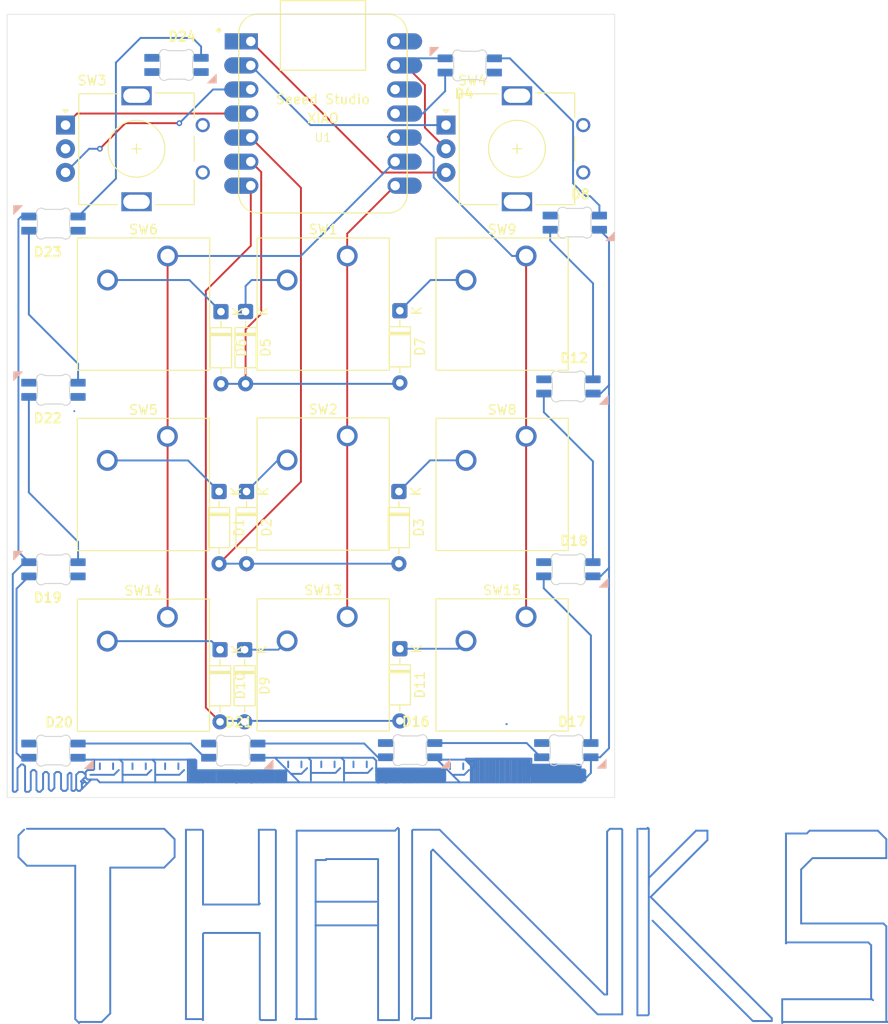
<source format=kicad_pcb>
(kicad_pcb (version 20241229) (generator "pcbnew") (generator_version "9.0")
  (layers (0 "F.Cu" signal) (2 "B.Cu" signal) (13 "F.Paste" user) (15 "B.Paste" user) (5 "F.SilkS" user "F.Silkscreen") (7 "B.SilkS" user "B.Silkscreen") (1 "F.Mask" user) (3 "B.Mask" user) (25 "Edge.Cuts" user))
  (net 0 "")
  (net 1 "Net-(U1-GPIO28{slash}ADC2{slash}A2)")
  (net 2 "Net-(D1-K)")
  (net 3 "Net-(D1-A)")
  (net 4 "Net-(D2-K)")
  (net 5 "Net-(D7-K)")
  (net 6 "Net-(U1-GPIO29{slash}ADC3{slash}A3)")
  (net 7 "Net-(D10-A)")
  (net 8 "Net-(D9-K)")
  (net 9 "Net-(D10-K)")
  (net 10 "Net-(D11-K)")
  (net 11 "Net-(U1-GPIO27{slash}ADC1{slash}A1)")
  (net 12 "Net-(U1-GPIO26{slash}ADC0{slash}A0)")
  (net 13 "Net-(D5-K)")
  (net 14 "+5V")
  (net 15 "GND")
  (net 16 "Net-(D6-K)")
  (net 17 "Net-(D4-DOUT)")
  (net 18 "Net-(D4-DIN)")
  (net 19 "Net-(U1-GPIO1{slash}RX)")
  (net 20 "Net-(D12-DIN)")
  (net 21 "Net-(D12-DOUT)")
  (net 22 "Net-(D16-DOUT)")
  (net 23 "Net-(D16-DIN)")
  (net 24 "Net-(D17-DIN)")
  (net 25 "Net-(D19-DIN)")
  (net 26 "Net-(D19-DOUT)")
  (net 27 "Net-(D20-DIN)")
  (net 28 "Net-(D22-DOUT)")
  (net 29 "Net-(D23-DOUT)")
  (net 32 "Net-(D3-K)")
  (net 33 "Net-(D5-A)")
  (net 34 "Net-(U1-GPIO2{slash}SCK)")
  (net 35 "Net-(U1-GPIO4{slash}MISO)")
  (footprint "LIB-PRETTY:SK6812MINI-E_fixed" (layer "F.Cu") (at 169.287499 46.002842)
    (property "Reference" "D8")
    (property "Value" "SK6812MINI-E")
    (fp_line (start -1.699998 0.6) (end -1.699998 -0.805684) (stroke (width 0.1)) (layer "Edge.Cuts"))
    (fp_line (start -0.794451 -1.602841) (end 0.794454 -1.602841) (stroke (width 0.1)) (layer "Edge.Cuts"))
    (fp_line (start 0.794453 1.397158) (end -0.794451 1.397158) (stroke (width 0.1)) (layer "Edge.Cuts"))
    (fp_line (start 1.7 -0.805684) (end 1.7 0.6) (stroke (width 0.1)) (layer "Edge.Cuts"))
    (fp_arc (start -1.749483 -1.022562) (mid -1.712526 -0.91691) (end -1.699998 -0.805684) (stroke (width 0.1)) (layer "Edge.Cuts"))
    (fp_arc (start -1.749483 -1.022562) (mid -1.63807 -1.606877) (end -1.04671 -1.671141) (stroke (width 0.1)) (layer "Edge.Cuts"))
    (fp_arc (start -1.699998 0.600001) (mid -1.712526 0.711226) (end -1.749483 0.816878) (stroke (width 0.1)) (layer "Edge.Cuts"))
    (fp_arc (start -1.04671 1.465455) (mid -1.638069 1.401192) (end -1.749483 0.816878) (stroke (width 0.1)) (layer "Edge.Cuts"))
    (fp_arc (start -1.046709 1.465457) (mid -0.925121 1.414535) (end -0.794451 1.397158) (stroke (width 0.1)) (layer "Edge.Cuts"))
    (fp_arc (start -0.794452 -1.602842) (mid -0.925122 -1.620219) (end -1.04671 -1.671141) (stroke (width 0.1)) (layer "Edge.Cuts"))
    (fp_arc (start 0.794453 1.397158) (mid 0.925124 1.414535) (end 1.046712 1.465457) (stroke (width 0.1)) (layer "Edge.Cuts"))
    (fp_arc (start 1.046712 -1.67114) (mid 0.925124 -1.620218) (end 0.794454 -1.602841) (stroke (width 0.1)) (layer "Edge.Cuts"))
    (fp_arc (start 1.046712 -1.67114) (mid 1.638072 -1.606876) (end 1.749485 -1.022562) (stroke (width 0.1)) (layer "Edge.Cuts"))
    (fp_arc (start 1.7 -0.805685) (mid 1.712528 -0.91691) (end 1.749485 -1.022562) (stroke (width 0.1)) (layer "Edge.Cuts"))
    (fp_arc (start 1.749485 0.816877) (mid 1.638073 1.401193) (end 1.046712 1.465457) (stroke (width 0.1)) (layer "Edge.Cuts"))
    (fp_arc (start 1.749485 0.816878) (mid 1.712528 0.711226) (end 1.7 0.6) (stroke (width 0.1)) (layer "Edge.Cuts"))
  )
  (footprint "Diode_THT:D_DO-35_SOD27_P7.62mm_Horizontal" (layer "F.Cu") (at 150.8 55.2 -90)
    (property "Reference" "D7")
    (property "Value" "1N4148")
  )
  (footprint "Button_Switch_Keyboard:SW_Cherry_MX_1.00u_PCB" (layer "F.Cu") (at 126.24 68.47)
    (property "Reference" "SW5")
    (property "Value" "SW_Push")
  )
  (footprint "Diode_THT:D_DO-35_SOD27_P7.62mm_Horizontal" (layer "F.Cu") (at 150.8 90.89 -90)
    (property "Reference" "D11")
    (property "Value" "1N4148")
  )
  (footprint "Diode_THT:D_DO-35_SOD27_P7.62mm_Horizontal" (layer "F.Cu") (at 131.9 55.3 -90)
    (property "Reference" "D6")
    (property "Value" "1N4148")
  )
  (footprint "Button_Switch_Keyboard:SW_Cherry_MX_1.00u_PCB" (layer "F.Cu") (at 164.14 49.42)
    (property "Reference" "SW9")
    (property "Value" "SW_Push")
  )
  (footprint "Button_Switch_Keyboard:SW_Cherry_MX_1.00u_PCB" (layer "F.Cu") (at 126.26 49.42)
    (property "Reference" "SW6")
    (property "Value" "SW_Push")
  )
  (footprint "Button_Switch_Keyboard:SW_Cherry_MX_1.00u_PCB" (layer "F.Cu") (at 145.24 68.42)
    (property "Reference" "SW2")
    (property "Value" "SW_Push")
  )
  (footprint "Diode_THT:D_DO-35_SOD27_P7.62mm_Horizontal" (layer "F.Cu") (at 134.6 74.29 -90)
    (property "Reference" "D2")
    (property "Value" "1N4148")
  )
  (footprint "Diode_THT:D_DO-35_SOD27_P7.62mm_Horizontal" (layer "F.Cu") (at 131.8 90.99 -90)
    (property "Reference" "D10")
    (property "Value" "1N4148")
  )
  (footprint "LIB-PRETTY:SK6812MINI-E_fixed" (layer "F.Cu") (at 133.199999 101.752842)
    (property "Reference" "D21")
    (property "Value" "SK6812MINI-E")
    (fp_line (start -1.699998 0.6) (end -1.699998 -0.805684) (stroke (width 0.1)) (layer "Edge.Cuts"))
    (fp_line (start -0.794451 -1.602841) (end 0.794454 -1.602841) (stroke (width 0.1)) (layer "Edge.Cuts"))
    (fp_line (start 0.794453 1.397158) (end -0.794451 1.397158) (stroke (width 0.1)) (layer "Edge.Cuts"))
    (fp_line (start 1.7 -0.805684) (end 1.7 0.6) (stroke (width 0.1)) (layer "Edge.Cuts"))
    (fp_arc (start -1.749483 -1.022562) (mid -1.712526 -0.91691) (end -1.699998 -0.805684) (stroke (width 0.1)) (layer "Edge.Cuts"))
    (fp_arc (start -1.749483 -1.022562) (mid -1.63807 -1.606877) (end -1.04671 -1.671141) (stroke (width 0.1)) (layer "Edge.Cuts"))
    (fp_arc (start -1.699998 0.600001) (mid -1.712526 0.711226) (end -1.749483 0.816878) (stroke (width 0.1)) (layer "Edge.Cuts"))
    (fp_arc (start -1.04671 1.465455) (mid -1.638069 1.401192) (end -1.749483 0.816878) (stroke (width 0.1)) (layer "Edge.Cuts"))
    (fp_arc (start -1.046709 1.465457) (mid -0.925121 1.414535) (end -0.794451 1.397158) (stroke (width 0.1)) (layer "Edge.Cuts"))
    (fp_arc (start -0.794452 -1.602842) (mid -0.925122 -1.620219) (end -1.04671 -1.671141) (stroke (width 0.1)) (layer "Edge.Cuts"))
    (fp_arc (start 0.794453 1.397158) (mid 0.925124 1.414535) (end 1.046712 1.465457) (stroke (width 0.1)) (layer "Edge.Cuts"))
    (fp_arc (start 1.046712 -1.67114) (mid 0.925124 -1.620218) (end 0.794454 -1.602841) (stroke (width 0.1)) (layer "Edge.Cuts"))
    (fp_arc (start 1.046712 -1.67114) (mid 1.638072 -1.606876) (end 1.749485 -1.022562) (stroke (width 0.1)) (layer "Edge.Cuts"))
    (fp_arc (start 1.7 -0.805685) (mid 1.712528 -0.91691) (end 1.749485 -1.022562) (stroke (width 0.1)) (layer "Edge.Cuts"))
    (fp_arc (start 1.749485 0.816877) (mid 1.638073 1.401193) (end 1.046712 1.465457) (stroke (width 0.1)) (layer "Edge.Cuts"))
    (fp_arc (start 1.749485 0.816878) (mid 1.712528 0.711226) (end 1.7 0.6) (stroke (width 0.1)) (layer "Edge.Cuts"))
  )
  (footprint "Rotary_Encoder:RotaryEncoder_Alps_EC11E_Vertical_H20mm" (layer "F.Cu") (at 155.675 35.6)
    (property "Reference" "SW4")
    (property "Value" "RotaryEncoder")
  )
  (footprint "Button_Switch_Keyboard:SW_Cherry_MX_1.00u_PCB" (layer "F.Cu") (at 145.24 87.52)
    (property "Reference" "SW13")
    (property "Value" "SW_Push")
  )
  (footprint "Button_Switch_Keyboard:SW_Cherry_MX_1.00u_PCB" (layer "F.Cu") (at 145.24 49.42)
    (property "Reference" "SW1")
    (property "Value" "SW_Push")
  )
  (footprint "LIB-PRETTY:SK6812MINI-E_fixed" (layer "F.Cu") (at 114.2 82.4 180)
    (property "Reference" "D19")
    (property "Value" "SK6812MINI-E")
    (fp_line (start 1.7 -0.805684) (end 1.7 0.6) (stroke (width 0.1)) (layer "Edge.Cuts"))
    (fp_line (start 0.794453 1.397158) (end -0.794451 1.397158) (stroke (width 0.1)) (layer "Edge.Cuts"))
    (fp_line (start -0.794451 -1.602841) (end 0.794454 -1.602841) (stroke (width 0.1)) (layer "Edge.Cuts"))
    (fp_line (start -1.699998 0.6) (end -1.699998 -0.805684) (stroke (width 0.1)) (layer "Edge.Cuts"))
    (fp_arc (start 1.749485 0.816878) (mid 1.712528 0.711226) (end 1.7 0.6) (stroke (width 0.1)) (layer "Edge.Cuts"))
    (fp_arc (start 1.749485 0.816877) (mid 1.638073 1.401193) (end 1.046712 1.465457) (stroke (width 0.1)) (layer "Edge.Cuts"))
    (fp_arc (start 1.7 -0.805685) (mid 1.712528 -0.91691) (end 1.749485 -1.022562) (stroke (width 0.1)) (layer "Edge.Cuts"))
    (fp_arc (start 1.046712 -1.67114) (mid 1.638072 -1.606876) (end 1.749485 -1.022562) (stroke (width 0.1)) (layer "Edge.Cuts"))
    (fp_arc (start 1.046712 -1.67114) (mid 0.925124 -1.620218) (end 0.794454 -1.602841) (stroke (width 0.1)) (layer "Edge.Cuts"))
    (fp_arc (start 0.794453 1.397158) (mid 0.925124 1.414535) (end 1.046712 1.465457) (stroke (width 0.1)) (layer "Edge.Cuts"))
    (fp_arc (start -0.794452 -1.602842) (mid -0.925122 -1.620219) (end -1.04671 -1.671141) (stroke (width 0.1)) (layer "Edge.Cuts"))
    (fp_arc (start -1.046709 1.465457) (mid -0.925121 1.414535) (end -0.794451 1.397158) (stroke (width 0.1)) (layer "Edge.Cuts"))
    (fp_arc (start -1.04671 1.465455) (mid -1.638069 1.401192) (end -1.749483 0.816878) (stroke (width 0.1)) (layer "Edge.Cuts"))
    (fp_arc (start -1.699998 0.600001) (mid -1.712526 0.711226) (end -1.749483 0.816878) (stroke (width 0.1)) (layer "Edge.Cuts"))
    (fp_arc (start -1.749483 -1.022562) (mid -1.63807 -1.606877) (end -1.04671 -1.671141) (stroke (width 0.1)) (layer "Edge.Cuts"))
    (fp_arc (start -1.749483 -1.022562) (mid -1.712526 -0.91691) (end -1.699998 -0.805684) (stroke (width 0.1)) (layer "Edge.Cuts"))
  )
  (footprint "LIB-PRETTY:SK6812MINI-E_fixed" (layer "F.Cu") (at 114.2 45.9 180)
    (property "Reference" "D23")
    (property "Value" "SK6812MINI-E")
    (fp_line (start 1.7 -0.805684) (end 1.7 0.6) (stroke (width 0.1)) (layer "Edge.Cuts"))
    (fp_line (start 0.794453 1.397158) (end -0.794451 1.397158) (stroke (width 0.1)) (layer "Edge.Cuts"))
    (fp_line (start -0.794451 -1.602841) (end 0.794454 -1.602841) (stroke (width 0.1)) (layer "Edge.Cuts"))
    (fp_line (start -1.699998 0.6) (end -1.699998 -0.805684) (stroke (width 0.1)) (layer "Edge.Cuts"))
    (fp_arc (start 1.749485 0.816878) (mid 1.712528 0.711226) (end 1.7 0.6) (stroke (width 0.1)) (layer "Edge.Cuts"))
    (fp_arc (start 1.749485 0.816877) (mid 1.638073 1.401193) (end 1.046712 1.465457) (stroke (width 0.1)) (layer "Edge.Cuts"))
    (fp_arc (start 1.7 -0.805685) (mid 1.712528 -0.91691) (end 1.749485 -1.022562) (stroke (width 0.1)) (layer "Edge.Cuts"))
    (fp_arc (start 1.046712 -1.67114) (mid 1.638072 -1.606876) (end 1.749485 -1.022562) (stroke (width 0.1)) (layer "Edge.Cuts"))
    (fp_arc (start 1.046712 -1.67114) (mid 0.925124 -1.620218) (end 0.794454 -1.602841) (stroke (width 0.1)) (layer "Edge.Cuts"))
    (fp_arc (start 0.794453 1.397158) (mid 0.925124 1.414535) (end 1.046712 1.465457) (stroke (width 0.1)) (layer "Edge.Cuts"))
    (fp_arc (start -0.794452 -1.602842) (mid -0.925122 -1.620219) (end -1.04671 -1.671141) (stroke (width 0.1)) (layer "Edge.Cuts"))
    (fp_arc (start -1.046709 1.465457) (mid -0.925121 1.414535) (end -0.794451 1.397158) (stroke (width 0.1)) (layer "Edge.Cuts"))
    (fp_arc (start -1.04671 1.465455) (mid -1.638069 1.401192) (end -1.749483 0.816878) (stroke (width 0.1)) (layer "Edge.Cuts"))
    (fp_arc (start -1.699998 0.600001) (mid -1.712526 0.711226) (end -1.749483 0.816878) (stroke (width 0.1)) (layer "Edge.Cuts"))
    (fp_arc (start -1.749483 -1.022562) (mid -1.63807 -1.606877) (end -1.04671 -1.671141) (stroke (width 0.1)) (layer "Edge.Cuts"))
    (fp_arc (start -1.749483 -1.022562) (mid -1.712526 -0.91691) (end -1.699998 -0.805684) (stroke (width 0.1)) (layer "Edge.Cuts"))
  )
  (footprint "Diode_THT:D_DO-35_SOD27_P7.62mm_Horizontal" (layer "F.Cu") (at 150.7 74.29 -90)
    (property "Reference" "D3")
    (property "Value" "1N4148")
  )
  (footprint "LIB-PRETTY:SK6812MINI-E_fixed" (layer "F.Cu") (at 114.199999 101.752842)
    (property "Reference" "D20")
    (property "Value" "SK6812MINI-E")
    (fp_line (start -1.699998 0.6) (end -1.699998 -0.805684) (stroke (width 0.1)) (layer "Edge.Cuts"))
    (fp_line (start -0.794451 -1.602841) (end 0.794454 -1.602841) (stroke (width 0.1)) (layer "Edge.Cuts"))
    (fp_line (start 0.794453 1.397158) (end -0.794451 1.397158) (stroke (width 0.1)) (layer "Edge.Cuts"))
    (fp_line (start 1.7 -0.805684) (end 1.7 0.6) (stroke (width 0.1)) (layer "Edge.Cuts"))
    (fp_arc (start -1.749483 -1.022562) (mid -1.712526 -0.91691) (end -1.699998 -0.805684) (stroke (width 0.1)) (layer "Edge.Cuts"))
    (fp_arc (start -1.749483 -1.022562) (mid -1.63807 -1.606877) (end -1.04671 -1.671141) (stroke (width 0.1)) (layer "Edge.Cuts"))
    (fp_arc (start -1.699998 0.600001) (mid -1.712526 0.711226) (end -1.749483 0.816878) (stroke (width 0.1)) (layer "Edge.Cuts"))
    (fp_arc (start -1.04671 1.465455) (mid -1.638069 1.401192) (end -1.749483 0.816878) (stroke (width 0.1)) (layer "Edge.Cuts"))
    (fp_arc (start -1.046709 1.465457) (mid -0.925121 1.414535) (end -0.794451 1.397158) (stroke (width 0.1)) (layer "Edge.Cuts"))
    (fp_arc (start -0.794452 -1.602842) (mid -0.925122 -1.620219) (end -1.04671 -1.671141) (stroke (width 0.1)) (layer "Edge.Cuts"))
    (fp_arc (start 0.794453 1.397158) (mid 0.925124 1.414535) (end 1.046712 1.465457) (stroke (width 0.1)) (layer "Edge.Cuts"))
    (fp_arc (start 1.046712 -1.67114) (mid 0.925124 -1.620218) (end 0.794454 -1.602841) (stroke (width 0.1)) (layer "Edge.Cuts"))
    (fp_arc (start 1.046712 -1.67114) (mid 1.638072 -1.606876) (end 1.749485 -1.022562) (stroke (width 0.1)) (layer "Edge.Cuts"))
    (fp_arc (start 1.7 -0.805685) (mid 1.712528 -0.91691) (end 1.749485 -1.022562) (stroke (width 0.1)) (layer "Edge.Cuts"))
    (fp_arc (start 1.749485 0.816877) (mid 1.638073 1.401193) (end 1.046712 1.465457) (stroke (width 0.1)) (layer "Edge.Cuts"))
    (fp_arc (start 1.749485 0.816878) (mid 1.712528 0.711226) (end 1.7 0.6) (stroke (width 0.1)) (layer "Edge.Cuts"))
  )
  (footprint "Diode_THT:D_DO-35_SOD27_P7.62mm_Horizontal" (layer "F.Cu") (at 134.4 90.99 -90)
    (property "Reference" "D9")
    (property "Value" "1N4148")
  )
  (footprint "Diode_THT:D_DO-35_SOD27_P7.62mm_Horizontal" (layer "F.Cu") (at 131.7 74.29 -90)
    (property "Reference" "D1")
    (property "Value" "1N4148")
  )
  (footprint "Button_Switch_Keyboard:SW_Cherry_MX_1.00u_PCB" (layer "F.Cu") (at 164.14 87.52)
    (property "Reference" "SW15")
    (property "Value" "SW_Push")
  )
  (footprint "LIB-PRETTY:SK6812MINI-E_fixed" (layer "F.Cu") (at 151.887499 101.702842)
    (property "Reference" "D16")
    (property "Value" "SK6812MINI-E")
    (fp_line (start -1.699998 0.6) (end -1.699998 -0.805684) (stroke (width 0.1)) (layer "Edge.Cuts"))
    (fp_line (start -0.794451 -1.602841) (end 0.794454 -1.602841) (stroke (width 0.1)) (layer "Edge.Cuts"))
    (fp_line (start 0.794453 1.397158) (end -0.794451 1.397158) (stroke (width 0.1)) (layer "Edge.Cuts"))
    (fp_line (start 1.7 -0.805684) (end 1.7 0.6) (stroke (width 0.1)) (layer "Edge.Cuts"))
    (fp_arc (start -1.749483 -1.022562) (mid -1.712526 -0.91691) (end -1.699998 -0.805684) (stroke (width 0.1)) (layer "Edge.Cuts"))
    (fp_arc (start -1.749483 -1.022562) (mid -1.63807 -1.606877) (end -1.04671 -1.671141) (stroke (width 0.1)) (layer "Edge.Cuts"))
    (fp_arc (start -1.699998 0.600001) (mid -1.712526 0.711226) (end -1.749483 0.816878) (stroke (width 0.1)) (layer "Edge.Cuts"))
    (fp_arc (start -1.04671 1.465455) (mid -1.638069 1.401192) (end -1.749483 0.816878) (stroke (width 0.1)) (layer "Edge.Cuts"))
    (fp_arc (start -1.046709 1.465457) (mid -0.925121 1.414535) (end -0.794451 1.397158) (stroke (width 0.1)) (layer "Edge.Cuts"))
    (fp_arc (start -0.794452 -1.602842) (mid -0.925122 -1.620219) (end -1.04671 -1.671141) (stroke (width 0.1)) (layer "Edge.Cuts"))
    (fp_arc (start 0.794453 1.397158) (mid 0.925124 1.414535) (end 1.046712 1.465457) (stroke (width 0.1)) (layer "Edge.Cuts"))
    (fp_arc (start 1.046712 -1.67114) (mid 0.925124 -1.620218) (end 0.794454 -1.602841) (stroke (width 0.1)) (layer "Edge.Cuts"))
    (fp_arc (start 1.046712 -1.67114) (mid 1.638072 -1.606876) (end 1.749485 -1.022562) (stroke (width 0.1)) (layer "Edge.Cuts"))
    (fp_arc (start 1.7 -0.805685) (mid 1.712528 -0.91691) (end 1.749485 -1.022562) (stroke (width 0.1)) (layer "Edge.Cuts"))
    (fp_arc (start 1.749485 0.816877) (mid 1.638073 1.401193) (end 1.046712 1.465457) (stroke (width 0.1)) (layer "Edge.Cuts"))
    (fp_arc (start 1.749485 0.816878) (mid 1.712528 0.711226) (end 1.7 0.6) (stroke (width 0.1)) (layer "Edge.Cuts"))
  )
  (footprint "Button_Switch_Keyboard:SW_Cherry_MX_1.00u_PCB" (layer "F.Cu") (at 126.24 87.55)
    (property "Reference" "SW14")
    (property "Value" "SW_Push")
  )
  (footprint "Button_Switch_Keyboard:SW_Cherry_MX_1.00u_PCB" (layer "F.Cu") (at 164.15 68.46)
    (property "Reference" "SW8")
    (property "Value" "SW_Push")
  )
  (footprint "LIB-PRETTY:SK6812MINI-E_fixed" (layer "F.Cu") (at 168.612501 63.297158)
    (property "Reference" "D12")
    (property "Value" "SK6812MINI-E")
    (fp_line (start -1.699998 0.6) (end -1.699998 -0.805684) (stroke (width 0.1)) (layer "Edge.Cuts"))
    (fp_line (start -0.794451 -1.602841) (end 0.794454 -1.602841) (stroke (width 0.1)) (layer "Edge.Cuts"))
    (fp_line (start 0.794453 1.397158) (end -0.794451 1.397158) (stroke (width 0.1)) (layer "Edge.Cuts"))
    (fp_line (start 1.7 -0.805684) (end 1.7 0.6) (stroke (width 0.1)) (layer "Edge.Cuts"))
    (fp_arc (start -1.749483 -1.022562) (mid -1.712526 -0.91691) (end -1.699998 -0.805684) (stroke (width 0.1)) (layer "Edge.Cuts"))
    (fp_arc (start -1.749483 -1.022562) (mid -1.63807 -1.606877) (end -1.04671 -1.671141) (stroke (width 0.1)) (layer "Edge.Cuts"))
    (fp_arc (start -1.699998 0.600001) (mid -1.712526 0.711226) (end -1.749483 0.816878) (stroke (width 0.1)) (layer "Edge.Cuts"))
    (fp_arc (start -1.04671 1.465455) (mid -1.638069 1.401192) (end -1.749483 0.816878) (stroke (width 0.1)) (layer "Edge.Cuts"))
    (fp_arc (start -1.046709 1.465457) (mid -0.925121 1.414535) (end -0.794451 1.397158) (stroke (width 0.1)) (layer "Edge.Cuts"))
    (fp_arc (start -0.794452 -1.602842) (mid -0.925122 -1.620219) (end -1.04671 -1.671141) (stroke (width 0.1)) (layer "Edge.Cuts"))
    (fp_arc (start 0.794453 1.397158) (mid 0.925124 1.414535) (end 1.046712 1.465457) (stroke (width 0.1)) (layer "Edge.Cuts"))
    (fp_arc (start 1.046712 -1.67114) (mid 0.925124 -1.620218) (end 0.794454 -1.602841) (stroke (width 0.1)) (layer "Edge.Cuts"))
    (fp_arc (start 1.046712 -1.67114) (mid 1.638072 -1.606876) (end 1.749485 -1.022562) (stroke (width 0.1)) (layer "Edge.Cuts"))
    (fp_arc (start 1.7 -0.805685) (mid 1.712528 -0.91691) (end 1.749485 -1.022562) (stroke (width 0.1)) (layer "Edge.Cuts"))
    (fp_arc (start 1.749485 0.816877) (mid 1.638073 1.401193) (end 1.046712 1.465457) (stroke (width 0.1)) (layer "Edge.Cuts"))
    (fp_arc (start 1.749485 0.816878) (mid 1.712528 0.711226) (end 1.7 0.6) (stroke (width 0.1)) (layer "Edge.Cuts"))
  )
  (footprint "LIB-PRETTY:SK6812MINI-E_fixed" (layer "F.Cu") (at 127.199999 29.352842)
    (property "Reference" "D24")
    (property "Value" "SK6812MINI-E")
    (fp_line (start -1.699998 0.6) (end -1.699998 -0.805684) (stroke (width 0.1)) (layer "Edge.Cuts"))
    (fp_line (start -0.794451 -1.602841) (end 0.794454 -1.602841) (stroke (width 0.1)) (layer "Edge.Cuts"))
    (fp_line (start 0.794453 1.397158) (end -0.794451 1.397158) (stroke (width 0.1)) (layer "Edge.Cuts"))
    (fp_line (start 1.7 -0.805684) (end 1.7 0.6) (stroke (width 0.1)) (layer "Edge.Cuts"))
    (fp_arc (start -1.749483 -1.022562) (mid -1.712526 -0.91691) (end -1.699998 -0.805684) (stroke (width 0.1)) (layer "Edge.Cuts"))
    (fp_arc (start -1.749483 -1.022562) (mid -1.63807 -1.606877) (end -1.04671 -1.671141) (stroke (width 0.1)) (layer "Edge.Cuts"))
    (fp_arc (start -1.699998 0.600001) (mid -1.712526 0.711226) (end -1.749483 0.816878) (stroke (width 0.1)) (layer "Edge.Cuts"))
    (fp_arc (start -1.04671 1.465455) (mid -1.638069 1.401192) (end -1.749483 0.816878) (stroke (width 0.1)) (layer "Edge.Cuts"))
    (fp_arc (start -1.046709 1.465457) (mid -0.925121 1.414535) (end -0.794451 1.397158) (stroke (width 0.1)) (layer "Edge.Cuts"))
    (fp_arc (start -0.794452 -1.602842) (mid -0.925122 -1.620219) (end -1.04671 -1.671141) (stroke (width 0.1)) (layer "Edge.Cuts"))
    (fp_arc (start 0.794453 1.397158) (mid 0.925124 1.414535) (end 1.046712 1.465457) (stroke (width 0.1)) (layer "Edge.Cuts"))
    (fp_arc (start 1.046712 -1.67114) (mid 0.925124 -1.620218) (end 0.794454 -1.602841) (stroke (width 0.1)) (layer "Edge.Cuts"))
    (fp_arc (start 1.046712 -1.67114) (mid 1.638072 -1.606876) (end 1.749485 -1.022562) (stroke (width 0.1)) (layer "Edge.Cuts"))
    (fp_arc (start 1.7 -0.805685) (mid 1.712528 -0.91691) (end 1.749485 -1.022562) (stroke (width 0.1)) (layer "Edge.Cuts"))
    (fp_arc (start 1.749485 0.816877) (mid 1.638073 1.401193) (end 1.046712 1.465457) (stroke (width 0.1)) (layer "Edge.Cuts"))
    (fp_arc (start 1.749485 0.816878) (mid 1.712528 0.711226) (end 1.7 0.6) (stroke (width 0.1)) (layer "Edge.Cuts"))
  )
  (footprint "LIB-PRETTY:SK6812MINI-E_fixed" (layer "F.Cu") (at 168.387499 101.702842)
    (property "Reference" "D17")
    (property "Value" "SK6812MINI-E")
    (fp_line (start -1.699998 0.6) (end -1.699998 -0.805684) (stroke (width 0.1)) (layer "Edge.Cuts"))
    (fp_line (start -0.794451 -1.602841) (end 0.794454 -1.602841) (stroke (width 0.1)) (layer "Edge.Cuts"))
    (fp_line (start 0.794453 1.397158) (end -0.794451 1.397158) (stroke (width 0.1)) (layer "Edge.Cuts"))
    (fp_line (start 1.7 -0.805684) (end 1.7 0.6) (stroke (width 0.1)) (layer "Edge.Cuts"))
    (fp_arc (start -1.749483 -1.022562) (mid -1.712526 -0.91691) (end -1.699998 -0.805684) (stroke (width 0.1)) (layer "Edge.Cuts"))
    (fp_arc (start -1.749483 -1.022562) (mid -1.63807 -1.606877) (end -1.04671 -1.671141) (stroke (width 0.1)) (layer "Edge.Cuts"))
    (fp_arc (start -1.699998 0.600001) (mid -1.712526 0.711226) (end -1.749483 0.816878) (stroke (width 0.1)) (layer "Edge.Cuts"))
    (fp_arc (start -1.04671 1.465455) (mid -1.638069 1.401192) (end -1.749483 0.816878) (stroke (width 0.1)) (layer "Edge.Cuts"))
    (fp_arc (start -1.046709 1.465457) (mid -0.925121 1.414535) (end -0.794451 1.397158) (stroke (width 0.1)) (layer "Edge.Cuts"))
    (fp_arc (start -0.794452 -1.602842) (mid -0.925122 -1.620219) (end -1.04671 -1.671141) (stroke (width 0.1)) (layer "Edge.Cuts"))
    (fp_arc (start 0.794453 1.397158) (mid 0.925124 1.414535) (end 1.046712 1.465457) (stroke (width 0.1)) (layer "Edge.Cuts"))
    (fp_arc (start 1.046712 -1.67114) (mid 0.925124 -1.620218) (end 0.794454 -1.602841) (stroke (width 0.1)) (layer "Edge.Cuts"))
    (fp_arc (start 1.046712 -1.67114) (mid 1.638072 -1.606876) (end 1.749485 -1.022562) (stroke (width 0.1)) (layer "Edge.Cuts"))
    (fp_arc (start 1.7 -0.805685) (mid 1.712528 -0.91691) (end 1.749485 -1.022562) (stroke (width 0.1)) (layer "Edge.Cuts"))
    (fp_arc (start 1.749485 0.816877) (mid 1.638073 1.401193) (end 1.046712 1.465457) (stroke (width 0.1)) (layer "Edge.Cuts"))
    (fp_arc (start 1.749485 0.816878) (mid 1.712528 0.711226) (end 1.7 0.6) (stroke (width 0.1)) (layer "Edge.Cuts"))
  )
  (footprint "LIB-PRETTY:XIAO-Generic-Hybrid-14P-2.54-21X17.8MM" (layer "F.Cu") (at 142.675 34.38)
    (property "Reference" "U1")
    (property "Value" "XIAO-RP2040-DIP" (hide yes))
  )
  (footprint "Diode_THT:D_DO-35_SOD27_P7.62mm_Horizontal" (layer "F.Cu") (at 134.5 55.29 -90)
    (property "Reference" "D5")
    (property "Value" "1N4148")
  )
  (footprint "Rotary_Encoder:RotaryEncoder_Alps_EC11E_Vertical_H20mm" (layer "F.Cu") (at 115.475 35.6)
    (property "Reference" "SW3")
    (property "Value" "RotaryEncoder")
  )
  (footprint "LIB-PRETTY:SK6812MINI-E_fixed" (layer "F.Cu") (at 158.187499 29.2 180)
    (property "Reference" "D4")
    (property "Value" "SK6812MINI-E")
    (fp_line (start 1.7 -0.805684) (end 1.7 0.6) (stroke (width 0.1)) (layer "Edge.Cuts"))
    (fp_line (start 0.794453 1.397158) (end -0.794451 1.397158) (stroke (width 0.1)) (layer "Edge.Cuts"))
    (fp_line (start -0.794451 -1.602841) (end 0.794454 -1.602841) (stroke (width 0.1)) (layer "Edge.Cuts"))
    (fp_line (start -1.699998 0.6) (end -1.699998 -0.805684) (stroke (width 0.1)) (layer "Edge.Cuts"))
    (fp_arc (start 1.749485 0.816878) (mid 1.712528 0.711226) (end 1.7 0.6) (stroke (width 0.1)) (layer "Edge.Cuts"))
    (fp_arc (start 1.749485 0.816877) (mid 1.638073 1.401193) (end 1.046712 1.465457) (stroke (width 0.1)) (layer "Edge.Cuts"))
    (fp_arc (start 1.7 -0.805685) (mid 1.712528 -0.91691) (end 1.749485 -1.022562) (stroke (width 0.1)) (layer "Edge.Cuts"))
    (fp_arc (start 1.046712 -1.67114) (mid 1.638072 -1.606876) (end 1.749485 -1.022562) (stroke (width 0.1)) (layer "Edge.Cuts"))
    (fp_arc (start 1.046712 -1.67114) (mid 0.925124 -1.620218) (end 0.794454 -1.602841) (stroke (width 0.1)) (layer "Edge.Cuts"))
    (fp_arc (start 0.794453 1.397158) (mid 0.925124 1.414535) (end 1.046712 1.465457) (stroke (width 0.1)) (layer "Edge.Cuts"))
    (fp_arc (start -0.794452 -1.602842) (mid -0.925122 -1.620219) (end -1.04671 -1.671141) (stroke (width 0.1)) (layer "Edge.Cuts"))
    (fp_arc (start -1.046709 1.465457) (mid -0.925121 1.414535) (end -0.794451 1.397158) (stroke (width 0.1)) (layer "Edge.Cuts"))
    (fp_arc (start -1.04671 1.465455) (mid -1.638069 1.401192) (end -1.749483 0.816878) (stroke (width 0.1)) (layer "Edge.Cuts"))
    (fp_arc (start -1.699998 0.600001) (mid -1.712526 0.711226) (end -1.749483 0.816878) (stroke (width 0.1)) (layer "Edge.Cuts"))
    (fp_arc (start -1.749483 -1.022562) (mid -1.63807 -1.606877) (end -1.04671 -1.671141) (stroke (width 0.1)) (layer "Edge.Cuts"))
    (fp_arc (start -1.749483 -1.022562) (mid -1.712526 -0.91691) (end -1.699998 -0.805684) (stroke (width 0.1)) (layer "Edge.Cuts"))
  )
  (footprint "LIB-PRETTY:SK6812MINI-E_fixed" (layer "F.Cu") (at 114.200001 63.447158 180)
    (property "Reference" "D22")
    (property "Value" "SK6812MINI-E")
    (fp_line (start 1.7 -0.805684) (end 1.7 0.6) (stroke (width 0.1)) (layer "Edge.Cuts"))
    (fp_line (start 0.794453 1.397158) (end -0.794451 1.397158) (stroke (width 0.1)) (layer "Edge.Cuts"))
    (fp_line (start -0.794451 -1.602841) (end 0.794454 -1.602841) (stroke (width 0.1)) (layer "Edge.Cuts"))
    (fp_line (start -1.699998 0.6) (end -1.699998 -0.805684) (stroke (width 0.1)) (layer "Edge.Cuts"))
    (fp_arc (start 1.749485 0.816878) (mid 1.712528 0.711226) (end 1.7 0.6) (stroke (width 0.1)) (layer "Edge.Cuts"))
    (fp_arc (start 1.749485 0.816877) (mid 1.638073 1.401193) (end 1.046712 1.465457) (stroke (width 0.1)) (layer "Edge.Cuts"))
    (fp_arc (start 1.7 -0.805685) (mid 1.712528 -0.91691) (end 1.749485 -1.022562) (stroke (width 0.1)) (layer "Edge.Cuts"))
    (fp_arc (start 1.046712 -1.67114) (mid 1.638072 -1.606876) (end 1.749485 -1.022562) (stroke (width 0.1)) (layer "Edge.Cuts"))
    (fp_arc (start 1.046712 -1.67114) (mid 0.925124 -1.620218) (end 0.794454 -1.602841) (stroke (width 0.1)) (layer "Edge.Cuts"))
    (fp_arc (start 0.794453 1.397158) (mid 0.925124 1.414535) (end 1.046712 1.465457) (stroke (width 0.1)) (layer "Edge.Cuts"))
    (fp_arc (start -0.794452 -1.602842) (mid -0.925122 -1.620219) (end -1.04671 -1.671141) (stroke (width 0.1)) (layer "Edge.Cuts"))
    (fp_arc (start -1.046709 1.465457) (mid -0.925121 1.414535) (end -0.794451 1.397158) (stroke (width 0.1)) (layer "Edge.Cuts"))
    (fp_arc (start -1.04671 1.465455) (mid -1.638069 1.401192) (end -1.749483 0.816878) (stroke (width 0.1)) (layer "Edge.Cuts"))
    (fp_arc (start -1.699998 0.600001) (mid -1.712526 0.711226) (end -1.749483 0.816878) (stroke (width 0.1)) (layer "Edge.Cuts"))
    (fp_arc (start -1.749483 -1.022562) (mid -1.63807 -1.606877) (end -1.04671 -1.671141) (stroke (width 0.1)) (layer "Edge.Cuts"))
    (fp_arc (start -1.749483 -1.022562) (mid -1.712526 -0.91691) (end -1.699998 -0.805684) (stroke (width 0.1)) (layer "Edge.Cuts"))
  )
  (footprint "LIB-PRETTY:SK6812MINI-E_fixed" (layer "F.Cu") (at 168.6 82.6)
    (property "Reference" "D18")
    (property "Value" "SK6812MINI-E")
    (fp_line (start -1.699998 0.6) (end -1.699998 -0.805684) (stroke (width 0.1)) (layer "Edge.Cuts"))
    (fp_line (start -0.794451 -1.602841) (end 0.794454 -1.602841) (stroke (width 0.1)) (layer "Edge.Cuts"))
    (fp_line (start 0.794453 1.397158) (end -0.794451 1.397158) (stroke (width 0.1)) (layer "Edge.Cuts"))
    (fp_line (start 1.7 -0.805684) (end 1.7 0.6) (stroke (width 0.1)) (layer "Edge.Cuts"))
    (fp_arc (start -1.749483 -1.022562) (mid -1.712526 -0.91691) (end -1.699998 -0.805684) (stroke (width 0.1)) (layer "Edge.Cuts"))
    (fp_arc (start -1.749483 -1.022562) (mid -1.63807 -1.606877) (end -1.04671 -1.671141) (stroke (width 0.1)) (layer "Edge.Cuts"))
    (fp_arc (start -1.699998 0.600001) (mid -1.712526 0.711226) (end -1.749483 0.816878) (stroke (width 0.1)) (layer "Edge.Cuts"))
    (fp_arc (start -1.04671 1.465455) (mid -1.638069 1.401192) (end -1.749483 0.816878) (stroke (width 0.1)) (layer "Edge.Cuts"))
    (fp_arc (start -1.046709 1.465457) (mid -0.925121 1.414535) (end -0.794451 1.397158) (stroke (width 0.1)) (layer "Edge.Cuts"))
    (fp_arc (start -0.794452 -1.602842) (mid -0.925122 -1.620219) (end -1.04671 -1.671141) (stroke (width 0.1)) (layer "Edge.Cuts"))
    (fp_arc (start 0.794453 1.397158) (mid 0.925124 1.414535) (end 1.046712 1.465457) (stroke (width 0.1)) (layer "Edge.Cuts"))
    (fp_arc (start 1.046712 -1.67114) (mid 0.925124 -1.620218) (end 0.794454 -1.602841) (stroke (width 0.1)) (layer "Edge.Cuts"))
    (fp_arc (start 1.046712 -1.67114) (mid 1.638072 -1.606876) (end 1.749485 -1.022562) (stroke (width 0.1)) (layer "Edge.Cuts"))
    (fp_arc (start 1.7 -0.805685) (mid 1.712528 -0.91691) (end 1.749485 -1.022562) (stroke (width 0.1)) (layer "Edge.Cuts"))
    (fp_arc (start 1.749485 0.816877) (mid 1.638073 1.401193) (end 1.046712 1.465457) (stroke (width 0.1)) (layer "Edge.Cuts"))
    (fp_arc (start 1.749485 0.816878) (mid 1.712528 0.711226) (end 1.7 0.6) (stroke (width 0.1)) (layer "Edge.Cuts"))
  )
  (gr_rect (start 109.3 23.9) (end 173.5 106.6) (stroke (width 0.05)) (fill no) (layer "Edge.Cuts"))
  (segment (start 152.1 130) (end 152.1 110.1) (width 0.2) (layer "B.Cu") (net 0))
  (segment (start 120.5 103) (end 120.5 103.6) (width 0.2) (layer "B.Cu") (net 0))
  (segment (start 120.9 103.9) (end 121.1 103.7) (width 0.2) (layer "B.Cu") (net 0))
  (segment (start 126 103) (end 126 103.6) (width 0.2) (layer "B.Cu") (net 0))
  (segment (start 200.6 127.9) (end 200.7 127.9) (width 0.2) (layer "B.Cu") (net 0))
  (segment (start 117 130.3) (end 116.9 130.4) (width 0.2) (layer "B.Cu") (net 0))
  (segment (start 139.9 129.9) (end 139.8 130) (width 0.2) (layer "B.Cu") (net 0))
  (segment (start 130 121) (end 130.1 120.9) (width 0.2) (layer "B.Cu") (net 0))
  (segment (start 177.1 109.9) (end 177 109.8) (width 0.2) (layer "B.Cu") (net 0))
  (segment (start 200.7 127.9) (end 200.8 128) (width 0.2) (layer "B.Cu") (net 0))
  (segment (start 176.9 109.9) (end 176.1 109.9) (width 0.2) (layer "B.Cu") (net 0))
  (segment (start 150.3 110.1) (end 139.9 110.1) (width 0.2) (layer "B.Cu") (net 0))
  (segment (start 157.5 103) (end 157.5 103.6) (width 0.2) (layer "B.Cu") (net 0))
  (segment (start 177.1 115.8) (end 177.1 115.1) (width 0.2) (layer "B.Cu") (net 0))
  (segment (start 141.9 129.9) (end 142 130) (width 0.2) (layer "B.Cu") (net 0))
  (segment (start 137.6 110) (end 135.9 110) (width 0.2) (layer "B.Cu") (net 0))
  (segment (start 162.05 98.85) (end 162.1 98.85) (width 0.2) (layer "B.Cu") (net 0))
  (segment (start 110.5 112.9) (end 110.5 110.6) (width 0.2) (layer "B.Cu") (net 0))
  (segment (start 119.3 130.3) (end 117 130.3) (width 0.2) (layer "B.Cu") (net 0))
  (segment (start 127.4 103) (end 127.4 103.6) (width 0.2) (layer "B.Cu") (net 0))
  (segment (start 202.2 113) (end 194.4 113) (width 0.2) (layer "B.Cu") (net 0))
  (segment (start 143 113.2) (end 141.9 113.2) (width 0.2) (layer "B.Cu") (net 0))
  (segment (start 190.1 130.2) (end 188.5 130.2) (width 0.2) (layer "B.Cu") (net 0))
  (segment (start 200.3 121.9) (end 191.7 121.9) (width 0.2) (layer "B.Cu") (net 0))
  (segment (start 156.1 103) (end 156.1 103.6) (width 0.2) (layer "B.Cu") (net 0))
  (segment (start 140.4 102.8) (end 140.4 103.4) (width 0.2) (layer "B.Cu") (net 0))
  (segment (start 141.9 117.6) (end 148.3 117.6) (width 0.2) (layer "B.Cu") (net 0))
  (segment (start 150.6 109.8) (end 150.3 110.1) (width 0.2) (layer "B.Cu") (net 0))
  (segment (start 202.2 111) (end 202.2 113) (width 0.2) (layer "B.Cu") (net 0))
  (segment (start 174.3 110) (end 174.3 129.5) (width 0.2) (layer "B.Cu") (net 0))
  (segment (start 116.5 130) (end 116.5 113.8) (width 0.2) (layer "B.Cu") (net 0))
  (segment (start 171.7 129.5) (end 154.3 112.1) (width 0.2) (layer "B.Cu") (net 0))
  (segment (start 188.1 130.2) (end 177.5 119.6) (width 0.2) (layer "B.Cu") (net 0))
  (segment (start 143.9 102.8) (end 143.9 103.4) (width 0.2) (layer "B.Cu") (net 0))
  (segment (start 177 109.8) (end 176.9 109.9) (width 0.2) (layer "B.Cu") (net 0))
  (segment (start 182.1 110.1) (end 183.3 110.1) (width 0.2) (layer "B.Cu") (net 0))
  (segment (start 200.6 127.9) (end 200.6 122.2) (width 0.2) (layer "B.Cu") (net 0))
  (segment (start 125.9 109.9) (end 126.2 110.2) (width 0.2) (layer "B.Cu") (net 0))
  (segment (start 141.9 113.2) (end 141.9 117.6) (width 0.2) (layer "B.Cu") (net 0))
  (segment (start 116.9 130.4) (end 116.5 130) (width 0.2) (layer "B.Cu") (net 0))
  (segment (start 150.7 130.1) (end 150.7 109.9) (width 0.2) (layer "B.Cu") (net 0))
  (segment (start 128.2 130) (end 129.9 130) (width 0.2) (layer "B.Cu") (net 0))
  (segment (start 119.1 103) (end 119.1 103.6) (width 0.2) (layer "B.Cu") (net 0))
  (segment (start 145.9 102.8) (end 145.9 103.4) (width 0.2) (layer "B.Cu") (net 0))
  (segment (start 183.3 110.1) (end 183.3 111.1) (width 0.2) (layer "B.Cu") (net 0))
  (segment (start 154.1 112.3) (end 154.1 129.9) (width 0.2) (layer "B.Cu") (net 0))
  (segment (start 202.2 120.2) (end 202.2 130.2) (width 0.2) (layer "B.Cu") (net 0))
  (segment (start 136 117.8) (end 135.9 117.9) (width 0.2) (layer "B.Cu") (net 0))
  (segment (start 183.3 111.1) (end 177.3 117.1) (width 0.2) (layer "B.Cu") (net 0))
  (segment (start 194.4 113) (end 193.2 114.2) (width 0.2) (layer "B.Cu") (net 0))
  (segment (start 152.1 110.1) (end 152.2 110) (width 0.2) (layer "B.Cu") (net 0))
  (segment (start 128.2 110) (end 128.2 130) (width 0.2) (layer "B.Cu") (net 0))
  (segment (start 188.5 130.2) (end 188.1 130.2) (width 0.2) (layer "B.Cu") (net 0))
  (segment (start 143 113.2) (end 143 113.1) (width 0.2) (layer "B.Cu") (net 0))
  (segment (start 202.3 130.3) (end 191.3 130.3) (width 0.2) (layer "B.Cu") (net 0))
  (segment (start 123.95 103) (end 123.95 103.6) (width 0.2) (layer "B.Cu") (net 0))
  (segment (start 127 112.9) (end 125.9 114) (width 0.2) (layer "B.Cu") (net 0))
  (segment (start 201.9 119.9) (end 202.2 120.2) (width 0.2) (layer "B.Cu") (net 0))
  (segment (start 116.399 65.801) (end 116.4 65.8) (width 0.2) (layer "B.Cu") (net 0))
  (segment (start 141.9 117.6) (end 141.9 120.1) (width 0.2) (layer "B.Cu") (net 0))
  (segment (start 135.9 117.7) (end 136 117.8) (width 0.2) (layer "B.Cu") (net 0))
  (segment (start 141.9 120.1) (end 148.3 120.1) (width 0.2) (layer "B.Cu") (net 0))
  (segment (start 177.1 129.5) (end 177.1 115.8) (width 0.2) (layer "B.Cu") (net 0))
  (segment (start 177.3 117.1) (end 190.1 129.9) (width 0.2) (layer "B.Cu") (net 0))
  (segment (start 141.9 120.1) (end 141.9 129.9) (width 0.2) (layer "B.Cu") (net 0))
  (segment (start 111.4 109.9) (end 125.9 109.9) (width 0.2) (layer "B.Cu") (net 0))
  (segment (start 193.2 119.9) (end 201.9 119.9) (width 0.2) (layer "B.Cu") (net 0))
  (segment (start 111.4 113.8) (end 110.5 112.9) (width 0.2) (layer "B.Cu") (net 0))
  (segment (start 120.6 104.2) (end 120.9 103.9) (width 0.2) (layer "B.Cu") (net 0))
  (segment (start 172.7 110.2) (end 173 109.9) (width 0.2) (layer "B.Cu") (net 0))
  (segment (start 152.2 110) (end 155 110) (width 0.2) (layer "B.Cu") (net 0))
  (segment (start 191.2 127.9) (end 200.6 127.9) (width 0.2) (layer "B.Cu") (net 0))
  (segment (start 135.9 117.9) (end 130 117.9) (width 0.2) (layer "B.Cu") (net 0))
  (segment (start 193.8 110.4) (end 194.1 110.1) (width 0.2) (layer "B.Cu") (net 0))
  (segment (start 191.6 122) (end 191.6 110.4) (width 0.2) (layer "B.Cu") (net 0))
  (segment (start 130 117.9) (end 130 110.1) (width 0.2) (layer "B.Cu") (net 0))
  (segment (start 120.2 129.4) (end 119.3 130.3) (width 0.2) (layer "B.Cu") (net 0))
  (segment (start 129.9 130) (end 130 130.1) (width 0.2) (layer "B.Cu") (net 0))
  (segment (start 190.1 129.9) (end 190.1 130.2) (width 0.2) (layer "B.Cu") (net 0))
  (segment (start 129.9 110) (end 128.2 110) (width 0.2) (layer "B.Cu") (net 0))
  (segment (start 139.9 110.1) (end 139.9 129.9) (width 0.2) (layer "B.Cu") (net 0))
  (segment (start 175.9 129.6) (end 177 129.6) (width 0.2) (layer "B.Cu") (net 0))
  (segment (start 202.2 130.2) (end 202.3 130.3) (width 0.2) (layer "B.Cu") (net 0))
  (segment (start 137.7 110.1) (end 137.6 110) (width 0.2) (layer "B.Cu") (net 0))
  (segment (start 172.7 127.4) (end 172.7 110.2) (width 0.2) (layer "B.Cu") (net 0))
  (segment (start 130.1 120.9) (end 136 120.9) (width 0.2) (layer "B.Cu") (net 0))
  (segment (start 194.1 110.1) (end 201.3 110.1) (width 0.2) (layer "B.Cu") (net 0))
  (segment (start 122.55 103) (end 122.55 103.6) (width 0.2) (layer "B.Cu") (net 0))
  (segment (start 125.9 114) (end 120.2 114) (width 0.2) (layer "B.Cu") (net 0))
  (segment (start 193.2 114.2) (end 193.2 119.9) (width 0.2) (layer "B.Cu") (net 0))
  (segment (start 136.1 130.1) (end 137.7 130.1) (width 0.2) (layer "B.Cu") (net 0))
  (segment (start 174.3 129.5) (end 172 129.5) (width 0.2) (layer "B.Cu") (net 0))
  (segment (start 142.5 102.8) (end 142.5 103.4) (width 0.2) (layer "B.Cu") (net 0))
  (segment (start 148.5 120.2) (end 148.5 130.1) (width 0.2) (layer "B.Cu") (net 0))
  (segment (start 177.1 115.8) (end 177.1 109.9) (width 0.2) (layer "B.Cu") (net 0))
  (segment (start 201.3 110.1) (end 202.2 111) (width 0.2) (layer "B.Cu") (net 0))
  (segment (start 174.2 109.9) (end 174.3 110) (width 0.2) (layer "B.Cu") (net 0))
  (segment (start 136 120.9) (end 136 130) (width 0.2) (layer "B.Cu") (net 0))
  (segment (start 116.5 113.8) (end 111.4 113.8) (width 0.2) (layer "B.Cu") (net 0))
  (segment (start 135.9 110) (end 135.9 117.7) (width 0.2) (layer "B.Cu") (net 0))
  (segment (start 173 109.9) (end 174.2 109.9) (width 0.2) (layer "B.Cu") (net 0))
  (segment (start 177.1 115.1) (end 182.1 110.1) (width 0.2) (layer "B.Cu") (net 0))
  (segment (start 143 113.1) (end 148.5 113.1) (width 0.2) (layer "B.Cu") (net 0))
  (segment (start 155 110) (end 172.4 127.4) (width 0.2) (layer "B.Cu") (net 0))
  (segment (start 152.5 129.9) (end 152.3 130.1) (width 0.2) (layer "B.Cu") (net 0))
  (segment (start 110.5 110.6) (end 111.1 110) (width 0.2) (layer "B.Cu") (net 0))
  (segment (start 120.2 114) (end 120.2 129.4) (width 0.2) (layer "B.Cu") (net 0))
  (segment (start 172 129.5) (end 171.7 129.5) (width 0.2) (layer "B.Cu") (net 0))
  (segment (start 139.8 130) (end 142 130) (width 0.2) (layer "B.Cu") (net 0))
  (segment (start 127 111) (end 127 112.9) (width 0.2) (layer "B.Cu") (net 0))
  (segment (start 175.9 109.9) (end 175.9 129.6) (width 0.2) (layer "B.Cu") (net 0))
  (segment (start 154.3 112.1) (end 154.1 112.3) (width 0.2) (layer "B.Cu") (net 0))
  (segment (start 139 102.8) (end 139 103.4) (width 0.2) (layer "B.Cu") (net 0))
  (segment (start 191.2 130.4) (end 191.2 127.9) (width 0.2) (layer "B.Cu") (net 0))
  (segment (start 137.7 130.1) (end 137.7 110.1) (width 0.2) (layer "B.Cu") (net 0))
  (segment (start 200.6 122.2) (end 200.3 121.9) (width 0.2) (layer "B.Cu") (net 0))
  (segment (start 191.6 110.4) (end 193.8 110.4) (width 0.2) (layer "B.Cu") (net 0))
  (segment (start 154.1 129.9) (end 152.5 129.9) (width 0.2) (layer "B.Cu") (net 0))
  (segment (start 191.7 121.9) (end 191.6 122) (width 0.2) (layer "B.Cu") (net 0))
  (segment (start 148.5 113.1) (end 148.5 120.2) (width 0.2) (layer "B.Cu") (net 0))
  (segment (start 130 130.1) (end 130 121) (width 0.2) (layer "B.Cu") (net 0))
  (segment (start 118.1 104.2) (end 120.6 104.2) (width 0.2) (layer "B.Cu") (net 0))
  (segment (start 177 129.6) (end 177.1 129.5) (width 0.2) (layer "B.Cu") (net 0))
  (segment (start 148.5 130.1) (end 150.7 130.1) (width 0.2) (layer "B.Cu") (net 0))
  (segment (start 126.2 110.2) (end 127 111) (width 0.2) (layer "B.Cu") (net 0))
  (segment (start 191.3 130.3) (end 191.2 130.4) (width 0.2) (layer "B.Cu") (net 0))
  (segment (start 147.3 102.8) (end 147.3 103.4) (width 0.2) (layer "B.Cu") (net 0))
  (segment (start 172.4 127.4) (end 172.7 127.4) (width 0.2) (layer "B.Cu") (net 0))
  (segment (start 136 130) (end 136.1 130.1) (width 0.2) (layer "B.Cu") (net 0))
  (segment (start 133.23724 31.76) (end 134.275 31.76) (width 0.2) (layer "F.Cu") (net 1))
  (segment (start 121.8 35.4) (end 127.5 35.4) (width 0.2) (layer "F.Cu") (net 1))
  (segment (start 119.1 38.1) (end 121.8 35.4) (width 0.2) (layer "F.Cu") (net 1))
  (via (at 127.5 35.4) (size 0.6) (drill 0.3) (layers "F.Cu" "B.Cu") (net 1))
  (via (at 119.1 38.1) (size 0.6) (drill 0.3) (layers "F.Cu" "B.Cu") (net 1))
  (segment (start 131.06 31.84) (end 135.05 31.84) (width 0.2) (layer "B.Cu") (net 1))
  (segment (start 115.475 40.6) (end 117.975 38.1) (width 0.2) (layer "B.Cu") (net 1))
  (segment (start 117.975 38.1) (end 119.1 38.1) (width 0.2) (layer "B.Cu") (net 1))
  (segment (start 127.5 35.4) (end 131.06 31.84) (width 0.2) (layer "B.Cu") (net 1))
  (segment (start 119.89 71.01) (end 119.89 70.81) (width 0.2) (layer "F.Cu") (net 2))
  (segment (start 119.89 70.81) (end 120 70.7) (width 0.2) (layer "F.Cu") (net 2))
  (segment (start 119.89 71.01) (end 128.42 71.01) (width 0.2) (layer "B.Cu") (net 2))
  (segment (start 128.42 71.01) (end 131.7 74.29) (width 0.2) (layer "B.Cu") (net 2))
  (segment (start 135.05 36.92) (end 140.349 42.219) (width 0.2) (layer "F.Cu") (net 3))
  (segment (start 140.349 42.219) (end 140.349 73.261) (width 0.2) (layer "F.Cu") (net 3))
  (segment (start 133.23724 36.84) (end 134.275 36.84) (width 0.2) (layer "F.Cu") (net 3))
  (segment (start 140.349 73.261) (end 131.7 81.91) (width 0.2) (layer "F.Cu") (net 3))
  (segment (start 131.7 81.91) (end 150.7 81.91) (width 0.2) (layer "B.Cu") (net 3))
  (segment (start 134.6 74.29) (end 137.93 70.96) (width 0.2) (layer "B.Cu") (net 4))
  (segment (start 137.93 70.96) (end 138.89 70.96) (width 0.2) (layer "B.Cu") (net 4))
  (segment (start 150.8 55.2) (end 154.04 51.96) (width 0.2) (layer "B.Cu") (net 5))
  (segment (start 154.04 51.96) (end 157.79 51.96) (width 0.2) (layer "B.Cu") (net 5))
  (segment (start 115.475 35.6) (end 116.695 34.38) (width 0.2) (layer "F.Cu") (net 6))
  (segment (start 116.695 34.38) (end 135.05 34.38) (width 0.2) (layer "F.Cu") (net 6))
  (segment (start 135.05 48.35) (end 130.3 53.1) (width 0.2) (layer "F.Cu") (net 7))
  (segment (start 130.3 97.11) (end 131.8 98.61) (width 0.2) (layer "F.Cu") (net 7))
  (segment (start 135.05 42) (end 135.05 48.35) (width 0.2) (layer "F.Cu") (net 7))
  (segment (start 130.3 53.1) (end 130.3 97.11) (width 0.2) (layer "F.Cu") (net 7))
  (segment (start 150.8 98.51) (end 131.9 98.51) (width 0.2) (layer "B.Cu") (net 7))
  (segment (start 131.9 98.51) (end 131.8 98.61) (width 0.2) (layer "B.Cu") (net 7))
  (segment (start 137.96 90.99) (end 138.89 90.06) (width 0.2) (layer "B.Cu") (net 8))
  (segment (start 134.4 90.99) (end 137.96 90.99) (width 0.2) (layer "B.Cu") (net 8))
  (segment (start 119.89 90.09) (end 130.9 90.09) (width 0.2) (layer "B.Cu") (net 9))
  (segment (start 130.9 90.09) (end 131.8 90.99) (width 0.2) (layer "B.Cu") (net 9))
  (segment (start 150.8 90.89) (end 156.96 90.89) (width 0.2) (layer "B.Cu") (net 10))
  (segment (start 156.96 90.89) (end 157.79 90.06) (width 0.2) (layer "B.Cu") (net 10))
  (segment (start 155.675 35.6) (end 141.35 35.6) (width 0.2) (layer "B.Cu") (net 11))
  (segment (start 141.35 35.6) (end 135.05 29.3) (width 0.2) (layer "B.Cu") (net 11))
  (segment (start 148.901 40.611) (end 135.05 26.76) (width 0.2) (layer "F.Cu") (net 12))
  (segment (start 155.664 40.611) (end 148.901 40.611) (width 0.2) (layer "F.Cu") (net 12))
  (segment (start 155.675 40.6) (end 155.664 40.611) (width 0.2) (layer "F.Cu") (net 12))
  (segment (start 134.5 55.29) (end 134.5 52.6) (width 0.2) (layer "B.Cu") (net 13))
  (segment (start 135.14 51.96) (end 138.89 51.96) (width 0.2) (layer "B.Cu") (net 13))
  (segment (start 134.5 52.6) (end 135.14 51.96) (width 0.2) (layer "B.Cu") (net 13))
  (segment (start 153.451 31.36324) (end 151.38776 29.3) (width 0.2) (layer "F.Cu") (net 15))
  (segment (start 151.38776 29.3) (end 150.3 29.3) (width 0.2) (layer "F.Cu") (net 15))
  (segment (start 153.451 35.876) (end 153.451 31.36324) (width 0.2) (layer "F.Cu") (net 15))
  (segment (start 155.675 38.1) (end 153.451 35.876) (width 0.2) (layer "F.Cu") (net 15))
  (segment (start 149.525 29.22) (end 150.61276 29.22) (width 0.2) (layer "F.Cu") (net 15))
  (segment (start 152.2 103.55) (end 152.3 103.65) (width 0.2) (layer "B.Cu") (net 15))
  (segment (start 150.7 103.65) (end 150.7 104.8) (width 0.2) (layer "B.Cu") (net 15))
  (segment (start 152.5 103.75) (end 152.5 104.9) (width 0.2) (layer "B.Cu") (net 15))
  (segment (start 150.7 103.55) (end 150.8 103.65) (width 0.2) (layer "B.Cu") (net 15))
  (segment (start 151.8 103.55) (end 152.5 103.55) (width 0.2) (layer "B.Cu") (net 15))
  (segment (start 148.6 103.55) (end 148.7 103.65) (width 0.2) (layer "B.Cu") (net 15))
  (segment (start 152.1 103.65) (end 152.1 104.7) (width 0.2) (layer "B.Cu") (net 15))
  (segment (start 150.1 103.75) (end 150.2 103.85) (width 0.2) (layer "B.Cu") (net 15))
  (segment (start 152.3 103.55) (end 152.4 103.65) (width 0.2) (layer "B.Cu") (net 15))
  (segment (start 151.2 103.575) (end 151.9 103.575) (width 0.2) (layer "B.Cu") (net 15))
  (segment (start 152.6 103.65) (end 152.7 103.75) (width 0.2) (layer "B.Cu") (net 15))
  (segment (start 158.7 102.5) (end 157.8 102.5) (width 0.2) (layer "B.Cu") (net 15))
  (segment (start 151.8 103.55) (end 151.9 103.65) (width 0.2) (layer "B.Cu") (net 15))
  (segment (start 153.1 103.55) (end 153.2 103.65) (width 0.2) (layer "B.Cu") (net 15))
  (segment (start 150.3 103.75) (end 150.4 103.85) (width 0.2) (layer "B.Cu") (net 15))
  (segment (start 167.3 103.75) (end 167.3 104.9) (width 0.2) (layer "B.Cu") (net 15))
  (segment (start 160.1 102.5) (end 160.1 105) (width 0.2) (layer "B.Cu") (net 15))
  (segment (start 154.4 103.65) (end 154.4 104.8) (width 0.2) (layer "B.Cu") (net 15))
  (segment (start 129.7 103.75) (end 129.8 103.85) (width 0.2) (layer "B.Cu") (net 15))
  (segment (start 153 103.65) (end 153.1 103.75) (width 0.2) (layer "B.Cu") (net 15))
  (segment (start 167.9 103.25) (end 167.9 104.4) (width 0.2) (layer "B.Cu") (net 15))
  (segment (start 152.1 103.775) (end 152.1 104.825) (width 0.2) (layer "B.Cu") (net 15))
  (segment (start 149.2 103.85) (end 149.2 105) (width 0.2) (layer "B.Cu") (net 15))
  (segment (start 169.7 103.65) (end 169.8 103.75) (width 0.2) (layer "B.Cu") (net 15))
  (segment (start 152.2 103.65) (end 152.2 104.7) (width 0.2) (layer "B.Cu") (net 15))
  (segment (start 155 103.75) (end 155 104.8) (width 0.2) (layer "B.Cu") (net 15))
  (segment (start 153.6 103.55) (end 153.7 103.65) (width 0.2) (layer "B.Cu") (net 15))
  (segment (start 131.2 103.825) (end 131.2 104.875) (width 0.2) (layer "B.Cu") (net 15))
  (segment (start 165.3 103.25) (end 165.3 104.3) (width 0.2) (layer "B.Cu") (net 15))
  (segment (start 152.3 103.55) (end 152.4 103.65) (width 0.2) (layer "B.Cu") (net 15))
  (segment (start 162.9 102.5) (end 162.9 105) (width 0.2) (layer "B.Cu") (net 15))
  (segment (start 165.1 103.15) (end 165.2 103.25) (width 0.2) (layer "B.Cu") (net 15))
  (segment (start 167 103.775) (end 167 104.825) (width 0.2) (layer "B.Cu") (net 15))
  (segment (start 152.6 103.65) (end 152.6 104.7) (width 0.2) (layer "B.Cu") (net 15))
  (segment (start 151.3 103.75) (end 151.4 103.85) (width 0.2) (layer "B.Cu") (net 15))
  (segment (start 135.7 103.75) (end 135.8 103.85) (width 0.2) (layer "B.Cu") (net 15))
  (segment (start 150 103.65) (end 150 104.8) (width 0.2) (layer "B.Cu") (net 15))
  (segment (start 172.899 63.057818) (end 172.899 82.348159) (width 0.2) (layer "B.Cu") (net 15))
  (segment (start 150.4 103.75) (end 150.5 103.85) (width 0.2) (layer "B.Cu") (net 15))
  (segment (start 167.9 103.75) (end 167.9 104.8) (width 0.2) (layer "B.Cu") (net 15))
  (segment (start 167.5 103.65) (end 167.6 103.75) (width 0.2) (layer "B.Cu") (net 15))
  (segment (start 149.5 103.65) (end 149.5 104.8) (width 0.2) (layer "B.Cu") (net 15))
  (segment (start 166.4 103.775) (end 166.4 104.925) (width 0.2) (layer "B.Cu") (net 15))
  (segment (start 148.9 103.65) (end 148.9 104.8) (width 0.2) (layer "B.Cu") (net 15))
  (segment (start 169 103.75) (end 169 104.8) (width 0.2) (layer "B.Cu") (net 15))
  (segment (start 152.2 103.55) (end 152.3 103.65) (width 0.2) (layer "B.Cu") (net 15))
  (segment (start 149.8 103.65) (end 149.8 104.7) (width 0.2) (layer "B.Cu") (net 15))
  (segment (start 153.6 103.65) (end 153.6 104.7) (width 0.2) (layer "B.Cu") (net 15))
  (segment (start 168.3 103.75) (end 168.3 104.8) (width 0.2) (layer "B.Cu") (net 15))
  (segment (start 135.4 103.875) (end 135.4 104.925) (width 0.2) (layer "B.Cu") (net 15))
  (segment (start 153.2 103.75) (end 153.2 104.8) (width 0.2) (layer "B.Cu") (net 15))
  (segment (start 148.9 103.55) (end 149 103.65) (width 0.2) (layer "B.Cu") (net 15))
  (segment (start 150.4 103.85) (end 150.4 105) (width 0.2) (layer "B.Cu") (net 15))
  (segment (start 134.9 103.775) (end 135 103.875) (width 0.2) (layer "B.Cu") (net 15))
  (segment (start 136.2 103.75) (end 136.3 103.85) (width 0.2) (layer "B.Cu") (net 15))
  (segment (start 169 103.65) (end 169.1 103.75) (width 0.2) (layer "B.Cu") (net 15))
  (segment (start 141.15 102.4) (end 144.6 102.4) (width 0.2) (layer "B.Cu") (net 15))
  (segment (start 164.2 102.5) (end 164.2 105) (width 0.2) (layer "B.Cu") (net 15))
  (segment (start 129.2 102.7) (end 129.2 105) (width 0.2) (layer "B.Cu") (net 15))
  (segment (start 132.2 103.725) (end 132.3 103.825) (width 0.2) (layer "B.Cu") (net 15))
  (segment (start 110.4 105.8) (end 110.4 103.5) (width 0.2) (layer "B.Cu") (net 15))
  (segment (start 154.4 103.75) (end 154.4 104.9) (width 0.2) (layer "B.Cu") (net 15))
  (segment (start 168.6 103.75) (end 168.6 104.8) (width 0.2) (layer "B.Cu") (net 15))
  (segment (start 129.7 103.725) (end 130.4 103.725) (width 0.2) (layer "B.Cu") (net 15))
  (segment (start 151.5 103.75) (end 151.6 103.85) (width 0.2) (layer "B.Cu") (net 15))
  (segment (start 135.8 103.75) (end 135.9 103.85) (width 0.2) (layer "B.Cu") (net 15))
  (segment (start 144 104) (end 144.3 103.7) (width 0.2) (layer "B.Cu") (net 15))
  (segment (start 168.9 103.65) (end 169 103.75) (width 0.2) (layer "B.Cu") (net 15))
  (segment (start 160.1 102.5) (end 160.3 102.5) (width 0.2) (layer "B.Cu") (net 15))
  (segment (start 168.4 103.15) (end 168.5 103.25) (width 0.2) (layer "B.Cu") (net 15))
  (segment (start 169.7 103.75) (end 169.7 104.9) (width 0.2) (layer "B.Cu") (net 15))
  (segment (start 167.1 103.25) (end 167.1 104.3) (width 0.2) (layer "B.Cu") (net 15))
  (segment (start 149 103.55) (end 149.1 103.65) (width 0.2) (layer "B.Cu") (net 15))
  (segment (start 158.9 102.5) (end 158.9 105) (width 0.2) (layer "B.Cu") (net 15))
  (segment (start 159.1 102.5) (end 159.3 102.5) (width 0.2) (layer "B.Cu") (net 15))
  (segment (start 158.3 105) (end 158.3 103.2) (width 0.2) (layer "B.Cu") (net 15))
  (segment (start 163.5 102.5) (end 163.7 102.5) (width 0.2) (layer "B.Cu") (net 15))
  (segment (start 153 103.65) (end 153.1 103.75) (width 0.2) (layer "B.Cu") (net 15))
  (segment (start 152.6 103.75) (end 152.6 104.9) (width 0.2) (layer "B.Cu") (net 15))
  (segment (start 153.9 103.55) (end 154 103.65) (width 0.2) (layer "B.Cu") (net 15))
  (segment (start 155.2 103.75) (end 155.2 104.8) (width 0.2) (layer "B.Cu") (net 15))
  (segment (start 167.8 103.75) (end 167.8 104.9) (width 0.2) (layer "B.Cu") (net 15))
  (segment (start 149.1 103.65) (end 149.1 104.7) (width 0.2) (layer "B.Cu") (net 15))
  (segment (start 137.7 103.75) (end 137.8 103.85) (width 0.2) (layer "B.Cu") (net 15))
  (segment (start 152.5 103.65) (end 152.5 104.7) (width 0.2) (layer "B.Cu") (net 15))
  (segment (start 155.2 103.65) (end 155.3 103.75) (width 0.2) (layer "B.Cu") (net 15))
  (segment (start 149.6 103.875) (end 149.6 104.925) (width 0.2) (layer "B.Cu") (net 15))
  (segment (start 167.6 103.75) (end 167.6 104.8) (width 0.2) (layer "B.Cu") (net 15))
  (segment (start 168.2 103.25) (end 168.2 104.3) (width 0.2) (layer "B.Cu") (net 15))
  (segment (start 160.5 102.5) (end 160.7 102.5) (width 0.2) (layer "B.Cu") (net 15))
  (segment (start 155 103.65) (end 155.1 103.75) (width 0.2) (layer "B.Cu") (net 15))
  (segment (start 167.7 103.65) (end 167.8 103.75) (width 0.2) (layer "B.Cu") (net 15))
  (segment (start 151.7 103.675) (end 151.8 103.775) (width 0.2) (layer "B.Cu") (net 15))
  (segment (start 168.1 103.25) (end 168.1 104.3) (width 0.2) (layer "B.Cu") (net 15))
  (segment (start 166.3 103.15) (end 166.4 103.25) (width 0.2) (layer "B.Cu") (net 15))
  (segment (start 149.8 103.55) (end 149.9 103.65) (width 0.2) (layer "B.Cu") (net 15))
  (segment (start 151.9 103.65) (end 152 103.75) (width 0.2) (layer "B.Cu") (net 15))
  (segment (start 149.2 103.75) (end 149.3 103.85) (width 0.2) (layer "B.Cu") (net 15))
  (segment (start 167.9 103.65) (end 168 103.75) (width 0.2) (layer "B.Cu") (net 15))
  (segment (start 151.9 103.675) (end 152 103.775) (width 0.2) (layer "B.Cu") (net 15))
  (segment (start 148.7 103.55) (end 148.8 103.65) (width 0.2) (layer "B.Cu") (net 15))
  (segment (start 134.2 103.75) (end 134.3 103.85) (width 0.2) (layer "B.Cu") (net 15))
  (segment (start 151.2 103.675) (end 151.2 104.825) (width 0.2) (layer "B.Cu") (net 15))
  (segment (start 167.9 103.75) (end 167.9 104.8) (width 0.2) (layer "B.Cu") (net 15))
  (segment (start 167.8 103.65) (end 167.9 103.75) (width 0.2) (layer "B.Cu") (net 15))
  (segment (start 151.8 103.675) (end 151.9 103.775) (width 0.2) (layer "B.Cu") (net 15))
  (segment (start 134.6 103.75) (end 134.7 103.85) (width 0.2) (layer "B.Cu") (net 15))
  (segment (start 150 103.55) (end 150.1 103.65) (width 0.2) (layer "B.Cu") (net 15))
  (segment (start 166.8 103.15) (end 166.9 103.25) (width 0.2) (layer "B.Cu") (net 15))
  (segment (start 155.3 103.65) (end 155.4 103.75) (width 0.2) (layer "B.Cu") (net 15))
  (segment (start 168.4 103.15) (end 168.5 103.25) (width 0.2) (layer "B.Cu") (net 15))
  (segment (start 165.6 103.65) (end 165.7 103.75) (width 0.2) (layer "B.Cu") (net 15))
  (segment (start 129.4 103.725) (end 129.5 103.825) (width 0.2) (layer "B.Cu") (net 15))
  (segment (start 166.4 103.75) (end 166.4 104.8) (width 0.2) (layer "B.Cu") (net 15))
  (segment (start 150.9 103.55) (end 151 103.65) (width 0.2) (layer "B.Cu") (net 15))
  (segment (start 152.7 103.75) (end 152.7 104.8) (width 0.2) (layer "B.Cu") (net 15))
  (segment (start 167.2 103.65) (end 167.9 103.65) (width 0.2) (layer "B.Cu") (net 15))
  (segment (start 148.7 103.575) (end 148.8 103.675) (width 0.2) (layer "B.Cu") (net 15))
  (segment (start 167.5 103.75) (end 167.5 104.8) (width 0.2) (layer "B.Cu") (net 15))
  (segment (start 131.8 103.725) (end 131.9 103.825) (width 0.2) (layer "B.Cu") (net 15))
  (segment (start 168.8 103.75) (end 168.8 104.9) (width 0.2) (layer "B.Cu") (net 15))
  (segment (start 166.9 103.15) (end 167 103.25) (width 0.2) (layer "B.Cu") (net 15))
  (segment (start 153.7 103.65) (end 153.7 104.7) (width 0.2) (layer "B.Cu") (net 15))
  (segment (start 152 103.775) (end 152 104.825) (width 0.2) (layer "B.Cu") (net 15))
  (segment (start 149.2 103.775) (end 149.3 103.875) (width 0.2) (layer "B.Cu") (net 15))
  (segment (start 152.8 103.75) (end 152.8 104.8) (width 0.2) (layer "B.Cu") (net 15))
  (segment (start 169.2 103.65) (end 169.9 103.65) (width 0.2) (layer "B.Cu") (net 15))
  (segment (start 132.6 103.825) (end 132.6 104.875) (width 0.2) (layer "B.Cu") (net 15))
  (segment (start 149.7 103.75) (end 149.8 103.85) (width 0.2) (layer "B.Cu") (net 15))
  (segment (start 167.8 103.65) (end 167.9 103.75) (width 0.2) (layer "B.Cu") (net 15))
  (segment (start 139.3 104.1) (end 140.2 105) (width 0.2) (layer "B.Cu") (net 15))
  (segment (start 165.5 103.75) (end 165.5 104.9) (width 0.2) (layer "B.Cu") (net 15))
  (segment (start 136.6 103.85) (end 136.6 104.9) (width 0.2) (layer "B.Cu") (net 15))
  (segment (start 153.3 103.75) (end 153.3 104.9) (width 0.2) (layer "B.Cu") (net 15))
  (segment (start 164.4 103.15) (end 164.5 103.25) (width 0.2) (layer "B.Cu") (net 15))
  (segment (start 164.7 103.15) (end 164.8 103.25) (width 0.2) (layer "B.Cu") (net 15))
  (segment (start 149.2 103.75) (end 149.3 103.85) (width 0.2) (layer "B.Cu") (net 15))
  (segment (start 149.4 103.65) (end 149.4 104.8) (width 0.2) (layer "B.Cu") (net 15))
  (segment (start 150.1 103.75) (end 150.8 103.75) (width 0.2) (layer "B.Cu") (net 15))
  (segment (start 111.599999 45.252842) (end 110.799999 45.252842) (width 0.2) (layer "B.Cu") (net 15))
  (segment (start 152.8 103.55) (end 152.9 103.65) (width 0.2) (layer "B.Cu") (net 15))
  (segment (start 166.8 103.775) (end 166.8 104.925) (width 0.2) (layer "B.Cu") (net 15))
  (segment (start 165.7 103.175) (end 166.4 103.175) (width 0.2) (layer "B.Cu") (net 15))
  (segment (start 152.6 103.75) (end 152.6 104.8) (width 0.2) (layer "B.Cu") (net 15))
  (segment (start 151.2 103.55) (end 151.3 103.65) (width 0.2) (layer "B.Cu") (net 15))
  (segment (start 137.2 103.85) (end 137.2 104.9) (width 0.2) (layer "B.Cu") (net 15))
  (segment (start 154.5 103.55) (end 154.6 103.65) (width 0.2) (layer "B.Cu") (net 15))
  (segment (start 153.4 103.65) (end 154.1 103.65) (width 0.2) (layer "B.Cu") (net 15))
  (segment (start 131.8 103.725) (end 131.9 103.825) (width 0.2) (layer "B.Cu") (net 15))
  (segment (start 161 102.5) (end 161 105) (width 0.2) (layer "B.Cu") (net 15))
  (segment (start 152.4 103.55) (end 152.5 103.65) (width 0.2) (layer "B.Cu") (net 15))
  (segment (start 151 103.75) (end 151.1 103.85) (width 0.2) (layer "B.Cu") (net 15))
  (segment (start 153.3 103.55) (end 153.4 103.65) (width 0.2) (layer "B.Cu") (net 15))
  (segment (start 137.8 103.75) (end 137.9 103.85) (width 0.2) (layer "B.Cu") (net 15))
  (segment (start 165.8 103.75) (end 165.8 104.8) (width 0.2) (layer "B.Cu") (net 15))
  (segment (start 167.5 103.15) (end 167.6 103.25) (width 0.2) (layer "B.Cu") (net 15))
  (segment (start 152.5 103.65) (end 152.5 104.7) (width 0.2) (layer "B.Cu") (net 15))
  (segment (start 172.012502 63.944316) (end 172.899 63.057818) (width 0.2) (layer "B.Cu") (net 15))
  (segment (start 136 103.85) (end 136 104.9) (width 0.2) (layer "B.Cu") (net 15))
  (segment (start 167.1 103.75) (end 167.1 104.9) (width 0.2) (layer "B.Cu") (net 15))
  (segment (start 168 103.25) (end 168 104.3) (width 0.2) (layer "B.Cu") (net 15))
  (segment (start 163.6 102.5) (end 163.6 105) (width 0.2) (layer "B.Cu") (net 15))
  (segment (start 150.7 103.55) (end 150.8 103.65) (width 0.2) (layer "B.Cu") (net 15))
  (segment (start 167.8 103.65) (end 167.9 103.75) (width 0.2) (layer "B.Cu") (net 15))
  (segment (start 155.4 103.65) (end 155.5 103.75) (width 0.2) (layer "B.Cu") (net 15))
  (segment (start 152.8 103.65) (end 152.9 103.75) (width 0.2) (layer "B.Cu") (net 15))
  (segment (start 151.2 103.55) (end 151.3 103.65) (width 0.2) (layer "B.Cu") (net 15))
  (segment (start 137.6 102.4) (end 139.3 104.1) (width 0.2) (layer "B.Cu") (net 15))
  (segment (start 150.3 103.85) (end 150.3 105) (width 0.2) (layer "B.Cu") (net 15))
  (segment (start 154 103.65) (end 154.1 103.75) (width 0.2) (layer "B.Cu") (net 15))
  (segment (start 166.1 103.175) (end 166.2 103.275) (width 0.2) (layer "B.Cu") (net 15))
  (segment (start 149.3 103.55) (end 149.4 103.65) (width 0.2) (layer "B.Cu") (net 15))
  (segment (start 140.2 105) (end 130 105) (width 0.2) (layer "B.Cu") (net 15))
  (segment (start 136.3 103.85) (end 136.3 104.9) (width 0.2) (layer "B.Cu") (net 15))
  (segment (start 152.8 103.55) (end 152.9 103.65) (width 0.2) (layer "B.Cu") (net 15))
  (segment (start 161.7 102.5) (end 161.7 105) (width 0.2) (layer "B.Cu") (net 15))
  (segment (start 152.8 103.55) (end 153.5 103.55) (width 0.2) (layer "B.Cu") (net 15))
  (segment (start 167.4 103.25) (end 167.4 104.3) (width 0.2) (layer "B.Cu") (net 15))
  (segment (start 164.8 103.25) (end 164.8 104.4) (width 0.2) (layer "B.Cu") (net 15))
  (segment (start 152.6 103.55) (end 152.7 103.65) (width 0.2) (layer "B.Cu") (net 15))
  (segment (start 167.4 103.75) (end 167.4 104.9) (width 0.2) (layer "B.Cu") (net 15))
  (segment (start 154.7 103.55) (end 154.8 103.65) (width 0.2) (layer "B.Cu") (net 15))
  (segment (start 166.7 103.65) (end 166.8 103.75) (width 0.2) (layer "B.Cu") (net 15))
  (segment (start 152.7 103.65) (end 152.8 103.75) (width 0.2) (layer "B.Cu") (net 15))
  (segment (start 153.5 103.65) (end 153.6 103.75) (width 0.2) (layer "B.Cu") (net 15))
  (segment (start 151.3 103.65) (end 151.3 104.7) (width 0.2) (layer "B.Cu") (net 15))
  (segment (start 134.7 103.85) (end 134.7 104.9) (width 0.2) (layer "B.Cu") (net 15))
  (segment (start 166.3 103.775) (end 166.3 104.925) (width 0.2) (layer "B.Cu") (net 15))
  (segment (start 164.8 103.75) (end 164.8 104.9) (width 0.2) (layer "B.Cu") (net 15))
  (segment (start 130.8 103.725) (end 130.9 103.825) (width 0.2) (layer "B.Cu") (net 15))
  (segment (start 153.5 103.75) (end 153.5 104.8) (width 0.2) (layer "B.Cu") (net 15))
  (segment (start 153.7 103.75) (end 153.7 104.9) (width 0.2) (layer "B.Cu") (net 15))
  (segment (start 153 103.75) (end 153 104.8) (width 0.2) (layer "B.Cu") (net 15))
  (segment (start 112.4 105.8) (end 112.6 106) (width 0.2) (layer "B.Cu") (net 15))
  (segment (start 153 103.65) (end 153 104.7) (width 0.2) (layer "B.Cu") (net 15))
  (segment (start 117 105.9) (end 117.2 105.7) (width 0.2) (layer "B.Cu") (net 15))
  (segment (start 171.200001 83.247158) (end 172.000001 83.247158) (width 0.2) (layer "B.Cu") (net 15))
  (segment (start 167.6 103.65) (end 167.7 103.75) (width 0.2) (layer "B.Cu") (net 15))
  (segment (start 165 103.675) (end 165.1 103.775) (width 0.2) (layer "B.Cu") (net 15))
  (segment (start 153.1 103.75) (end 153.1 104.8) (width 0.2) (layer "B.Cu") (net 15))
  (segment (start 151.5 103.55) (end 151.6 103.65) (width 0.2) (layer "B.Cu") (net 15))
  (segment (start 152 103.675) (end 152.1 103.775) (width 0.2) (layer "B.Cu") (net 15))
  (segment (start 165.4 103.65) (end 166.1 103.65) (width 0.2) (layer "B.Cu") (net 15))
  (segment (start 154 103.55) (end 154.1 103.65) (width 0.2) (layer "B.Cu") (net 15))
  (segment (start 131.3 103.825) (end 131.3 104.875) (width 0.2) (layer "B.Cu") (net 15))
  (segment (start 153.1 103.75) (end 153.1 104.8) (width 0.2) (layer "B.Cu") (net 15))
  (segment (start 114.8 103.9) (end 115 104.1) (width 0.2) (layer "B.Cu") (net 15))
  (segment (start 165.2 103.15) (end 165.3 103.25) (width 0.2) (layer "B.Cu") (net 15))
  (segment (start 151.9 103.65) (end 152.6 103.65) (width 0.2) (layer "B.Cu") (net 15))
  (segment (start 165.7 103.75) (end 165.7 104.8) (width 0.2) (layer "B.Cu") (net 15))
  (segment (start 154.7 103.65) (end 154.8 103.75) (width 0.2) (layer "B.Cu") (net 15))
  (segment (start 155.3 103.65) (end 155.4 103.75) (width 0.2) (layer "B.Cu") (net 15))
  (segment (start 165.9 103.15) (end 166 103.25) (width 0.2) (layer "B.Cu") (net 15))
  (segment (start 135.5 103.75) (end 135.6 103.85) (width 0.2) (layer "B.Cu") (net 15))
  (segment (start 135.2 103.75) (end 135.9 103.75) (width 0.2) (layer "B.Cu") (net 15))
  (segment (start 166.1 103.65) (end 166.8 103.65) (width 0.2) (layer "B.Cu") (net 15))
  (segment (start 154.1 103.65) (end 154.1 104.7) (width 0.2) (layer "B.Cu") (net 15))
  (segment (start 165.8 103.25) (end 165.8 104.4) (width 0.2) (layer "B.Cu") (net 15))
  (segment (start 133.8 103.875) (end 133.8 104.925) (width 0.2) (layer "B.Cu") (net 15))
  (segment (start 167.5 103.65) (end 167.6 103.75) (width 0.2) (layer "B.Cu") (net 15))
  (segment (start 164.5 103.275) (end 164.5 104.425) (width 0.2) (layer "B.Cu") (net 15))
  (segment (start 152.5 103.65) (end 152.6 103.75) (width 0.2) (layer "B.Cu") (net 15))
  (segment (start 150.6 103.65) (end 150.6 104.7) (width 0.2) (layer "B.Cu") (net 15))
  (segment (start 151.8 103.55) (end 151.9 103.65) (width 0.2) (layer "B.Cu") (net 15))
  (segment (start 152.1 103.55) (end 152.2 103.65) (width 0.2) (layer "B.Cu") (net 15))
  (segment (start 152.5 103.55) (end 152.6 103.65) (width 0.2) (layer "B.Cu") (net 15))
  (segment (start 155.4 103.65) (end 155.5 103.75) (width 0.2) (layer "B.Cu") (net 15))
  (segment (start 136.1 103.85) (end 136.1 105) (width 0.2) (layer "B.Cu") (net 15))
  (segment (start 155.1 103.65) (end 155.2 103.75) (width 0.2) (layer "B.Cu") (net 15))
  (segment (start 152.9 103.65) (end 153 103.75) (width 0.2) (layer "B.Cu") (net 15))
  (segment (start 149.6 103.55) (end 149.7 103.65) (width 0.2) (layer "B.Cu") (net 15))
  (segment (start 149.7 103.65) (end 149.7 104.8) (width 0.2) (layer "B.Cu") (net 15))
  (segment (start 136.3 103.85) (end 136.3 105) (width 0.2) (layer "B.Cu") (net 15))
  (segment (start 137.2 103.85) (end 137.2 105) (width 0.2) (layer "B.Cu") (net 15))
  (segment (start 151.3 103.65) (end 152 103.65) (width 0.2) (layer "B.Cu") (net 15))
  (segment (start 149.8 103.85) (end 149.8 104.9) (width 0.2) (layer "B.Cu") (net 15))
  (segment (start 154.8 103.65) (end 154.8 104.7) (width 0.2) (layer "B.Cu") (net 15))
  (segment (start 168 103.75) (end 168 104.8) (width 0.2) (layer "B.Cu") (net 15))
  (segment (start 151.3 103.85) (end 151.3 104.9) (width 0.2) (layer "B.Cu") (net 15))
  (segment (start 166.1 103.65) (end 166.2 103.75) (width 0.2) (layer "B.Cu") (net 15))
  (segment (start 152.4 103.75) (end 152.4 104.9) (width 0.2) (layer "B.Cu") (net 15))
  (segment (start 111.299 105.999) (end 111.601 105.999) (width 0.2) (layer "B.Cu") (net 15))
  (segment (start 168.5 103.75) (end 168.5 104.9) (width 0.2) (layer "B.Cu") (net 15))
  (segment (start 154.9 103.65) (end 154.9 104.8) (width 0.2) (layer "B.Cu") (net 15))
  (segment (start 130.9 103.825) (end 130.9 104.875) (width 0.2) (layer "B.Cu") (net 15))
  (segment (start 112.4 103.9) (end 112.4 105.8) (width 0.2) (layer "B.Cu") (net 15))
  (segment (start 151.7 103.75) (end 151.8 103.85) (width 0.2) (layer "B.Cu") (net 15))
  (segment (start 154.7 103.65) (end 154.8 103.75) (width 0.2) (layer "B.Cu") (net 15))
  (segment (start 155.2 103.75) (end 155.2 104.9) (width 0.2) (layer "B.Cu") (net 15))
  (segment (start 164.9 103.65) (end 165 103.75) (width 0.2) (layer "B.Cu") (net 15))
  (segment (start 168.2 103.65) (end 168.3 103.75) (width 0.2) (layer "B.Cu") (net 15))
  (segment (start 134.3 103.75) (end 134.4 103.85) (width 0.2) (layer "B.Cu") (net 15))
  (segment (start 136.5 103.75) (end 136.6 103.85) (width 0.2) (layer "B.Cu") (net 15))
  (segment (start 134.7 103.75) (end 134.8 103.85) (width 0.2) (layer "B.Cu") (net 15))
  (segment (start 151.1 103.55) (end 151.8 103.55) (width 0.2) (layer "B.Cu") (net 15))
  (segment (start 166.8 103.75) (end 166.8 104.8) (width 0.2) (layer "B.Cu") (net 15))
  (segment (start 131.2 103.725) (end 131.9 103.725) (width 0.2) (layer "B.Cu") (net 15))
  (segment (start 168.1 103.65) (end 168.2 103.75) (width 0.2) (layer "B.Cu") (net 15))
  (segment (start 168.5 103.65) (end 168.6 103.75) (width 0.2) (layer "B.Cu") (net 15))
  (segment (start 149.1 103.85) (end 149.1 105) (width 0.2) (layer "B.Cu") (net 15))
  (segment (start 134.5 103.75) (end 134.6 103.85) (width 0.2) (layer "B.Cu") (net 15))
  (segment (start 151.8 103.65) (end 151.9 103.75) (width 0.2) (layer "B.Cu") (net 15))
  (segment (start 153.2 103.55) (end 153.3 103.65) (width 0.2) (layer "B.Cu") (net 15))
  (segment (start 151.9 103.65) (end 151.9 104.8) (width 0.2) (layer "B.Cu") (net 15))
  (segment (start 148.7 103.55) (end 148.8 103.65) (width 0.2) (layer "B.Cu") (net 15))
  (segment (start 152.1 103.65) (end 152.1 104.8) (width 0.2) (layer "B.Cu") (net 15))
  (segment (start 165.6 103.75) (end 165.6 104.9) (width 0.2) (layer "B.Cu") (net 15))
  (segment (start 167.1 103.65) (end 167.2 103.75) (width 0.2) (layer "B.Cu") (net 15))
  (segment (start 138.2 103.85) (end 138.2 104.9) (width 0.2) (layer "B.Cu") (net 15))
  (segment (start 153 103.55) (end 153.1 103.65) (width 0.2) (layer "B.Cu") (net 15))
  (segment (start 150.8 103.85) (end 150.8 104.9) (width 0.2) (layer "B.Cu") (net 15))
  (segment (start 148.8 103.675) (end 148.8 104.725) (width 0.2) (layer "B.Cu") (net 15))
  (segment (start 152 103.85) (end 152 105) (width 0.2) (layer "B.Cu") (net 15))
  (segment (start 136 103.85) (end 136 104.9) (width 0.2) (layer "B.Cu") (net 15))
  (segment (start 166.5 103.675) (end 166.6 103.775) (width 0.2) (layer "B.Cu") (net 15))
  (segment (start 150.5 103.75) (end 150.6 103.85) (width 0.2) (layer "B.Cu") (net 15))
  (segment (start 133.4 103.875) (end 133.4 104.925) (width 0.2) (layer "B.Cu") (net 15))
  (segment (start 171.95 102.35) (end 170.9875 102.35) (width 0.2) (layer "B.Cu") (net 15))
  (segment (start 167.6 103.75) (end 167.6 104.8) (width 0.2) (layer "B.Cu") (net 15))
  (segment (start 169.7 103.15) (end 169.8 103.25) (width 0.2) (layer "B.Cu") (net 15))
  (segment (start 166.1 103.75) (end 166.1 104.9) (width 0.2) (layer "B.Cu") (net 15))
  (segment (start 150.4 103.75) (end 150.5 103.85) (width 0.2) (layer "B.Cu") (net 15))
  (segment (start 152.6 103.55) (end 153.3 103.55) (width 0.2) (layer "B.Cu") (net 15))
  (segment (start 152 103.65) (end 152 104.7) (width 0.2) (layer "B.Cu") (net 15))
  (segment (start 156.41875 104.28125) (end 157.1375 105) (width 0.2) (layer "B.Cu") (net 15))
  (segment (start 151 103.55) (end 151.1 103.65) (width 0.2) (layer "B.Cu") (net 15))
  (segment (start 166.4 103.25) (end 166.4 104.3) (width 0.2) (layer "B.Cu") (net 15))
  (segment (start 150.1 103.85) (end 150.1 105) (width 0.2) (layer "B.Cu") (net 15))
  (segment (start 152.5 103.65) (end 152.6 103.75) (width 0.2) (layer "B.Cu") (net 15))
  (segment (start 133.6 103.775) (end 133.7 103.875) (width 0.2) (layer "B.Cu") (net 15))
  (segment (start 166.2 103.75) (end 166.2 104.9) (width 0.2) (layer "B.Cu") (net 15))
  (segment (start 130.4 103.725) (end 130.5 103.825) (width 0.2) (layer "B.Cu") (net 15))
  (segment (start 117.55 104.95) (end 117.45 104.95) (width 0.2) (layer "B.Cu") (net 15))
  (segment (start 151.5 103.85) (end 151.5 104.9) (width 0.2) (layer "B.Cu") (net 15))
  (segment (start 134.9 103.85) (end 134.9 105) (width 0.2) (layer "B.Cu") (net 15))
  (segment (start 149.5 103.55) (end 149.6 103.65) (width 0.2) (layer "B.Cu") (net 15))
  (segment (start 154.4 103.55) (end 154.5 103.65) (width 0.2) (layer "B.Cu") (net 15))
  (segment (start 168.6 103.65) (end 169.3 103.65) (width 0.2) (layer "B.Cu") (net 15))
  (segment (start 149.4 103.55) (end 149.5 103.65) (width 0.2) (layer "B.Cu") (net 15))
  (segment (start 153.9 103.65) (end 154 103.75) (width 0.2) (layer "B.Cu") (net 15))
  (segment (start 153.6 103.75) (end 153.6 104.8) (width 0.2) (layer "B.Cu") (net 15))
  (segment (start 166 103.65) (end 166.1 103.75) (width 0.2) (layer "B.Cu") (net 15))
  (segment (start 149.4 103.65) (end 149.4 104.7) (width 0.2) (layer "B.Cu") (net 15))
  (segment (start 131.9 103.725) (end 132.6 103.725) (width 0.2) (layer "B.Cu") (net 15))
  (segment (start 167.7 103.15) (end 167.8 103.25) (width 0.2) (layer "B.Cu") (net 15))
  (segment (start 150.1 103.65) (end 150.1 104.8) (width 0.2) (layer "B.Cu") (net 15))
  (segment (start 153.4 103.65) (end 153.5 103.75) (width 0.2) (layer "B.Cu") (net 15))
  (segment (start 150.2 103.75) (end 150.9 103.75) (width 0.2) (layer "B.Cu") (net 15))
  (segment (start 155.2 103.65) (end 155.3 103.75) (width 0.2) (layer "B.Cu") (net 15))
  (segment (start 151.9 103.85) (end 151.9 105) (width 0.2) (layer "B.Cu") (net 15))
  (segment (start 150 103.75) (end 150.1 103.85) (width 0.2) (layer "B.Cu") (net 15))
  (segment (start 153.3 103.65) (end 153.3 104.8) (width 0.2) (layer "B.Cu") (net 15))
  (segment (start 130.1 103.725) (end 130.2 103.825) (width 0.2) (layer "B.Cu") (net 15))
  (segment (start 149 103.55) (end 149.7 103.55) (width 0.2) (layer "B.Cu") (net 15))
  (segment (start 117.2 105.7) (end 117.2 105.2) (width 0.2) (layer "B.Cu") (net 15))
  (segment (start 151 103.55) (end 151.1 103.65) (width 0.2) (layer "B.Cu") (net 15))
  (segment (start 151.2 103.65) (end 151.9 103.65) (width 0.2) (layer "B.Cu") (net 15))
  (segment (start 167.1 103.15) (end 167.2 103.25) (width 0.2) (layer "B.Cu") (net 15))
  (segment (start 118.2 104.7) (end 117.8 104.7) (width 0.2) (layer "B.Cu") (net 15))
  (segment (start 152.9 103.65) (end 152.9 104.7) (width 0.2) (layer "B.Cu") (net 15))
  (segment (start 169.3 103.75) (end 169.3 104.8) (width 0.2) (layer "B.Cu") (net 15))
  (segment (start 164.9 103.15) (end 165 103.25) (width 0.2) (layer "B.Cu") (net 15))
  (segment (start 129.1 102.6) (end 129.2 102.7) (width 0.2) (layer "B.Cu") (net 15))
  (segment (start 132.5 103.725) (end 132.6 103.825) (width 0.2) (layer "B.Cu") (net 15))
  (segment (start 152.6 103.65) (end 152.7 103.75) (width 0.2) (layer "B.Cu") (net 15))
  (segment (start 152.6 103.65) (end 152.6 104.8) (width 0.2) (layer "B.Cu") (net 15))
  (segment (start 152.1 103.55) (end 152.8 103.55) (width 0.2) (layer "B.Cu") (net 15))
  (segment (start 149.1 103.675) (end 149.1 104.725) (width 0.2) (layer "B.Cu") (net 15))
  (segment (start 149.4 103.75) (end 150.1 103.75) (width 0.2) (layer "B.Cu") (net 15))
  (segment (start 136.8 103.75) (end 136.9 103.85) (width 0.2) (layer "B.Cu") (net 15))
  (segment (start 159.2 102.5) (end 159.4 102.5) (width 0.2) (layer "B.Cu") (net 15))
  (segment (start 137.5 103.85) (end 137.5 104.9) (width 0.2) (layer "B.Cu") (net 15))
  (segment (start 138.5 103.75) (end 138.6 103.85) (width 0.2) (layer "B.Cu") (net 15))
  (segment (start 150.2 103.55) (end 150.3 103.65) (width 0.2) (layer "B.Cu") (net 15))
  (segment (start 135.7 103.85) (end 135.7 105) (width 0.2) (layer "B.Cu") (net 15))
  (segment (start 167.5 103.25) (end 167.5 104.3) (width 0.2) (layer "B.Cu") (net 15))
  (segment (start 152 103.65) (end 152 104.8) (width 0.2) (layer "B.Cu") (net 15))
  (segment (start 135.5 103.85) (end 135.5 104.9) (width 0.2) (layer "B.Cu") (net 15))
  (segment (start 166.2 103.175) (end 166.3 103.275) (width 0.2) (layer "B.Cu") (net 15))
  (segment (start 151.047158 28.552842) (end 155.587498 28.552842) (width 0.2) (layer "B.Cu") (net 15))
  (segment (start 157.9 102.7) (end 158.7 102.7) (width 0.2) (layer "B.Cu") (net 15))
  (segment (start 151.7 103.65) (end 151.8 103.75) (width 0.2) (layer "B.Cu") (net 15))
  (segment (start 151.1 103.55) (end 151.2 103.65) (width 0.2) (layer "B.Cu") (net 15))
  (segment (start 159.3 102.5) (end 159.3 105) (width 0.2) (layer "B.Cu") (net 15))
  (segment (start 158.7 105) (end 158.3 105) (width 0.2) (layer "B.Cu") (net 15))
  (segment (start 166 103.15) (end 166.1 103.25) (width 0.2) (layer "B.Cu") (net 15))
  (segment (start 151.1 103.55) (end 151.2 103.65) (width 0.2) (layer "B.Cu") (net 15))
  (segment (start 149.9 103.65) (end 149.9 104.8) (width 0.2) (layer "B.Cu") (net 15))
  (segment (start 149.9 103.65) (end 149.9 104.7) (width 0.2) (layer "B.Cu") (net 15))
  (segment (start 155.4 103.65) (end 155.5 103.75) (width 0.2) (layer "B.Cu") (net 15))
  (segment (start 163.3 102.5) (end 163.5 102.5) (width 0.2) (layer "B.Cu") (net 15))
  (segment (start 168 103.75) (end 168 104.8) (width 0.2) (layer "B.Cu") (net 15))
  (segment (start 136.7 103.85) (end 136.7 104.9) (width 0.2) (layer "B.Cu") (net 15))
  (segment (start 172.899 101.401) (end 171.95 102.35) (width 0.2) (layer "B.Cu") (net 15))
  (segment (start 167.2 103.15) (end 167.3 103.25) (width 0.2) (layer "B.Cu") (net 15))
  (segment (start 169.4 103.25) (end 169.4 104.4) (width 0.2) (layer "B.Cu") (net 15))
  (segment (start 148.4 103.85) (end 148.4 105) (width 0.2) (layer "B.Cu") (net 15))
  (segment (start 133.2 103.825) (end 133.2 104.875) (width 0.2) (layer "B.Cu") (net 15))
  (segment (start 167.6 103.65) (end 167.7 103.75) (width 0.2) (layer "B.Cu") (net 15))
  (segment (start 166.4 103.65) (end 167.1 103.65) (width 0.2) (layer "B.Cu") (net 15))
  (segment (start 155.2 103.55) (end 155.3 103.65) (width 0.2) (layer "B.Cu") (net 15))
  (segment (start 149.9 103.75) (end 150 103.85) (width 0.2) (layer "B.Cu") (net 15))
  (segment (start 130.9 103.825) (end 130.9 104.875) (width 0.2) (layer "B.Cu") (net 15))
  (segment (start 152.1 103.85) (end 152.1 104.9) (width 0.2) (layer "B.Cu") (net 15))
  (segment (start 155.6 103.75) (end 155.6 104.8) (width 0.2) (layer "B.Cu") (net 15))
  (segment (start 136.6 103.85) (end 136.6 105) (width 0.2) (layer "B.Cu") (net 15))
  (segment (start 148.8 103.65) (end 148.8 104.7) (width 0.2) (layer "B.Cu") (net 15))
  (segment (start 168.2 103.15) (end 168.3 103.25) (width 0.2) (layer "B.Cu") (net 15))
  (segment (start 150.5 103.75) (end 150.6 103.85) (width 0.2) (layer "B.Cu") (net 15))
  (segment (start 151.2 103.75) (end 151.3 103.85) (width 0.2) (layer "B.Cu") (net 15))
  (segment (start 136.4 103.85) (end 136.4 105) (width 0.2) (layer "B.Cu") (net 15))
  (segment (start 153.6 103.65) (end 153.6 104.8) (width 0.2) (layer "B.Cu") (net 15))
  (segment (start 167.7 103.15) (end 167.8 103.25) (width 0.2) (layer "B.Cu") (net 15))
  (segment (start 154.8 103.75) (end 154.8 104.9) (width 0.2) (layer "B.Cu") (net 15))
  (segment (start 150.2 103.85) (end 150.2 104.9) (width 0.2) (layer "B.Cu") (net 15))
  (segment (start 130.1 103.825) (end 130.1 104.875) (width 0.2) (layer "B.Cu") (net 15))
  (segment (start 129.1 102.7) (end 129.1 105) (width 0.2) (layer "B.Cu") (net 15))
  (segment (start 166 103.25) (end 166 104.3) (width 0.2) (layer "B.Cu") (net 15))
  (segment (start 164.6 103.175) (end 164.7 103.275) (width 0.2) (layer "B.Cu") (net 15))
  (segment (start 153.4 103.55) (end 153.5 103.65) (width 0.2) (layer "B.Cu") (net 15))
  (segment (start 116 104) (end 116.1 104.1) (width 0.2) (layer "B.Cu") (net 15))
  (segment (start 166.2 103.25) (end 166.2 104.4) (width 0.2) (layer "B.Cu") (net 15))
  (segment (start 137 103.75) (end 137.1 103.85) (width 0.2) (layer "B.Cu") (net 15))
  (segment (start 167.5 103.25) (end 167.5 104.3) (width 0.2) (layer "B.Cu") (net 15))
  (segment (start 135.8 103.75) (end 135.9 103.85) (width 0.2) (layer "B.Cu") (net 15))
  (segment (start 135.2 103.875) (end 135.2 105.025) (width 0.2) (layer "B.Cu") (net 15))
  (segment (start 162.5 102.5) (end 162.7 102.5) (width 0.2) (layer "B.Cu") (net 15))
  (segment (start 170.2 103.65) (end 170.3 103.75) (width 0.2) (layer "B.Cu") (net 15))
  (segment (start 117.1 104.9) (end 117.3 104.7) (width 0.2) (layer "B.Cu") (net 15))
  (segment (start 118.5 103.6) (end 118.5 102.7) (width 0.2) (layer "B.Cu") (net 15))
  (segment (start 136.7 103.75) (end 137.4 103.75) (width 0.2) (layer "B.Cu") (net 15))
  (segment (start 155.3 103.75) (end 155.3 104.9) (width 0.2) (layer "B.Cu") (net 15))
  (segment (start 150.5 103.75) (end 150.6 103.85) (width 0.2) (layer "B.Cu") (net 15))
  (segment (start 169.6 103.15) (end 169.7 103.25) (width 0.2) (layer "B.Cu") (net 15))
  (segment (start 165.4 103.15) (end 165.5 103.25) (width 0.2) (layer "B.Cu") (net 15))
  (segment (start 158.9 105) (end 158.7 105) (width 0.2) (layer "B.Cu") (net 15))
  (segment (start 117.7 105.1) (end 117.55 104.95) (width 0.2) (layer "B.Cu") (net 15))
  (segment (start 128.4 102.6) (end 128.5 102.6) (width 0.2) (layer "B.Cu") (net 15))
  (segment (start 147.4 104) (end 147.7 103.7) (width 0.2) (layer "B.Cu") (net 15))
  (segment (start 135.4 103.85) (end 135.4 105) (width 0.2) (layer "B.Cu") (net 15))
  (segment (start 166.6 103.25) (end 166.6 104.4) (width 0.2) (layer "B.Cu") (net 15))
  (segment (start 109.9 83) (end 109.9 105.9) (width 0.2) (layer "B.Cu") (net 15))
  (segment (start 166.8 103.65) (end 166.9 103.75) (width 0.2) (layer "B.Cu") (net 15))
  (segment (start 169.1 103.15) (end 169.8 103.15) (width 0.2) (layer "B.Cu") (net 15))
  (segment (start 132.6 103.725) (end 132.7 103.825) (width 0.2) (layer "B.Cu") (net 15))
  (segment (start 150.1 103.55) (end 150.2 103.65) (width 0.2) (layer "B.Cu") (net 15))
  (segment (start 169.9 103.75) (end 169.9 104.9) (width 0.2) (layer "B.Cu") (net 15))
  (segment (start 169.6 103.75) (end 169.6 104.8) (width 0.2) (layer "B.Cu") (net 15))
  (segment (start 164.4 103.25) (end 164.4 104.4) (width 0.2) (layer "B.Cu") (net 15))
  (segment (start 151.6 103.55) (end 151.7 103.65) (width 0.2) (layer "B.Cu") (net 15))
  (segment (start 152.2 103.775) (end 152.2 104.825) (width 0.2) (layer "B.Cu") (net 15))
  (segment (start 149.3 103.75) (end 149.4 103.85) (width 0.2) (layer "B.Cu") (net 15))
  (segment (start 135.9 103.85) (end 135.9 104.9) (width 0.2) (layer "B.Cu") (net 15))
  (segment (start 152 103.75) (end 152.1 103.85) (width 0.2) (layer "B.Cu") (net 15))
  (segment (start 148.4 103.575) (end 149.1 103.575) (width 0.2) (layer "B.Cu") (net 15))
  (segment (start 154.1 103.65) (end 154.1 104.8) (width 0.2) (layer "B.Cu") (net 15))
  (segment (start 153.4 103.75) (end 153.4 104.8) (width 0.2) (layer "B.Cu") (net 15))
  (segment (start 152.4 103.55) (end 152.5 103.65) (width 0.2) (layer "B.Cu") (net 15))
  (segment (start 137.3 103.75) (end 137.4 103.85) (width 0.2) (layer "B.Cu") (net 15))
  (segment (start 151.8 103.85) (end 151.8 104.9) (width 0.2) (layer "B.Cu") (net 15))
  (segment (start 149.3 103.75) (end 149.4 103.85) (width 0.2) (layer "B.Cu") (net 15))
  (segment (start 153 103.65) (end 153.1 103.75) (width 0.2) (layer "B.Cu") (net 15))
  (segment (start 148.5 103.85) (end 148.5 105) (width 0.2) (layer "B.Cu") (net 15))
  (segment (start 168.7 103.75) (end 168.7 104.8) (width 0.2) (layer "B.Cu") (net 15))
  (segment (start 169.1 103.65) (end 169.2 103.75) (width 0.2) (layer "B.Cu") (net 15))
  (segment (start 134.2 103.85) (end 134.2 105) (width 0.2) (layer "B.Cu") (net 15))
  (segment (start 149.4 103.85) (end 149.4 104.9) (width 0.2) (layer "B.Cu") (net 15))
  (segment (start 137.4 103.85) (end 137.4 104.9) (width 0.2) (layer "B.Cu") (net 15))
  (segment (start 167.2 103.65) (end 167.3 103.75) (width 0.2) (layer "B.Cu") (net 15))
  (segment (start 160.7 102.5) (end 160.7 105) (width 0.2) (layer "B.Cu") (net 15))
  (segment (start 134.6 103.75) (end 134.7 103.85) (width 0.2) (layer "B.Cu") (net 15))
  (segment (start 154 103.65) (end 154.1 103.75) (width 0.2) (layer "B.Cu") (net 15))
  (segment (start 154.6 103.65) (end 154.7 103.75) (width 0.2) (layer "B.Cu") (net 15))
  (segment (start 164.5 103.25) (end 164.5 104.3) (width 0.2) (layer "B.Cu") (net 15))
  (segment (start 151.3 103.65) (end 151.3 104.7) (width 0.2) (layer "B.Cu") (net 15))
  (segment (start 130.3 103.725) (end 130.4 103.825) (width 0.2) (layer "B.Cu") (net 15))
  (segment (start 149.6 103.65) (end 149.6 104.8) (width 0.2) (layer "B.Cu") (net 15))
  (segment (start 168.2 103.75) (end 168.2 104.8) (width 0.2) (layer "B.Cu") (net 15))
  (segment (start 153.6 103.65) (end 153.7 103.75) (width 0.2) (layer "B.Cu") (net 15))
  (segment (start 149.8 103.75) (end 149.9 103.85) (width 0.2) (layer "B.Cu") (net 15))
  (segment (start 149.8 103.55) (end 150.5 103.55) (width 0.2) (layer "B.Cu") (net 15))
  (segment (start 129.5 103.75) (end 129.6 103.85) (width 0.2) (layer "B.Cu") (net 15))
  (segment (start 149.9 103.55) (end 150 103.65) (width 0.2) (layer "B.Cu") (net 15))
  (segment (start 152 103.55) (end 152.1 103.65) (width 0.2) (layer "B.Cu") (net 15))
  (segment (start 167.4 103.25) (end 167.4 104.4) (width 0.2) (layer "B.Cu") (net 15))
  (segment (start 153.4 103.65) (end 153.5 103.75) (width 0.2) (layer "B.Cu") (net 15))
  (segment (start 135.5 103.75) (end 135.6 103.85) (width 0.2) (layer "B.Cu") (net 15))
  (segment (start 112.8 106) (end 113.1 105.7) (width 0.2) (layer "B.Cu") (net 15))
  (segment (start 166.4 103.675) (end 166.5 103.775) (width 0.2) (layer "B.Cu") (net 15))
  (segment (start 169.9 103.75) (end 169.9 104.8) (width 0.2) (layer "B.Cu") (net 15))
  (segment (start 167.3 103.15) (end 167.4 103.25) (width 0.2) (layer "B.Cu") (net 15))
  (segment (start 153.8 103.55) (end 153.9 103.65) (width 0.2) (layer "B.Cu") (net 15))
  (segment (start 131.9 103.825) (end 131.9 104.875) (width 0.2) (layer "B.Cu") (net 15))
  (segment (start 110.498999 80.651842) (end 111.599999 81.752842) (width 0.2) (layer "B.Cu") (net 15))
  (segment (start 165.4 103.25) (end 165.4 104.4) (width 0.2) (layer "B.Cu") (net 15))
  (segment (start 168.9 103.65) (end 169 103.75) (width 0.2) (layer "B.Cu") (net 15))
  (segment (start 165.4 103.75) (end 165.4 104.8) (width 0.2) (layer "B.Cu") (net 15))
  (segment (start 165.9 103.75) (end 165.9 104.9) (width 0.2) (layer "B.Cu") (net 15))
  (segment (start 156.5 104.2) (end 156.41875 104.28125) (width 0.2) (layer "B.Cu") (net 15))
  (segment (start 152.3 103.75) (end 152.3 104.8) (width 0.2) (layer "B.Cu") (net 15))
  (segment (start 152.4 103.55) (end 152.5 103.65) (width 0.2) (layer "B.Cu") (net 15))
  (segment (start 151.3 103.55) (end 151.4 103.65) (width 0.2) (layer "B.Cu") (net 15))
  (segment (start 151.6 103.65) (end 151.6 104.7) (width 0.2) (layer "B.Cu") (net 15))
  (segment (start 149.2 103.85) (end 149.2 105) (width 0.2) (layer "B.Cu") (net 15))
  (segment (start 150.7 103.75) (end 150.8 103.85) (width 0.2) (layer "B.Cu") (net 15))
  (segment (start 111.147158 81.752842) (end 109.9 83) (width 0.2) (layer "B.Cu") (net 15))
  (segment (start 159.4 102.5) (end 159.4 105) (width 0.2) (layer "B.Cu") (net 15))
  (segment (start 130.2 103.725) (end 130.3 103.825) (width 0.2) (layer "B.Cu") (net 15))
  (segment (start 172.899 63.057818) (end 172.899 63) (width 0.2) (layer "B.Cu") (net 15))
  (segment (start 133.3 103.75) (end 133.4 103.85) (width 0.2) (layer "B.Cu") (net 15))
  (segment (start 151.9 103.65) (end 152 103.75) (width 0.2) (layer "B.Cu") (net 15))
  (segment (start 153.1 103.65) (end 153.2 103.75) (width 0.2) (layer "B.Cu") (net 15))
  (segment (start 154.9 103.65) (end 155 103.75) (width 0.2) (layer "B.Cu") (net 15))
  (segment (start 166.9 103.15) (end 167 103.25) (width 0.2) (layer "B.Cu") (net 15))
  (segment (start 150.8 103.65) (end 150.8 104.8) (width 0.2) (layer "B.Cu") (net 15))
  (segment (start 135.2 103.85) (end 135.2 104.9) (width 0.2) (layer "B.Cu") (net 15))
  (segment (start 134.1 103.75) (end 134.2 103.85) (width 0.2) (layer "B.Cu") (net 15))
  (segment (start 154.6 103.65) (end 154.6 104.8) (width 0.2) (layer "B.Cu") (net 15))
  (segment (start 132.3 103.725) (end 132.4 103.825) (width 0.2) (layer "B.Cu") (net 15))
  (segment (start 162.1 102.5) (end 162.3 102.5) (width 0.2) (layer "B.Cu") (net 15))
  (segment (start 154.1 103.75) (end 154.1 104.9) (width 0.2) (layer "B.Cu") (net 15))
  (segment (start 152 103.75) (end 152.1 103.85) (width 0.2) (layer "B.Cu") (net 15))
  (segment (start 151.2 103.55) (end 151.9 103.55) (width 0.2) (layer "B.Cu") (net 15))
  (segment (start 157.1375 105) (end 140.2 105) (width 0.2) (layer "B.Cu") (net 15))
  (segment (start 154.1 103.55) (end 154.8 103.55) (width 0.2) (layer "B.Cu") (net 15))
  (segment (start 151.4 103.575) (end 151.5 103.675) (width 0.2) (layer "B.Cu") (net 15))
  (segment (start 155 103.65) (end 155.1 103.75) (width 0.2) (layer "B.Cu") (net 15))
  (segment (start 135 103.85) (end 135 105) (width 0.2) (layer "B.Cu") (net 15))
  (segment (start 149.6 103.75) (end 149.7 103.85) (width 0.2) (layer "B.Cu") (net 15))
  (segment (start 149 103.75) (end 149.7 103.75) (width 0.2) (layer "B.Cu") (net 15))
  (segment (start 136 103.75) (end 136.1 103.85) (width 0.2) (layer "B.Cu") (net 15))
  (segment (start 165.2 103.775) (end 165.2 104.825) (width 0.2) (layer "B.Cu") (net 15))
  (segment (start 165.3 103.15) (end 165.4 103.25) (width 0.2) (layer "B.Cu") (net 15))
  (segment (start 129.1 103.75) (end 129.8 103.75) (width 0.2) (layer "B.Cu") (net 15))
  (segment (start 163.8 103.15) (end 164.5 103.15) (width 0.2) (layer "B.Cu") (net 15))
  (segment (start 117.5 104.5) (end 117.6 104.5) (width 0.2) (layer "B.Cu") (net 15))
  (segment (start 130.7 103.725) (end 130.8 103.825) (width 0.2) (layer "B.Cu") (net 15))
  (segment (start 144.6 102.4) (end 144.9 102.7) (width 0.2) (layer "B.Cu") (net 15))
  (segment (start 154.6 103.55) (end 154.7 103.65) (width 0.2) (layer "B.Cu") (net 15))
  (segment (start 165.7 103.65) (end 166.4 103.65) (width 0.2) (layer "B.Cu") (net 15))
  (segment (start 166.2 103.15) (end 166.3 103.25) (width 0.2) (layer "B.Cu") (net 15))
  (segment (start 166.2 103.75) (end 166.2 104.8) (width 0.2) (layer "B.Cu") (net 15))
  (segment (start 169.2 103.65) (end 169.3 103.75) (width 0.2) (layer "B.Cu") (net 15))
  (segment (start 148.8 103.675) (end 148.8 104.725) (width 0.2) (layer "B.Cu") (net 15))
  (segment (start 165 103.65) (end 165.1 103.75) (width 0.2) (layer "B.Cu") (net 15))
  (segment (start 154.6 103.75) (end 154.6 104.8) (width 0.2) (layer "B.Cu") (net 15))
  (segment (start 155.3 103.55) (end 155.4 103.65) (width 0.2) (layer "B.Cu") (net 15))
  (segment (start 136.3 103.85) (end 136.3 105) (width 0.2) (layer "B.Cu") (net 15))
  (segment (start 134 103.75) (end 134.7 103.75) (width 0.2) (layer "B.Cu") (net 15))
  (segment (start 154.7 103.65) (end 155.4 103.65) (width 0.2) (layer "B.Cu") (net 15))
  (segment (start 166.9 103.15) (end 167 103.25) (width 0.2) (layer "B.Cu") (net 15))
  (segment (start 111.2 105.9) (end 111.299 105.999) (width 0.2) (layer "B.Cu") (net 15))
  (segment (start 135.9 103.85) (end 135.9 104.9) (width 0.2) (layer "B.Cu") (net 15))
  (segment (start 151 103.65) (end 151 104.7) (width 0.2) (layer "B.Cu") (net 15))
  (segment (start 169.7 103.25) (end 169.7 104.4) (width 0.2) (layer "B.Cu") (net 15))
  (segment (start 136.2 103.75) (end 136.3 103.85) (width 0.2) (layer "B.Cu") (net 15))
  (segment (start 152.9 103.55) (end 153 103.65) (width 0.2) (layer "B.Cu") (net 15))
  (segment (start 129 102.6) (end 129.1 102.7) (width 0.2) (layer "B.Cu") (net 15))
  (segment (start 152.7 103.75) (end 152.8 103.85) (width 0.2) (layer "B.Cu") (net 15))
  (segment (start 133.1 103.725) (end 133.2 103.825) (width 0.2) (layer "B.Cu") (net 15))
  (segment (start 135.2 103.75) (end 135.3 103.85) (width 0.2) (layer "B.Cu") (net 15))
  (segment (start 138.1 103.85) (end 138.1 104.9) (width 0.2) (layer "B.Cu") (net 15))
  (segment (start 148.6 103.75) (end 148.7 103.85) (width 0.2) (layer "B.Cu") (net 15))
  (segment (start 167.6 103.65) (end 167.7 103.75) (width 0.2) (layer "B.Cu") (net 15))
  (segment (start 164.9 103.25) (end 164.9 104.3) (width 0.2) (layer "B.Cu") (net 15))
  (segment (start 134.3 103.85) (end 134.3 105) (width 0.2) (layer "B.Cu") (net 15))
  (segment (start 151.5 103.75) (end 151.6 103.85) (width 0.2) (layer "B.Cu") (net 15))
  (segment (start 136.4 103.85) (end 136.4 104.9) (width 0.2) (layer "B.Cu") (net 15))
  (segment (start 167.8 103.65) (end 167.9 103.75) (width 0.2) (layer "B.Cu") (net 15))
  (segment (start 135.1 103.75) (end 135.2 103.85) (width 0.2) (layer "B.Cu") (net 15))
  (segment (start 149.8 103.75) (end 149.9 103.85) (width 0.2) (layer "B.Cu") (net 15))
  (segment (start 161.4 102.5) (end 161.4 105) (width 0.2) (layer "B.Cu") (net 15))
  (segment (start 152.4 103.85) (end 152.4 104.9) (width 0.2) (layer "B.Cu") (net 15))
  (segment (start 128.4 102.6) (end 128.4 105) (width 0.2) (layer "B.Cu") (net 15))
  (segment (start 167 103.25) (end 167 104.4) (width 0.2) (layer "B.Cu") (net 15))
  (segment (start 154 103.55) (end 154.1 103.65) (width 0.2) (layer "B.Cu") (net 15))
  (segment (start 132.9 103.725) (end 133 103.825) (width 0.2) (layer "B.Cu") (net 15))
  (segment (start 149.3 103.75) (end 149.4 103.85) (width 0.2) (layer "B.Cu") (net 15))
  (segment (start 150.5 103.85) (end 150.5 104.9) (width 0.2) (layer "B.Cu") (net 15))
  (segment (start 153.3 103.75) (end 153.3 104.9) (width 0.2) (layer "B.Cu") (net 15))
  (segment (start 148.9 103.55) (end 149 103.65) (width 0.2) (layer "B.Cu") (net 15))
  (segment (start 149.2 103.75) (end 149.3 103.85) (width 0.2) (layer "B.Cu") (net 15))
  (segment (start 167.6 103.25) (end 167.6 104.4) (width 0.2) (layer "B.Cu") (net 15))
  (segment (start 167.2 103.65) (end 167.9 103.65) (width 0.2) (layer "B.Cu") (net 15))
  (segment (start 154.7 103.65) (end 154.7 104.7) (width 0.2) (layer "B.Cu") (net 15))
  (segment (start 149 103.675) (end 149 104.825) (width 0.2) (layer "B.Cu") (net 15))
  (segment (start 154.5 103.55) (end 154.6 103.65) (width 0.2) (layer "B.Cu") (net 15))
  (segment (start 167.8 103.65) (end 167.9 103.75) (width 0.2) (layer "B.Cu") (net 15))
  (segment (start 165.6 103.15) (end 165.7 103.25) (width 0.2) (layer "B.Cu") (net 15))
  (segment (start 162.1 102.5) (end 162.1 105) (width 0.2) (layer "B.Cu") (net 15))
  (segment (start 154.9 103.55) (end 155 103.65) (width 0.2) (layer "B.Cu") (net 15))
  (segment (start 155.4 103.65) (end 155.4 104.7) (width 0.2) (layer "B.Cu") (net 15))
  (segment (start 166.9 103.75) (end 166.9 104.8) (width 0.2) (layer "B.Cu") (net 15))
  (segment (start 115 104.1) (end 115 105.7) (width 0.2) (layer "B.Cu") (net 15))
  (segment (start 150.8 103.55) (end 150.9 103.65) (width 0.2) (layer "B.Cu") (net 15))
  (segment (start 153.4 103.75) (end 153.4 104.9) (width 0.2) (layer "B.Cu") (net 15))
  (segment (start 152.6 103.75) (end 152.7 103.85) (width 0.2) (layer "B.Cu") (net 15))
  (segment (start 149.1 103.775) (end 149.2 103.875) (width 0.2) (layer "B.Cu") (net 15))
  (segment (start 168.8 103.15) (end 168.9 103.25) (width 0.2) (layer "B.Cu") (net 15))
  (segment (start 165.1 103.15) (end 165.2 103.25) (width 0.2) (layer "B.Cu") (net 15))
  (segment (start 150 103.75) (end 150.1 103.85) (width 0.2) (layer "B.Cu") (net 15))
  (segment (start 138.7 103.75) (end 138.8 103.85) (width 0.2) (layer "B.Cu") (net 15))
  (segment (start 149.2 103.55) (end 149.3 103.65) (width 0.2) (layer "B.Cu") (net 15))
  (segment (start 149.1 103.75) (end 149.2 103.85) (width 0.2) (layer "B.Cu") (net 15))
  (segment (start 163.8 102.5) (end 164 102.5) (width 0.2) (layer "B.Cu") (net 15))
  (segment (start 164.4 103.15) (end 164.5 103.25) (width 0.2) (layer "B.Cu") (net 15))
  (segment (start 151.6 103.65) (end 151.7 103.75) (width 0.2) (layer "B.Cu") (net 15))
  (segment (start 165.7 103.65) (end 165.8 103.75) (width 0.2) (layer "B.Cu") (net 15))
  (segment (start 149.7 103.65) (end 149.7 104.7) (width 0.2) (layer "B.Cu") (net 15))
  (segment (start 154.8 103.75) (end 154.8 104.8) (width 0.2) (layer "B.Cu") (net 15))
  (segment (start 166.3 103.25) (end 166.3 104.3) (width 0.2) (layer "B.Cu") (net 15))
  (segment (start 169.4 103.65) (end 169.5 103.75) (width 0.2) (layer "B.Cu") (net 15))
  (segment (start 165.9 103.65) (end 166 103.75) (width 0.2) (layer "B.Cu") (net 15))
  (segment (start 164.3 103.175) (end 164.4 103.275) (width 0.2) (layer "B.Cu") (net 15))
  (segment (start 149.2 103.65) (end 149.2 104.8) (width 0.2) (layer "B.Cu") (net 15))
  (segment (start 150.7 103.75) (end 150.8 103.85) (width 0.2) (layer "B.Cu") (net 15))
  (segment (start 150.8 103.75) (end 150.9 103.85) (width 0.2) (layer "B.Cu") (net 15))
  (segment (start 166.7 103.675) (end 166.8 103.775) (width 0.2) (layer "B.Cu") (net 15))
  (segment (start 137.9 103.75) (end 138 103.85) (width 0.2) (layer "B.Cu") (net 15))
  (segment (start 153.8 103.55) (end 153.9 103.65) (width 0.2) (layer "B.Cu") (net 15))
  (segment (start 148.7 103.65) (end 148.7 104.7) (width 0.2) (layer "B.Cu") (net 15))
  (segment (start 138.5 103.85) (end 138.5 105) (width 0.2) (layer "B.Cu") (net 15))
  (segment (start 166.2 103.75) (end 166.2 104.8) (width 0.2) (layer "B.Cu") (net 15))
  (segment (start 165.1 103.675) (end 165.2 103.775) (width 0.2) (layer "B.Cu") (net 15))
  (segment (start 135.4 103.75) (end 135.5 103.85) (width 0.2) (layer "B.Cu") (net 15))
  (segment (start 170.3 103.65) (end 170.4 103.75) (width 0.2) (layer "B.Cu") (net 15))
  (segment (start 166.8 103.25) (end 166.8 104.4) (width 0.2) (layer "B.Cu") (net 15))
  (segment (start 128.6 102.7) (end 128.6 105) (width 0.2) (layer "B.Cu") (net 15))
  (segment (start 161.2 102.5) (end 161.4 102.5) (width 0.2) (layer "B.Cu") (net 15))
  (segment (start 167.5 103.65) (end 167.6 103.75) (width 0.2) (layer "B.Cu") (net 15))
  (segment (start 167.6 103.15) (end 167.7 103.25) (width 0.2) (layer "B.Cu") (net 15))
  (segment (start 136.2 103.85) (end 136.2 104.9) (width 0.2) (layer "B.Cu") (net 15))
  (segment (start 148.7 103.875) (end 148.7 104.925) (width 0.2) (layer "B.Cu") (net 15))
  (segment (start 167 103.25) (end 167 104.3) (width 0.2) (layer "B.Cu") (net 15))
  (segment (start 110.799999 45.252842) (end 110.498999 45.553842) (width 0.2) (layer "B.Cu") (net 15))
  (segment (start 169.1 103.75) (end 169.1 104.9) (width 0.2) (layer "B.Cu") (net 15))
  (segment (start 116.4 105.9) (end 116.6 105.7) (width 0.2) (layer "B.Cu") (net 15))
  (segment (start 151.4 103.65) (end 151.4 104.8) (width 0.2) (layer "B.Cu") (net 15))
  (segment (start 137.8 103.85) (end 137.8 104.9) (width 0.2) (layer "B.Cu") (net 15))
  (segment (start 152.1 103.75) (end 152.2 103.85) (width 0.2) (layer "B.Cu") (net 15))
  (segment (start 117.45 104.95) (end 117.2 105.2) (width 0.2) (layer "B.Cu") (net 15))
  (segment (start 152.8 103.55) (end 152.9 103.65) (width 0.2) (layer "B.Cu") (net 15))
  (segment (start 149.7 103.65) (end 149.7 104.8) (width 0.2) (layer "B.Cu") (net 15))
  (segment (start 151.9 103.55) (end 152 103.65) (width 0.2) (layer "B.Cu") (net 15))
  (segment (start 113.3 103.9) (end 113.5 103.9) (width 0.2) (layer "B.Cu") (net 15))
  (segment (start 152.7 103.75) (end 152.7 104.8) (width 0.2) (layer "B.Cu") (net 15))
  (segment (start 134.9 103.75) (end 135 103.85) (width 0.2) (layer "B.Cu") (net 15))
  (segment (start 136.4 103.75) (end 136.5 103.85) (width 0.2) (layer "B.Cu") (net 15))
  (segment (start 138.8 103.85) (end 138.8 104.9) (width 0.2) (layer "B.Cu") (net 15))
  (segment (start 166.9 103.65) (end 167 103.75) (width 0.2) (layer "B.Cu") (net 15))
  (segment (start 152.9 103.75) (end 152.9 104.9) (width 0.2) (layer "B.Cu") (net 15))
  (segment (start 151.6 103.55) (end 151.7 103.65) (width 0.2) (layer "B.Cu") (net 15))
  (segment (start 130.5 103.725) (end 130.6 103.825) (width 0.2) (layer "B.Cu") (net 15))
  (segment (start 166.2 103.65) (end 166.3 103.75) (width 0.2) (layer "B.Cu") (net 15))
  (segment (start 154 103.65) (end 154.1 103.75) (width 0.2) (layer "B.Cu") (net 15))
  (segment (start 155.3 103.65) (end 155.4 103.75) (width 0.2) (layer "B.Cu") (net 15))
  (segment (start 155.2 103.55) (end 155.3 103.65) (width 0.2) (layer "B.Cu") (net 15))
  (segment (start 136.4 103.75) (end 136.5 103.85) (width 0.2) (layer "B.Cu") (net 15))
  (segment (start 131.5 103.825) (end 131.5 104.975) (width 0.2) (layer "B.Cu") (net 15))
  (segment (start 152.3 103.55) (end 152.4 103.65) (width 0.2) (layer "B.Cu") (net 15))
  (segment (start 129.8 103.825) (end 129.8 104.875) (width 0.2) (layer "B.Cu") (net 15))
  (segment (start 164.2 103.175) (end 164.3 103.275) (width 0.2) (layer "B.Cu") (net 15))
  (segment (start 165 103.65) (end 165.7 103.65) (width 0.2) (layer "B.Cu") (net 15))
  (segment (start 154.9 103.65) (end 154.9 104.7) (width 0.2) (layer "B.Cu") (net 15))
  (segment (start 153.4 103.55) (end 153.5 103.65) (width 0.2) (layer "B.Cu") (net 15))
  (segment (start 163.1 102.5) (end 163.3 102.5) (width 0.2) (layer "B.Cu") (net 15))
  (segment (start 158.7 103.5) (end 158.7 103.2) (width 0.2) (layer "B.Cu") (net 15))
  (segment (start 152.7 103.85) (end 152.7 105) (width 0.2) (layer "B.Cu") (net 15))
  (segment (start 137.2 103.75) (end 137.3 103.85) (width 0.2) (layer "B.Cu") (net 15))
  (segment (start 155.1 103.75) (end 155.1 104.9) (width 0.2) (layer "B.Cu") (net 15))
  (segment (start 148.9 103.675) (end 148.9 104.725) (width 0.2) (layer "B.Cu") (net 15))
  (segment (start 164.5 103.175) (end 164.6 103.275) (width 0.2) (layer "B.Cu") (net 15))
  (segment (start 131.1 103.825) (end 131.1 104.975) (width 0.2) (layer "B.Cu") (net 15))
  (segment (start 158.7 102.5) (end 158.9 102.5) (width 0.2) (layer "B.Cu") (net 15))
  (segment (start 137.9 103.85) (end 137.9 105) (width 0.2) (layer "B.Cu") (net 15))
  (segment (start 148.9 103.85) (end 148.9 105) (width 0.2) (layer "B.Cu") (net 15))
  (segment (start 149.4 103.75) (end 149.5 103.85) (width 0.2) (layer "B.Cu") (net 15))
  (segment (start 148.3 103.775) (end 148.4 103.875) (width 0.2) (layer "B.Cu") (net 15))
  (segment (start 150.4 103.55) (end 150.5 103.65) (width 0.2) (layer "B.Cu") (net 15))
  (segment (start 154.5 103.65) (end 154.6 103.75) (width 0.2) (layer "B.Cu") (net 15))
  (segment (start 152.7 103.75) (end 152.7 104.9) (width 0.2) (layer "B.Cu") (net 15))
  (segment (start 165.1 103.775) (end 165.1 104.825) (width 0.2) (layer "B.Cu") (net 15))
  (segment (start 164.7 103.675) (end 164.8 103.775) (width 0.2) (layer "B.Cu") (net 15))
  (segment (start 152.3 103.75) (end 152.3 104.9) (width 0.2) (layer "B.Cu") (net 15))
  (segment (start 152.2 103.85) (end 152.2 105) (width 0.2) (layer "B.Cu") (net 15))
  (segment (start 149.3 103.55) (end 149.4 103.65) (width 0.2) (layer "B.Cu") (net 15))
  (segment (start 159.4 102.5) (end 159.6 102.5) (width 0.2) (layer "B.Cu") (net 15))
  (segment (start 149.9 103.55) (end 150 103.65) (width 0.2) (layer "B.Cu") (net 15))
  (segment (start 153.2 103.65) (end 153.2 104.8) (width 0.2) (layer "B.Cu") (net 15))
  (segment (start 167.4 103.65) (end 167.5 103.75) (width 0.2) (layer "B.Cu") (net 15))
  (segment (start 169 103.15) (end 169.1 103.25) (width 0.2) (layer "B.Cu") (net 15))
  (segment (start 158.7 102.7) (end 158.7 102.5) (width 0.2) (layer "B.Cu") (net 15))
  (segment (start 151.6 103.75) (end 152.3 103.75) (width 0.2) (layer "B.Cu") (net 15))
  (segment (start 151.2 103.85) (end 151.2 104.9) (width 0.2) (layer "B.Cu") (net 15))
  (segment (start 172.899 82.348159) (end 172.899 101.401) (width 0.2) (layer "B.Cu") (net 15))
  (segment (start 138.3 103.85) (end 138.3 105) (width 0.2) (layer "B.Cu") (net 15))
  (segment (start 135.1 103.75) (end 135.2 103.85) (width 0.2) (layer "B.Cu") (net 15))
  (segment (start 149 103.575) (end 149.1 103.675) (width 0.2) (layer "B.Cu") (net 15))
  (segment (start 152.2 103.75) (end 152.3 103.85) (width 0.2) (layer "B.Cu") (net 15))
  (segment (start 129.7 103.725) (end 129.8 103.825) (width 0.2) (layer "B.Cu") (net 15))
  (segment (start 136.7 103.75) (end 136.8 103.85) (width 0.2) (layer "B.Cu") (net 15))
  (segment (start 151.7 103.65) (end 151.7 104.8) (width 0.2) (layer "B.Cu") (net 15))
  (segment (start 148.5 103.75) (end 148.6 103.85) (width 0.2) (layer "B.Cu") (net 15))
  (segment (start 136.5 103.85) (end 136.5 105) (width 0.2) (layer "B.Cu") (net 15))
  (segment (start 152.8 103.75) (end 152.8 104.9) (width 0.2) (layer "B.Cu") (net 15))
  (segment (start 165.7 103.15) (end 165.8 103.25) (width 0.2) (layer "B.Cu") (net 15))
  (segment (start 129.2 103.725) (end 129.3 103.825) (width 0.2) (layer "B.Cu") (net 15))
  (segment (start 149.9 103.85) (end 149.9 105) (width 0.2) (layer "B.Cu") (net 15))
  (segment (start 168.4 103.75) (end 168.4 104.9) (width 0.2) (layer "B.Cu") (net 15))
  (segment (start 117.6 104.5) (end 117.6 104.2) (width 0.2) (layer "B.Cu") (net 15))
  (segment (start 164.3 103.15) (end 164.4 103.25) (width 0.2) (layer "B.Cu") (net 15))
  (segment (start 166.8 103.65) (end 167.5 103.65) (width 0.2) (layer "B.Cu") (net 15))
  (segment (start 166.5 103.25) (end 166.5 104.4) (width 0.2) (layer "B.Cu") (net 15))
  (segment (start 130.9 103.725) (end 131 103.825) (width 0.2) (layer "B.Cu") (net 15))
  (segment (start 168.1 103.65) (end 168.2 103.75) (width 0.2) (layer "B.Cu") (net 15))
  (segment (start 150.9 103.85) (end 150.9 104.9) (width 0.2) (layer "B.Cu") (net 15))
  (segment (start 130.8 103.725) (end 130.9 103.825) (width 0.2) (layer "B.Cu") (net 15))
  (segment (start 168.3 103.65) (end 168.4 103.75) (width 0.2) (layer "B.Cu") (net 15))
  (segment (start 165.3 103.65) (end 165.4 103.75) (width 0.2) (layer "B.Cu") (net 15))
  (segment (start 169.6 103.65) (end 169.7 103.75) (width 0.2) (layer "B.Cu") (net 15))
  (segment (start 130.3 103.725) (end 130.4 103.825) (width 0.2) (layer "B.Cu") (net 15))
  (segment (start 170.1 103.75) (end 170.1 104.9) (width 0.2) (layer "B.Cu") (net 15))
  (segment (start 118.4 102.6) (end 121.2 102.6) (width 0.2) (layer "B.Cu") (net 15))
  (segment (start 166.7 103.15) (end 167.4 103.15) (width 0.2) (layer "B.Cu") (net 15))
  (segment (start 166.3 103.75) (end 166.3 104.9) (width 0.2) (layer "B.Cu") (net 15))
  (segment (start 154.7 103.65) (end 154.7 104.8) (width 0.2) (layer "B.Cu") (net 15))
  (segment (start 153.1 103.65) (end 153.1 104.8) (width 0.2) (layer "B.Cu") (net 15))
  (segment (start 135.7 103.75) (end 135.8 103.85) (width 0.2) (layer "B.Cu") (net 15))
  (segment (start 150.3 29.3) (end 151.047158 28.552842) (width 0.2) (layer "B.Cu") (net 15))
  (segment (start 166.7 103.65) (end 166.8 103.75) (width 0.2) (layer "B.Cu") (net 15))
  (segment (start 149.9 103.75) (end 150 103.85) (width 0.2) (layer "B.Cu") (net 15))
  (segment (start 148.8 103.775) (end 149.5 103.775) (width 0.2) (layer "B.Cu") (net 15))
  (segment (start 129.9 105) (end 129.7 105) (width 0.2) (layer "B.Cu") (net 15))
  (segment (start 136.7 103.75) (end 136.8 103.85) (width 0.2) (layer "B.Cu") (net 15))
  (segment (start 148.5 103.675) (end 148.5 104.725) (width 0.2) (layer "B.Cu") (net 15))
  (segment (start 138.7 103.85) (end 138.7 104.9) (width 0.2) (layer "B.Cu") (net 15))
  (segment (start 167.3 103.25) (end 167.3 104.4) (width 0.2) (layer "B.Cu") (net 15))
  (segment (start 151 103.575) (end 151.1 103.675) (width 0.2) (layer "B.Cu") (net 15))
  (segment (start 153.1 103.55) (end 153.2 103.65) (width 0.2) (layer "B.Cu") (net 15))
  (segment (start 154.6 103.65) (end 154.6 104.8) (width 0.2) (layer "B.Cu") (net 15))
  (segment (start 148.3 103.55) (end 149 103.55) (width 0.2) (layer "B.Cu") (net 15))
  (segment (start 150 103.65) (end 150 104.8) (width 0.2) (layer "B.Cu") (net 15))
  (segment (start 152.5 103.75) (end 152.5 104.9) (width 0.2) (layer "B.Cu") (net 15))
  (segment (start 151.4 103.75) (end 151.5 103.85) (width 0.2) (layer "B.Cu") (net 15))
  (segment (start 148.6 103.575) (end 148.7 103.675) (width 0.2) (layer "B.Cu") (net 15))
  (segment (start 150 103.75) (end 150.1 103.85) (width 0.2) (layer "B.Cu") (net 15))
  (segment (start 152.3 103.55) (end 152.4 103.65) (width 0.2) (layer "B.Cu") (net 15))
  (segment (start 166.6 103.15) (end 166.7 103.25) (width 0.2) (layer "B.Cu") (net 15))
  (segment (start 170.4 103.75) (end 170.4 104.8) (width 0.2) (layer "B.Cu") (net 15))
  (segment (start 152 103.675) (end 152.1 103.775) (width 0.2) (layer "B.Cu") (net 15))
  (segment (start 148.7 103.675) (end 148.7 104.825) (width 0.2) (layer "B.Cu") (net 15))
  (segment (start 150 103.75) (end 150.1 103.85) (width 0.2) (layer "B.Cu") (net 15))
  (segment (start 152.4 103.65) (end 153.1 103.65) (width 0.2) (layer "B.Cu") (net 15))
  (segment (start 154.7 103.65) (end 154.8 103.75) (width 0.2) (layer "B.Cu") (net 15))
  (segment (start 164.5 102.5) (end 164.7 102.5) (width 0.2) (layer "B.Cu") (net 15))
  (segment (start 133.5 103.85) (end 133.5 105) (width 0.2) (layer "B.Cu") (net 15))
  (segment (start 128.5 102.6) (end 129.2 102.6) (width 0.2) (layer "B.Cu") (net 15))
  (segment (start 129.9 103.725) (end 130 103.825) (width 0.2) (layer "B.Cu") (net 15))
  (segment (start 150.5 103.85) (end 150.5 104.9) (width 0.2) (layer "B.Cu") (net 15))
  (segment (start 151.7 103.55) (end 151.8 103.65) (width 0.2) (layer "B.Cu") (net 15))
  (segment (start 150.5 103.55) (end 151.2 103.55) (width 0.2) (layer "B.Cu") (net 15))
  (segment (start 150 103.85) (end 150 105) (width 0.2) (layer "B.Cu") (net 15))
  (segment (start 168.2 103.65) (end 168.3 103.75) (width 0.2) (layer "B.Cu") (net 15))
  (segment (start 133 103.725) (end 133.1 103.825) (width 0.2) (layer "B.Cu") (net 15))
  (segment (start 134.8 103.85) (end 134.8 104.9) (width 0.2) (layer "B.Cu") (net 15))
  (segment (start 166 103.65) (end 166.1 103.75) (width 0.2) (layer "B.Cu") (net 15))
  (segment (start 151.3 103.55) (end 151.4 103.65) (width 0.2) (layer "B.Cu") (net 15))
  (segment (start 166.6 103.15) (end 166.7 103.25) (width 0.2) (layer "B.Cu") (net 15))
  (segment (start 167 103.65) (end 167.1 103.75) (width 0.2) (layer "B.Cu") (net 15))
  (segment (start 164.9 103.65) (end 165 103.75) (width 0.2) (layer "B.Cu") (net 15))
  (segment (start 148.4 103.775) (end 148.5 103.875) (width 0.2) (layer "B.Cu") (net 15))
  (segment (start 150.3 103.55) (end 150.4 103.65) (width 0.2) (layer "B.Cu") (net 15))
  (segment (start 153.4 103.65) (end 153.4 104.8) (width 0.2) (layer "B.Cu") (net 15))
  (segment (start 154.1 103.65) (end 154.2 103.75) (width 0.2) (layer "B.Cu") (net 15))
  (segment (start 154.4 103.65) (end 154.5 103.75) (width 0.2) (layer "B.Cu") (net 15))
  (segment (start 134.6 103.775) (end 135.3 103.775) (width 0.2) (layer "B.Cu") (net 15))
  (segment (start 154.8 103.65) (end 154.9 103.75) (width 0.2) (layer "B.Cu") (net 15))
  (segment (start 169.2 103.25) (end 169.2 104.3) (width 0.2) (layer "B.Cu") (net 15))
  (segment (start 132.5 103.825) (end 132.5 104.975) (width 0.2) (layer "B.Cu") (net 15))
  (segment (start 152.8 103.55) (end 152.9 103.65) (width 0.2) (layer "B.Cu") (net 15))
  (segment (start 151.3 103.575) (end 151.4 103.675) (width 0.2) (layer "B.Cu") (net 15))
  (segment (start 153.7 103.55) (end 153.8 103.65) (width 0.2) (layer "B.Cu") (net 15))
  (segment (start 134.1 103.85) (end 134.1 105) (width 0.2) (layer "B.Cu") (net 15))
  (segment (start 166.5 103.15) (end 166.6 103.25) (width 0.2) (layer "B.Cu") (net 15))
  (segment (start 148.3 104.2) (end 148.6 103.9) (width 0.2) (layer "B.Cu") (net 15))
  (segment (start 169.7 103.15) (end 169.8 103.25) (width 0.2) (layer "B.Cu") (net 15))
  (segment (start 170 103.65) (end 170.1 103.75) (width 0.2) (layer "B.Cu") (net 15))
  (segment (start 152.3 103.75) (end 152.4 103.85) (width 0.2) (layer "B.Cu") (net 15))
  (segment (start 151.8 103.75) (end 151.8 104.9) (width 0.2) (layer "B.Cu") (net 15))
  (segment (start 162.3 102.5) (end 162.5 102.5) (width 0.2) (layer "B.Cu") (net 15))
  (segment (start 167.2 103.65) (end 167.3 103.75) (width 0.2) (layer "B.Cu") (net 15))
  (segment (start 150.6 103.85) (end 150.6 104.9) (width 0.2) (layer "B.Cu") (net 15))
  (segment (start 150.1 103.55) (end 150.2 103.65) (width 0.2) (layer "B.Cu") (net 15))
  (segment (start 152.2 103.65) (end 152.2 104.8) (width 0.2) (layer "B.Cu") (net 15))
  (segment (start 138.3 103.75) (end 138.4 103.85) (width 0.2) (layer "B.Cu") (net 15))
  (segment (start 149.1 103.55) (end 149.2 103.65) (width 0.2) (layer "B.Cu") (net 15))
  (segment (start 170.3 103.75) (end 170.3 104.8) (width 0.2) (layer "B.Cu") (net 15))
  (segment (start 167.7 103.75) (end 167.7 104.9) (width 0.2) (layer "B.Cu") (net 15))
  (segment (start 153.1 103.65) (end 153.2 103.75) (width 0.2) (layer "B.Cu") (net 15))
  (segment (start 150.6 103.85) (end 150.6 105) (width 0.2) (layer "B.Cu") (net 15))
  (segment (start 154.6 103.65) (end 154.7 103.75) (width 0.2) (layer "B.Cu") (net 15))
  (segment (start 153 103.65) (end 153 104.7) (width 0.2) (layer "B.Cu") (net 15))
  (segment (start 165.6 103.25) (end 165.6 104.4) (width 0.2) (layer "B.Cu") (net 15))
  (segment (start 158.7 103.2) (end 158.7 103.1) (width 0.2) (layer "B.Cu") (net 15))
  (segment (start 130.4 103.725) (end 130.5 103.825) (width 0.2) (layer "B.Cu") (net 15))
  (segment (start 149.1 103.65) (end 149.1 104.7) (width 0.2) (layer "B.Cu") (net 15))
  (segment (start 164.9 103.75) (end 164.9 104.9) (width 0.2) (layer "B.Cu") (net 15))
  (segment (start 132.4 103.825) (end 132.4 104.975) (width 0.2) (layer "B.Cu") (net 15))
  (segment (start 150.7 103.575) (end 151.4 103.575) (width 0.2) (layer "B.Cu") (net 15))
  (segment (start 168.1 103.75) (end 168.1 104.9) (width 0.2) (layer "B.Cu") (net 15))
  (segment (start 158.3 103.2) (end 158.2 103.1) (width 0.2) (layer "B.Cu") (net 15))
  (segment (start 134.7 103.85) (end 134.7 105) (width 0.2) (layer "B.Cu") (net 15))
  (segment (start 135.8 103.75) (end 135.9 103.85) (width 0.2) (layer "B.Cu") (net 15))
  (segment (start 128.9 102.6) (end 129 102.7) (width 0.2) (layer "B.Cu") (net 15))
  (segment (start 153.9 103.65) (end 153.9 104.7) (width 0.2) (layer "B.Cu") (net 15))
  (segment (start 168.6 103.65) (end 168.7 103.75) (width 0.2) (layer "B.Cu") (net 15))
  (segment (start 149.3 103.55) (end 149.4 103.65) (width 0.2) (layer "B.Cu") (net 15))
  (segment (start 151.6 103.65) (end 151.6 104.8) (width 0.2) (layer "B.Cu") (net 15))
  (segment (start 134.3 103.75) (end 134.4 103.85) (width 0.2) (layer "B.Cu") (net 15))
  (segment (start 150.2 103.85) (end 150.2 104.9) (width 0.2) (layer "B.Cu") (net 15))
  (segment (start 165.8 103.65) (end 166.5 103.65) (width 0.2) (layer "B.Cu") (net 15))
  (segment (start 152.9 103.65) (end 152.9 104.7) (width 0.2) (layer "B.Cu") (net 15))
  (segment (start 153.5 103.75) (end 153.5 104.8) (width 0.2) (layer "B.Cu") (net 15))
  (segment (start 168.9 103.75) (end 168.9 104.9) (width 0.2) (layer "B.Cu") (net 15))
  (segment (start 153.3 103.55) (end 153.4 103.65) (width 0.2) (layer "B.Cu") (net 15))
  (segment (start 166.3 103.15) (end 166.4 103.25) (width 0.2) (layer "B.Cu") (net 15))
  (segment (start 152.6 103.55) (end 152.7 103.65) (width 0.2) (layer "B.Cu") (net 15))
  (segment (start 153.4 103.65) (end 153.4 104.7) (width 0.2) (layer "B.Cu") (net 15))
  (segment (start 137.65 102.4) (end 141.1 102.4) (width 0.2) (layer "B.Cu") (net 15))
  (segment (start 151.4 103.75) (end 151.5 103.85) (width 0.2) (layer "B.Cu") (net 15))
  (segment (start 159.8 102.5) (end 160 102.5) (width 0.2) (layer "B.Cu") (net 15))
  (segment (start 130.6 103.825) (end 130.6 104.975) (width 0.2) (layer "B.Cu") (net 15))
  (segment (start 165 103.75) (end 165 104.8) (width 0.2) (layer "B.Cu") (net 15))
  (segment (start 153.2 103.65) (end 153.3 103.75) (width 0.2) (layer "B.Cu") (net 15))
  (segment (start 112.6 106) (end 112.8 106) (width 0.2) (layer "B.Cu") (net 15))
  (segment (start 167 103.15) (end 167.1 103.25) (width 0.2) (layer "B.Cu") (net 15))
  (segment (start 151.6 103.65) (end 151.6 104.7) (width 0.2) (layer "B.Cu") (net 15))
  (segment (start 134 103.85) (end 134 104.9) (width 0.2) (layer "B.Cu") (net 15))
  (segment (start 152.2 103.55) (end 152.3 103.65) (width 0.2) (layer "B.Cu") (net 15))
  (segment (start 133.1 103.825) (end 133.1 104.975) (width 0.2) (layer "B.Cu") (net 15))
  (segment (start 165.7 103.65) (end 165.8 103.75) (width 0.2) (layer "B.Cu") (net 15))
  (segment (start 159.6 102.5) (end 159.6 105) (width 0.2) (layer "B.Cu") (net 15))
  (segment (start 135.3 103.85) (end 135.3 104.9) (width 0.2) (layer "B.Cu") (net 15))
  (segment (start 151.7 103.75) (end 151.7 104.9) (width 0.2) (layer "B.Cu") (net 15))
  (segment (start 128.5 102.6) (end 128.6 102.7) (width 0.2) (layer "B.Cu") (net 15))
  (segment (start 166.6 103.75) (end 166.6 104.9) (width 0.2) (layer "B.Cu") (net 15))
  (segment (start 154.5 103.75) (end 154.5 104.9) (width 0.2) (layer "B.Cu") (net 15))
  (segment (start 113.7 104.1) (end 113.7 105.7) (width 0.2) (layer "B.Cu") (net 15))
  (segment (start 149.4 103.55) (end 150.1 103.55) (width 0.2) (layer "B.Cu") (net 15))
  (segment (start 117.2 105) (end 117.1 104.9) (width 0.2) (layer "B.Cu") (net 15))
  (segment (start 159.4 102.5) (end 159.6 102.5) (width 0.2) (layer "B.Cu") (net 15))
  (segment (start 151.1 103.65) (end 151.1 104.8) (width 0.2) (layer "B.Cu") (net 15))
  (segment (start 162.7 102.5) (end 162.7 105) (width 0.2) (layer "B.Cu") (net 15))
  (segment (start 128.7 102.7) (end 128.7 105) (width 0.2) (layer "B.Cu") (net 15))
  (segment (start 152.8 103.65) (end 152.8 104.8) (width 0.2) (layer "B.Cu") (net 15))
  (segment (start 152.1 103.65) (end 152.1 104.8) (width 0.2) (layer "B.Cu") (net 15))
  (segment (start 128.8 102.7) (end 128.8 105) (width 0.2) (layer "B.Cu") (net 15))
  (segment (start 150.4 103.55) (end 150.5 103.65) (width 0.2) (layer "B.Cu") (net 15))
  (segment (start 164.5 103.175) (end 164.6 103.275) (width 0.2) (layer "B.Cu") (net 15))
  (segment (start 118.4 103.7) (end 118.5 103.6) (width 0.2) (layer "B.Cu") (net 15))
  (segment (start 152.5 103.75) (end 152.6 103.85) (width 0.2) (layer "B.Cu") (net 15))
  (segment (start 166.8 103.75) (end 166.8 104.8) (width 0.2) (layer "B.Cu") (net 15))
  (segment (start 164.5 103.15) (end 164.6 103.25) (width 0.2) (layer "B.Cu") (net 15))
  (segment (start 158.7 103.1) (end 158.7 102.9) (width 0.2) (layer "B.Cu") (net 15))
  (segment (start 166.4 103.15) (end 166.5 103.25) (width 0.2) (layer "B.Cu") (net 15))
  (segment (start 128.9 102.7) (end 128.9 105) (width 0.2) (layer "B.Cu") (net 15))
  (segment (start 129.6 103.85) (end 129.6 105) (width 0.2) (layer "B.Cu") (net 15))
  (segment (start 153.3 103.55) (end 154 103.55) (width 0.2) (layer "B.Cu") (net 15))
  (segment (start 169.1 103.15) (end 169.2 103.25) (width 0.2) (layer "B.Cu") (net 15))
  (segment (start 152.2 103.65) (end 152.2 104.7) (width 0.2) (layer "B.Cu") (net 15))
  (segment (start 166.3 103.65) (end 166.4 103.75) (width 0.2) (layer "B.Cu") (net 15))
  (segment (start 166.2 103.15) (end 166.3 103.25) (width 0.2) (layer "B.Cu") (net 15))
  (segment (start 169.7 103.65) (end 169.8 103.75) (width 0.2) (layer "B.Cu") (net 15))
  (segment (start 164.9 103.775) (end 164.9 104.925) (width 0.2) (layer "B.Cu") (net 15))
  (segment (start 151.6 103.575) (end 151.7 103.675) (width 0.2) (layer "B.Cu") (net 15))
  (segment (start 150.2 103.65) (end 150.2 104.7) (width 0.2) (layer "B.Cu") (net 15))
  (segment (start 165.2 103.15) (end 165.3 103.25) (width 0.2) (layer "B.Cu") (net 15))
  (segment (start 136.2 103.75) (end 136.3 103.85) (width 0.2) (layer "B.Cu") (net 15))
  (segment (start 149.4 103.55) (end 149.5 103.65) (width 0.2) (layer "B.Cu") (net 15))
  (segment (start 155.5 103.75) (end 155.5 104.8) (width 0.2) (layer "B.Cu") (net 15))
  (segment (start 152.4 103.65) (end 152.4 104.8) (width 0.2) (layer "B.Cu") (net 15))
  (segment (start 166.3 103.675) (end 166.4 103.775) (width 0.2) (layer "B.Cu") (net 15))
  (segment (start 151.4 103.75) (end 151.5 103.85) (width 0.2) (layer "B.Cu") (net 15))
  (segment (start 166.7 103.15) (end 166.8 103.25) (width 0.2) (layer "B.Cu") (net 15))
  (segment (start 135 103.75) (end 135.1 103.85) (width 0.2) (layer "B.Cu") (net 15))
  (segment (start 152.3 103.65) (end 152.3 104.8) (width 0.2) (layer "B.Cu") (net 15))
  (segment (start 170.9875 102.35) (end 170.9875 104.0125) (width 0.2) (layer "B.Cu") (net 15))
  (segment (start 149.5 103.775) (end 149.6 103.875) (width 0.2) (layer "B.Cu") (net 15))
  (segment (start 149.5 103.55) (end 149.6 103.65) (width 0.2) (layer "B.Cu") (net 15))
  (segment (start 135.5 103.85) (end 135.5 105) (width 0.2) (layer "B.Cu") (net 15))
  (segment (start 132.1 103.725) (end 132.2 103.825) (width 0.2) (layer "B.Cu") (net 15))
  (segment (start 153.8 103.65) (end 153.8 104.8) (width 0.2) (layer "B.Cu") (net 15))
  (segment (start 167 103.65) (end 167.1 103.75) (width 0.2) (layer "B.Cu") (net 15))
  (segment (start 168.5 103.15) (end 169.2 103.15) (width 0.2) (layer "B.Cu") (net 15))
  (segment (start 138.4 103.75) (end 138.5 103.85) (width 0.2) (layer "B.Cu") (net 15))
  (segment (start 152.4 103.65) (end 152.5 103.75) (width 0.2) (layer "B.Cu") (net 15))
  (segment (start 160.8 102.5) (end 161 102.5) (width 0.2) (layer "B.Cu") (net 15))
  (segment (start 150.1 103.85) (end 150.1 104.9) (width 0.2) (layer "B.Cu") (net 15))
  (segment (start 117.2 105.2) (end 117.2 105) (width 0.2) (layer "B.Cu") (net 15))
  (segment (start 169 103.25) (end 169 104.4) (width 0.2) (layer "B.Cu") (net 15))
  (segment (start 165.7 103.25) (end 165.7 104.3) (width 0.2) (layer "B.Cu") (net 15))
  (segment (start 150.6 103.85) (end 150.6 104.9) (width 0.2) (layer "B.Cu") (net 15))
  (segment (start 152.1 103.775) (end 152.1 104.825) (width 0.2) (layer "B.Cu") (net 15))
  (segment (start 152.9 103.65) (end 153 103.75) (width 0.2) (layer "B.Cu") (net 15))
  (segment (start 158.9 102.5) (end 159.1 102.5) (width 0.2) (layer "B.Cu") (net 15))
  (segment (start 151.5 103.575) (end 151.6 103.675) (width 0.2) (layer "B.Cu") (net 15))
  (segment (start 167.5 103.75) (end 167.5 104.9) (width 0.2) (layer "B.Cu") (net 15))
  (segment (start 153.1 103.75) (end 153.1 104.9) (width 0.2) (layer "B.Cu") (net 15))
  (segment (start 150 103.85) (end 150 105) (width 0.2) (layer "B.Cu") (net 15))
  (segment (start 168.7 103.15) (end 168.8 103.25) (width 0.2) (layer "B.Cu") (net 15))
  (segment (start 168.7 103.65) (end 168.8 103.75) (width 0.2) (layer "B.Cu") (net 15))
  (segment (start 169.3 103.15) (end 169.4 103.25) (width 0.2) (layer "B.Cu") (net 15))
  (segment (start 166.8 103.675) (end 166.9 103.775) (width 0.2) (layer "B.Cu") (net 15))
  (segment (start 167.6 103.15) (end 167.7 103.25) (width 0.2) (layer "B.Cu") (net 15))
  (segment (start 131.2 103.725) (end 131.3 103.825) (width 0.2) (layer "B.Cu") (net 15))
  (segment (start 140.4 104.1) (end 141 103.5) (width 0.2) (layer "B.Cu") (net 15))
  (segment (start 111.2 103.3) (end 111.2 105.9) (width 0.2) (layer "B.Cu") (net 15))
  (segment (start 150.4 103.65) (end 150.4 104.8) (width 0.2) (layer "B.Cu") (net 15))
  (segment (start 162.7 102.5) (end 162.9 102.5) (width 0.2) (layer "B.Cu") (net 15))
  (segment (start 154.2 103.65) (end 154.3 103.75) (width 0.2) (layer "B.Cu") (net 15))
  (segment (start 151.8 103.575) (end 151.9 103.675) (width 0.2) (layer "B.Cu") (net 15))
  (segment (start 116.1 105.8) (end 116.2 105.9) (width 0.2) (layer "B.Cu") (net 15))
  (segment (start 129 103.725) (end 129.7 103.725) (width 0.2) (layer "B.Cu") (net 15))
  (segment (start 167.4 103.65) (end 167.5 103.75) (width 0.2) (layer "B.Cu") (net 15))
  (segment (start 133.5 103.875) (end 133.5 105.025) (width 0.2) (layer "B.Cu") (net 15))
  (segment (start 151.3 103.675) (end 151.3 104.825) (width 0.2) (layer "B.Cu") (net 15))
  (segment (start 152.4 103.55) (end 152.5 103.65) (width 0.2) (layer "B.Cu") (net 15))
  (segment (start 151.6 103.75) (end 151.7 103.85) (width 0.2) (layer "B.Cu") (net 15))
  (segment (start 137 103.75) (end 137.1 103.85) (width 0.2) (layer "B.Cu") (net 15))
  (segment (start 166.1 103.65) (end 166.2 103.75) (width 0.2) (layer "B.Cu") (net 15))
  (segment (start 148.3 103.75) (end 148.4 103.85) (width 0.2) (layer "B.Cu") (net 15))
  (segment (start 124.35 103.9) (end 124.55 103.7) (width 0.2) (layer "B.Cu") (net 15))
  (segment (start 132.8 103.725) (end 132.9 103.825) (width 0.2) (layer "B.Cu") (net 15))
  (segment (start 131.7 103.725) (end 131.8 103.825) (width 0.2) (layer "B.Cu") (net 15))
  (segment (start 160.1 102.5) (end 160.3 102.5) (width 0.2) (layer "B.Cu") (net 15))
  (segment (start 152.1 103.55) (end 152.2 103.65) (width 0.2) (layer "B.Cu") (net 15))
  (segment (start 117.8 103.7) (end 118.4 103.7) (width 0.2) (layer "B.Cu") (net 15))
  (segment (start 154.6 103.55) (end 154.7 103.65) (width 0.2) (layer "B.Cu") (net 15))
  (segment (start 136.3 103.75) (end 136.4 103.85) (width 0.2) (layer "B.Cu") (net 15))
  (segment (start 167.6 103.65) (end 168.3 103.65) (width 0.2) (layer "B.Cu") (net 15))
  (segment (start 169.3 103.65) (end 169.4 103.75) (width 0.2) (layer "B.Cu") (net 15))
  (segment (start 167.5 103.75) (end 167.5 104.8) (width 0.2) (layer "B.Cu") (net 15))
  (segment (start 138.6 103.75) (end 138.7 103.85) (width 0.2) (layer "B.Cu") (net 15))
  (segment (start 154 103.65) (end 154 104.7) (width 0.2) (layer "B.Cu") (net 15))
  (segment (start 167.9 103.25) (end 167.9 104.3) (width 0.2) (layer "B.Cu") (net 15))
  (segment (start 136.1 103.75) (end 136.2 103.85) (width 0.2) (layer "B.Cu") (net 15))
  (segment (start 155.1 103.75) (end 155.1 104.8) (width 0.2) (layer "B.Cu") (net 15))
  (segment (start 151.1 103.75) (end 151.2 103.85) (width 0.2) (layer "B.Cu") (net 15))
  (segment (start 152.4 103.65) (end 152.5 103.75) (width 0.2) (layer "B.Cu") (net 15))
  (segment (start 134.3 103.85) (end 134.3 104.9) (width 0.2) (layer "B.Cu") (net 15))
  (segment (start 137 103.75) (end 137.1 103.85) (width 0.2) (layer "B.Cu") (net 15))
  (segment (start 151.8 103.775) (end 151.8 104.925) (width 0.2) (layer "B.Cu") (net 15))
  (segment (start 135 103.875) (end 135 104.925) (width 0.2) (layer "B.Cu") (net 15))
  (segment (start 152.6 103.85) (end 152.6 104.9) (width 0.2) (layer "B.Cu") (net 15))
  (segment (start 116.6 105.7) (end 116.8 105.9) (width 0.2) (layer "B.Cu") (net 15))
  (segment (start 167.1 103.75) (end 167.1 104.8) (width 0.2) (layer "B.Cu") (net 15))
  (segment (start 151.7 103.65) (end 151.7 104.7) (width 0.2) (layer "B.Cu") (net 15))
  (segment (start 152.7 103.65) (end 152.8 103.75) (width 0.2) (layer "B.Cu") (net 15))
  (segment (start 109.9 105.9) (end 110 106) (width 0.2) (layer "B.Cu") (net 15))
  (segment (start 165.5 103.65) (end 165.6 103.75) (width 0.2) (layer "B.Cu") (net 15))
  (segment (start 168.1 103.75) (end 168.1 104.9) (width 0.2) (layer "B.Cu") (net 15))
  (segment (start 127.8 103.9) (end 128 103.7) (width 0.2) (layer "B.Cu") (net 15))
  (segment (start 161.4 102.5) (end 161.6 102.5) (width 0.2) (layer "B.Cu") (net 15))
  (segment (start 149.4 103.75) (end 150.1 103.75) (width 0.2) (layer "B.Cu") (net 15))
  (segment (start 137.3 103.75) (end 137.4 103.85) (width 0.2) (layer "B.Cu") (net 15))
  (segment (start 166 103.15) (end 166.1 103.25) (width 0.2) (layer "B.Cu") (net 15))
  (segment (start 144.3 103.7) (end 144.5 103.5) (width 0.2) (layer "B.Cu") (net 15))
  (segment (start 149.8 103.65) (end 149.8 104.7) (width 0.2) (layer "B.Cu") (net 15))
  (segment (start 149.8 103.65) (end 149.8 104.7) (width 0.2) (layer "B.Cu") (net 15))
  (segment (start 151.8 103.65) (end 151.8 104.7) (width 0.2) (layer "B.Cu") (net 15))
  (segment (start 130.8 103.825) (end 130.8 104.875) (width 0.2) (layer "B.Cu") (net 15))
  (segment (start 149.2 103.675) (end 149.2 104.725) (width 0.2) (layer "B.Cu") (net 15))
  (segment (start 169.7 103.75) (end 169.7 104.8) (width 0.2) (layer "B.Cu") (net 15))
  (segment (start 169.3 103.25) (end 169.3 104.3) (width 0.2) (layer "B.Cu") (net 15))
  (segment (start 168.6 103.75) (end 168.6 104.9) (width 0.2) (layer "B.Cu") (net 15))
  (segment (start 117 102.6) (end 116.8 102.4) (width 0.2) (layer "B.Cu") (net 15))
  (segment (start 165.1 103.25) (end 165.1 104.4) (width 0.2) (layer "B.Cu") (net 15))
  (segment (start 151.2 103.55) (end 151.3 103.65) (width 0.2) (layer "B.Cu") (net 15))
  (segment (start 117.3 104.7) (end 117.5 104.5) (width 0.2) (layer "B.Cu") (net 15))
  (segment (start 167.3 103.65) (end 167.4 103.75) (width 0.2) (layer "B.Cu") (net 15))
  (segment (start 132 103.825) (end 132 104.875) (width 0.2) (layer "B.Cu") (net 15))
  (segment (start 149.4 103.65) (end 149.4 104.7) (width 0.2) (layer "B.Cu") (net 15))
  (segment (start 149.4 103.85) (end 149.4 104.9) (width 0.2) (layer "B.Cu") (net 15))
  (segment (start 129.6 105) (end 129.4 105) (width 0.2) (layer "B.Cu") (net 15))
  (segment (start 166.6 103.65) (end 166.7 103.75) (width 0.2) (layer "B.Cu") (net 15))
  (segment (start 135.6 103.85) (end 135.6 104.9) (width 0.2) (layer "B.Cu") (net 15))
  (segment (start 129.5 103.725) (end 129.6 103.825) (width 0.2) (layer "B.Cu") (net 15))
  (segment (start 168.7 103.75) (end 168.7 104.8) (width 0.2) (layer "B.Cu") (net 15))
  (segment (start 166.2 103.275) (end 166.2 104.425) (width 0.2) (layer "B.Cu") (net 15))
  (segment (start 168 103.15) (end 168.1 103.25) (width 0.2) (layer "B.Cu") (net 15))
  (segment (start 133.5 103.75) (end 133.6 103.85) (width 0.2) (layer "B.Cu") (net 15))
  (segment (start 152.6 103.65) (end 152.6 104.7) (width 0.2) (layer "B.Cu") (net 15))
  (segment (start 166.4 103.65) (end 166.5 103.75) (width 0.2) (layer "B.Cu") (net 15))
  (segment (start 153.3 103.65) (end 153.4 103.75) (width 0.2) (layer "B.Cu") (net 15))
  (segment (start 165.3 103.75) (end 165.3 104.9) (width 0.2) (layer "B.Cu") (net 15))
  (segment (start 129.3 102.7) (end 129.3 105) (width 0.2) (layer "B.Cu") (net 15))
  (segment (start 154.1 103.55) (end 154.2 103.65) (width 0.2) (layer "B.Cu") (net 15))
  (segment (start 155.5 103.75) (end 155.5 104.8) (width 0.2) (layer "B.Cu") (net 15))
  (segment (start 167 103.15) (end 167.1 103.25) (width 0.2) (layer "B.Cu") (net 15))
  (segment (start 167.7 103.15) (end 167.8 103.25) (width 0.2) (layer "B.Cu") (net 15))
  (segment (start 169.9 103.65) (end 170 103.75) (width 0.2) (layer "B.Cu") (net 15))
  (segment (start 154.2 103.55) (end 154.3 103.65) (width 0.2) (layer "B.Cu") (net 15))
  (segment (start 149.8 103.85) (end 149.8 104.9) (width 0.2) (layer "B.Cu") (net 15))
  (segment (start 135.1 103.75) (end 135.8 103.75) (width 0.2) (layer "B.Cu") (net 15))
  (segment (start 150 103.55) (end 150.1 103.65) (width 0.2) (layer "B.Cu") (net 15))
  (segment (start 152.1 103.65) (end 152.2 103.75) (width 0.2) (layer "B.Cu") (net 15))
  (segment (start 158.7 103.5) (end 158.7 105) (width 0.2) (layer "B.Cu") (net 15))
  (segment (start 149.6 103.75) (end 149.7 103.85) (width 0.2) (layer "B.Cu") (net 15))
  (segment (start 166.4 103.275) (end 166.4 104.325) (width 0.2) (layer "B.Cu") (net 15))
  (segment (start 152.2 103.75) (end 152.9 103.75) (width 0.2) (layer "B.Cu") (net 15))
  (segment (start 151.2 103.65) (end 151.2 104.8) (width 0.2) (layer "B.Cu") (net 15))
  (segment (start 152.5 103.65) (end 152.5 104.8) (width 0.2) (layer "B.Cu") (net 15))
  (segment (start 166.5 103.65) (end 166.6 103.75) (width 0.2) (layer "B.Cu") (net 15))
  (segment (start 149.6 103.85) (end 149.6 105) (width 0.2) (layer "B.Cu") (net 15))
  (segment (start 151.8 103.65) (end 151.9 103.75) (width 0.2) (layer "B.Cu") (net 15))
  (segment (start 129.9 104.9) (end 130 105) (width 0.2) (layer "B.Cu") (net 15))
  (segment (start 134.6 103.75) (end 134.7 103.85) (width 0.2) (layer "B.Cu") (net 15))
  (segment (start 135 103.775) (end 135.1 103.875) (width 0.2) (layer "B.Cu") (net 15))
  (segment (start 128.7 102.6) (end 128.8 102.7) (width 0.2) (layer "B.Cu") (net 15))
  (segment (start 169.4 103.65) (end 169.5 103.75) (width 0.2) (layer "B.Cu") (net 15))
  (segment (start 152 103.55) (end 152.1 103.65) (width 0.2) (layer "B.Cu") (net 15))
  (segment (start 114.5 103.9) (end 114.8 103.9) (width 0.2) (layer "B.Cu") (net 15))
  (segment (start 168 103.65) (end 168.1 103.75) (width 0.2) (layer "B.Cu") (net 15))
  (segment (start 136.6 103.75) (end 136.7 103.85) (width 0.2) (layer "B.Cu") (net 15))
  (segment (start 166.7 103.15) (end 166.8 103.25) (width 0.2) (layer "B.Cu") (net 15))
  (segment (start 149.1 103.55) (end 149.8 103.55) (width 0.2) (layer "B.Cu") (net 15))
  (segment (start 166.8 103.65) (end 166.9 103.75) (width 0.2) (layer "B.Cu") (net 15))
  (segment (start 110.4 103.5) (end 110.789 103.111) (width 0.2) (layer "B.Cu") (net 15))
  (segment (start 168 103.15) (end 168.1 103.25) (width 0.2) (layer "B.Cu") (net 15))
  (segment (start 167.4 103.65) (end 167.5 103.75) (width 0.2) (layer "B.Cu") (net 15))
  (segment (start 135.4 103.75) (end 135.5 103.85) (width 0.2) (layer "B.Cu") (net 15))
  (segment (start 139.3 104.1) (end 140.4 104.1) (width 0.2) (layer "B.Cu") (net 15))
  (segment (start 149.5 103.65) (end 149.5 104.7) (width 0.2) (layer "B.Cu") (net 15))
  (segment (start 133.6 103.775) (end 133.7 103.875) (width 0.2) (layer "B.Cu") (net 15))
  (segment (start 150.3 103.75) (end 150.4 103.85) (width 0.2) (layer "B.Cu") (net 15))
  (segment (start 153.7 103.55) (end 153.8 103.65) (width 0.2) (layer "B.Cu") (net 15))
  (segment (start 168.2 103.75) (end 168.2 104.9) (width 0.2) (layer "B.Cu") (net 15))
  (segment (start 165.7 103.75) (end 165.7 104.9) (width 0.2) (layer "B.Cu") (net 15))
  (segment (start 117.3 103.9) (end 117.6 104.2) (width 0.2) (layer "B.Cu") (net 15))
  (segment (start 134.4 103.75) (end 134.5 103.85) (width 0.2) (layer "B.Cu") (net 15))
  (segment (start 153.2 103.75) (end 153.2 104.9) (width 0.2) (layer "B.Cu") (net 15))
  (segment (start 152.1 103.55) (end 152.2 103.65) (width 0.2) (layer "B.Cu") (net 15))
  (segment (start 152 103.675) (end 152 104.725) (width 0.2) (layer "B.Cu") (net 15))
  (segment (start 153.1 103.75) (end 153.1 104.8) (width 0.2) (layer "B.Cu") (net 15))
  (segment (start 118.4 102.6) (end 117 102.6) (width 0.2) (layer "B.Cu") (net 15))
  (segment (start 151.2 103.55) (end 151.3 103.65) (width 0.2) (layer "B.Cu") (net 15))
  (segment (start 148 102.4) (end 148.3 102.7) (width 0.2) (layer "B.Cu") (net 15))
  (segment (start 113.9 105.9) (end 114 105.9) (width 0.2) (layer "B.Cu") (net 15))
  (segment (start 148.9 103.575) (end 149 103.675) (width 0.2) (layer "B.Cu") (net 15))
  (segment (start 137.1 103.85) (end 137.1 104.9) (width 0.2) (layer "B.Cu") (net 15))
  (segment (start 166.1 103.25) (end 166.1 104.3) (width 0.2) (layer "B.Cu") (net 15))
  (segment (start 119.1 105) (end 118.8 104.7) (width 0.2) (layer "B.Cu") (net 15))
  (segment (start 151.7 103.55) (end 152.4 103.55) (width 0.2) (layer "B.Cu") (net 15))
  (segment (start 149 103.75) (end 149.1 103.85) (width 0.2) (layer "B.Cu") (net 15))
  (segment (start 168.4 103.65) (end 168.5 103.75) (width 0.2) (layer "B.Cu") (net 15))
  (segment (start 152.7 103.65) (end 152.8 103.75) (width 0.2) (layer "B.Cu") (net 15))
  (segment (start 167.2 103.65) (end 167.3 103.75) (width 0.2) (layer "B.Cu") (net 15))
  (segment (start 151.6 103.55) (end 151.7 103.65) (width 0.2) (layer "B.Cu") (net 15))
  (segment (start 135.1 103.75) (end 135.2 103.85) (width 0.2) (layer "B.Cu") (net 15))
  (segment (start 168.3 103.25) (end 168.3 104.4) (width 0.2) (layer "B.Cu") (net 15))
  (segment (start 153.8 103.75) (end 153.8 104.9) (width 0.2) (layer "B.Cu") (net 15))
  (segment (start 151.5 103.55) (end 151.6 103.65) (width 0.2) (layer "B.Cu") (net 15))
  (segment (start 152.8 103.75) (end 152.9 103.85) (width 0.2) (layer "B.Cu") (net 15))
  (segment (start 166.6 103.775) (end 166.6 104.825) (width 0.2) (layer "B.Cu") (net 15))
  (segment (start 167.3 103.15) (end 168 103.15) (width 0.2) (layer "B.Cu") (net 15))
  (segment (start 160.8 102.5) (end 161 102.5) (width 0.2) (layer "B.Cu") (net 15))
  (segment (start 164.8 103.15) (end 164.9 103.25) (width 0.2) (layer "B.Cu") (net 15))
  (segment (start 169.1 103.25) (end 169.1 104.4) (width 0.2) (layer "B.Cu") (net 15))
  (segment (start 148.6 103.65) (end 148.6 104.8) (width 0.2) (layer "B.Cu") (net 15))
  (segment (start 151.5 103.55) (end 151.6 103.65) (width 0.2) (layer "B.Cu") (net 15))
  (segment (start 154.7 103.75) (end 154.7 104.9) (width 0.2) (layer "B.Cu") (net 15))
  (segment (start 129.2 102.7) (end 129.2 105) (width 0.2) (layer "B.Cu") (net 15))
  (segment (start 152 103.55) (end 152.1 103.65) (width 0.2) (layer "B.Cu") (net 15))
  (segment (start 151 103.85) (end 151 104.9) (width 0.2) (layer "B.Cu") (net 15))
  (segment (start 166.5 103.675) (end 166.6 103.775) (width 0.2) (layer "B.Cu") (net 15))
  (segment (start 169.6 103.75) (end 169.6 104.9) (width 0.2) (layer "B.Cu") (net 15))
  (segment (start 168.9 103.75) (end 168.9 104.9) (width 0.2) (layer "B.Cu") (net 15))
  (segment (start 151.5 103.55) (end 151.6 103.65) (width 0.2) (layer "B.Cu") (net 15))
  (segment (start 129.8 104.9) (end 129.9 105) (width 0.2) (layer "B.Cu") (net 15))
  (segment (start 152.5 103.65) (end 152.5 104.7) (width 0.2) (layer "B.Cu") (net 15))
  (segment (start 164.5 103.15) (end 165.2 103.15) (width 0.2) (layer "B.Cu") (net 15))
  (segment (start 135.1 103.775) (end 135.2 103.875) (width 0.2) (layer "B.Cu") (net 15))
  (segment (start 152.3 103.65) (end 153 103.65) (width 0.2) (layer "B.Cu") (net 15))
  (segment (start 167.2 103.65) (end 167.9 103.65) (width 0.2) (layer "B.Cu") (net 15))
  (segment (start 151.2 103.65) (end 151.2 104.7) (width 0.2) (layer "B.Cu") (net 15))
  (segment (start 113.7 105.7) (end 113.9 105.9) (width 0.2) (layer "B.Cu") (net 15))
  (segment (start 133.7 103.85) (end 133.7 104.9) (width 0.2) (layer "B.Cu") (net 15))
  (segment (start 169.5 103.25) (end 169.5 104.3) (width 0.2) (layer "B.Cu") (net 15))
  (segment (start 149.9 103.85) (end 149.9 105) (width 0.2) (layer "B.Cu") (net 15))
  (segment (start 154.6 103.55) (end 155.3 103.55) (width 0.2) (layer "B.Cu") (net 15))
  (segment (start 116.1 104.1) (end 116.1 105.8) (width 0.2) (layer "B.Cu") (net 15))
  (segment (start 154.8 103.65) (end 154.9 103.75) (width 0.2) (layer "B.Cu") (net 15))
  (segment (start 129.6 103.725) (end 129.7 103.825) (width 0.2) (layer "B.Cu") (net 15))
  (segment (start 168.2 103.65) (end 168.3 103.75) (width 0.2) (layer "B.Cu") (net 15))
  (segment (start 151.3 103.675) (end 152 103.675) (width 0.2) (layer "B.Cu") (net 15))
  (segment (start 149.6 103.65) (end 149.6 104.8) (width 0.2) (layer "B.Cu") (net 15))
  (segment (start 166.7 103.65) (end 166.8 103.75) (width 0.2) (layer "B.Cu") (net 15))
  (segment (start 164.7 103.275) (end 164.7 104.325) (width 0.2) (layer "B.Cu") (net 15))
  (segment (start 169 103.65) (end 169.7 103.65) (width 0.2) (layer "B.Cu") (net 15))
  (segment (start 150.8 103.55) (end 150.9 103.65) (width 0.2) (layer "B.Cu") (net 15))
  (segment (start 153.2 103.65) (end 153.2 104.7) (width 0.2) (layer "B.Cu") (net 15))
  (segment (start 150.7 103.85) (end 150.7 105) (width 0.2) (layer "B.Cu") (net 15))
  (segment (start 136.9 103.85) (end 136.9 105) (width 0.2) (layer "B.Cu") (net 15))
  (segment (start 166.8 103.75) (end 166.8 104.9) (width 0.2) (layer "B.Cu") (net 15))
  (segment (start 135.3 103.875) (end 135.3 104.925) (width 0.2) (layer "B.Cu") (net 15))
  (segment (start 166.3 103.75) (end 166.3 104.9) (width 0.2) (layer "B.Cu") (net 15))
  (segment (start 167.5 103.25) (end 167.5 104.3) (width 0.2) (layer "B.Cu") (net 15))
  (segment (start 113.1 105.7) (end 113.1 104.1) (width 0.2) (layer "B.Cu") (net 15))
  (segment (start 129.9 103.85) (end 129.9 104.9) (width 0.2) (layer "B.Cu") (net 15))
  (segment (start 138.4 103.85) (end 138.4 104.9) (width 0.2) (layer "B.Cu") (net 15))
  (segment (start 137.4 103.75) (end 138.1 103.75) (width 0.2) (layer "B.Cu") (net 15))
  (segment (start 151.6 103.85) (end 151.6 104.9) (width 0.2) (layer "B.Cu") (net 15))
  (segment (start 151.5 103.65) (end 151.5 104.8) (width 0.2) (layer "B.Cu") (net 15))
  (segment (start 151.3 103.65) (end 151.3 104.7) (width 0.2) (layer "B.Cu") (net 15))
  (segment (start 151.7 103.575) (end 151.8 103.675) (width 0.2) (layer "B.Cu") (net 15))
  (segment (start 163.4 102.5) (end 163.4 105) (width 0.2) (layer "B.Cu") (net 15))
  (segment (start 152.1 103.65) (end 152.1 104.7) (width 0.2) (layer "B.Cu") (net 15))
  (segment (start 164.4 103.175) (end 164.5 103.275) (width 0.2) (layer "B.Cu") (net 15))
  (segment (start 169.3 103.75) (end 169.3 104.9) (width 0.2) (layer "B.Cu") (net 15))
  (segment (start 149.1 103.75) (end 149.2 103.85) (width 0.2) (layer "B.Cu") (net 15))
  (segment (start 131.1 103.725) (end 131.2 103.825) (width 0.2) (layer "B.Cu") (net 15))
  (segment (start 150.6 103.55) (end 151.3 103.55) (width 0.2) (layer "B.Cu") (net 15))
  (segment (start 149.3 103.65) (end 149.3 104.8) (width 0.2) (layer "B.Cu") (net 15))
  (segment (start 165.5 103.15) (end 165.6 103.25) (width 0.2) (layer "B.Cu") (net 15))
  (segment (start 166.1 103.15) (end 166.2 103.25) (width 0.2) (layer "B.Cu") (net 15))
  (segment (start 135.9 103.85) (end 135.9 105) (width 0.2) (layer "B.Cu") (net 15))
  (segment (start 130.5 103.725) (end 131.2 103.725) (width 0.2) (layer "B.Cu") (net 15))
  (segment (start 152.3 103.65) (end 152.4 103.75) (width 0.2) (layer "B.Cu") (net 15))
  (segment (start 153.8 103.65) (end 153.9 103.75) (width 0.2) (layer "B.Cu") (net 15))
  (segment (start 151.8 103.65) (end 151.8 104.8) (width 0.2) (layer "B.Cu") (net 15))
  (segment (start 154.8 103.55) (end 154.9 103.65) (width 0.2) (layer "B.Cu") (net 15))
  (segment (start 151.9 103.775) (end 151.9 104.925) (width 0.2) (layer "B.Cu") (net 15))
  (segment (start 148.5 103.65) (end 148.5 104.8) (width 0.2) (layer "B.Cu") (net 15))
  (segment (start 151.4 103.75) (end 152.1 103.75) (width 0.2) (layer "B.Cu") (net 15))
  (segment (start 159.9 102.5) (end 160.1 102.5) (width 0.2) (layer "B.Cu") (net 15))
  (segment (start 167.9 103.65) (end 168 103.75) (width 0.2) (layer "B.Cu") (net 15))
  (segment (start 165.8 103.65) (end 165.9 103.75) (width 0.2) (layer "B.Cu") (net 15))
  (segment (start 133.5 103.775) (end 133.6 103.875) (width 0.2) (layer "B.Cu") (net 15))
  (segment (start 130.2 103.825) (end 130.2 104.975) (width 0.2) (layer "B.Cu") (net 15))
  (segment (start 167.3 103.65) (end 167.4 103.75) (width 0.2) (layer "B.Cu") (net 15))
  (segment (start 136.6 103.75) (end 136.7 103.85) (width 0.2) (layer "B.Cu") (net 15))
  (segment (start 150.1 103.75) (end 150.2 103.85) (width 0.2) (layer "B.Cu") (net 15))
  (segment (start 150.9 103.65) (end 150.9 104.7) (width 0.2) (layer "B.Cu") (net 15))
  (segment (start 154.1 103.65) (end 154.2 103.75) (width 0.2) (layer "B.Cu") (net 15))
  (segment (start 135.1 103.85) (end 135.1 105) (width 0.2) (layer "B.Cu") (net 15))
  (segment (start 150.2 103.65) (end 150.2 104.7) (width 0.2) (layer "B.Cu") (net 15))
  (segment (start 169.1 103.15) (end 169.2 103.25) (width 0.2) (layer "B.Cu") (net 15))
  (segment (start 151.7 103.675) (end 151.7 104.825) (width 0.2) (layer "B.Cu") (net 15))
  (segment (start 168 103.75) (end 168 104.8) (width 0.2) (layer "B.Cu") (net 15))
  (segment (start 152 103.55) (end 152.1 103.65) (width 0.2) (layer "B.Cu") (net 15))
  (segment (start 167.6 103.75) (end 167.6 104.8) (width 0.2) (layer "B.Cu") (net 15))
  (segment (start 163.9 103.175) (end 164.6 103.175) (width 0.2) (layer "B.Cu") (net 15))
  (segment (start 153.9 103.55) (end 154 103.65) (width 0.2) (layer "B.Cu") (net 15))
  (segment (start 165.6 103.65) (end 165.7 103.75) (width 0.2) (layer "B.Cu") (net 15))
  (segment (start 166.4 103.75) (end 166.4 104.9) (width 0.2) (layer "B.Cu") (net 15))
  (segment (start 151.9 103.675) (end 151.9 104.725) (width 0.2) (layer "B.Cu") (net 15))
  (segment (start 144.55 102.4) (end 148 102.4) (width 0.2) (layer "B.Cu") (net 15))
  (segment (start 116.8 105.9) (end 117 105.9) (width 0.2) (layer "B.Cu") (net 15))
  (segment (start 111 103.111) (end 111.189 103.3) (width 0.2) (layer "B.Cu") (net 15))
  (segment (start 169.5 103.15) (end 169.6 103.25) (width 0.2) (layer "B.Cu") (net 15))
  (segment (start 169.1 103.75) (end 169.1 104.8) (width 0.2) (layer "B.Cu") (net 15))
  (segment (start 163.2 102.5) (end 163.4 102.5) (width 0.2) (layer "B.Cu") (net 15))
  (segment (start 149 103.65) (end 149 104.8) (width 0.2) (layer "B.Cu") (net 15))
  (segment (start 138 103.75) (end 138.7 103.75) (width 0.2) (layer "B.Cu") (net 15))
  (segment (start 167.9 103.15) (end 168 103.25) (width 0.2) (layer "B.Cu") (net 15))
  (segment (start 154.1 103.55) (end 154.2 103.65) (width 0.2) (layer "B.Cu") (net 15))
  (segment (start 110.789 103.111) (end 111 103.111) (width 0.2) (layer "B.Cu") (net 15))
  (segment (start 167 103.65) (end 167.1 103.75) (width 0.2) (layer "B.Cu") (net 15))
  (segment (start 161.8 102.5) (end 162 102.5) (width 0.2) (layer "B.Cu") (net 15))
  (segment (start 152.4 103.65) (end 152.4 104.8) (width 0.2) (layer "B.Cu") (net 15))
  (segment (start 130.7 103.725) (end 130.8 103.825) (width 0.2) (layer "B.Cu") (net 15))
  (segment (start 168.3 103.15) (end 168.4 103.25) (width 0.2) (layer "B.Cu") (net 15))
  (segment (start 166.2 103.65) (end 166.3 103.75) (width 0.2) (layer "B.Cu") (net 15))
  (segment (start 158.05 102.95) (end 157.85 102.75) (width 0.2) (layer "B.Cu") (net 15))
  (segment (start 114.3 104.1) (end 114.5 103.9) (width 0.2) (layer "B.Cu") (net 15))
  (segment (start 150.8 103.75) (end 150.9 103.85) (width 0.2) (layer "B.Cu") (net 15))
  (segment (start 164.3 103.65) (end 165 103.65) (width 0.2) (layer "B.Cu") (net 15))
  (segment (start 153.7 103.65) (end 153.8 103.75) (width 0.2) (layer "B.Cu") (net 15))
  (segment (start 135 103.75) (end 135.1 103.85) (width 0.2) (layer "B.Cu") (net 15))
  (segment (start 164.3 103.25) (end 164.3 104.4) (width 0.2) (layer "B.Cu") (net 15))
  (segment (start 167.1 103.25) (end 167.1 104.3) (width 0.2) (layer "B.Cu") (net 15))
  (segment (start 168.5 103.15) (end 168.6 103.25) (width 0.2) (layer "B.Cu") (net 15))
  (segment (start 165 103.25) (end 165 104.4) (width 0.2) (layer "B.Cu") (net 15))
  (segment (start 166.1 103.675) (end 166.2 103.775) (width 0.2) (layer "B.Cu") (net 15))
  (segment (start 133 103.825) (end 133 104.975) (width 0.2) (layer "B.Cu") (net 15))
  (segment (start 166.8 103.65) (end 167.5 103.65) (width 0.2) (layer "B.Cu") (net 15))
  (segment (start 152.5 103.55) (end 152.6 103.65) (width 0.2) (layer "B.Cu") (net 15))
  (segment (start 135.2 103.775) (end 135.3 103.875) (width 0.2) (layer "B.Cu") (net 15))
  (segment (start 154.7 103.55) (end 154.8 103.65) (width 0.2) (layer "B.Cu") (net 15))
  (segment (start 164.8 103.675) (end 164.9 103.775) (width 0.2) (layer "B.Cu") (net 15))
  (segment (start 168.3 103.75) (end 168.3 104.8) (width 0.2) (layer "B.Cu") (net 15))
  (segment (start 136.4 103.85) (end 136.4 104.9) (width 0.2) (layer "B.Cu") (net 15))
  (segment (start 129.7 103.825) (end 129.7 104.875) (width 0.2) (layer "B.Cu") (net 15))
  (segment (start 152.3 103.65) (end 152.3 104.7) (width 0.2) (layer "B.Cu") (net 15))
  (segment (start 152.1 103.65) (end 152.1 104.8) (width 0.2) (layer "B.Cu") (net 15))
  (segment (start 159.6 102.5) (end 159.8 102.5) (width 0.2) (layer "B.Cu") (net 15))
  (segment (start 148.5 103.75) (end 148.6 103.85) (width 0.2) (layer "B.Cu") (net 15))
  (segment (start 155 103.75) (end 155 104.9) (width 0.2) (layer "B.Cu") (net 15))
  (segment (start 148.8 103.575) (end 148.9 103.675) (width 0.2) (layer "B.Cu") (net 15))
  (segment (start 150.8 103.75) (end 151.5 103.75) (width 0.2) (layer "B.Cu") (net 15))
  (segment (start 154.3 103.65) (end 154.3 104.7) (width 0.2) (layer "B.Cu") (net 15))
  (segment (start 111.601 105.999) (end 111.8 105.8) (width 0.2) (layer "B.Cu") (net 15))
  (segment (start 116.2 105.9) (end 116.4 105.9) (width 0.2) (layer "B.Cu") (net 15))
  (segment (start 150.5 103.65) (end 150.5 104.7) (width 0.2) (layer "B.Cu") (net 15))
  (segment (start 152.5 103.55) (end 152.6 103.65) (width 0.2) (layer "B.Cu") (net 15))
  (segment (start 155.4 103.75) (end 155.4 104.8) (width 0.2) (layer "B.Cu") (net 15))
  (segment (start 167.8 103.65) (end 168.5 103.65) (width 0.2) (layer "B.Cu") (net 15))
  (segment (start 137.6 103.75) (end 137.7 103.85) (width 0.2) (layer "B.Cu") (net 15))
  (segment (start 155.1 103.65) (end 155.1 104.8) (width 0.2) (layer "B.Cu") (net 15))
  (segment (start 164.6 103.275) (end 164.6 104.325) (width 0.2) (layer "B.Cu") (net 15))
  (segment (start 166.4 103.675) (end 166.5 103.775) (width 0.2) (layer "B.Cu") (net 15))
  (segment (start 151.8 103.55) (end 151.9 103.65) (width 0.2) (layer "B.Cu") (net 15))
  (segment (start 167.1 103.65) (end 167.2 103.75) (width 0.2) (layer "B.Cu") (net 15))
  (segment (start 149.1 103.575) (end 149.2 103.675) (width 0.2) (layer "B.Cu") (net 15))
  (segment (start 167.4 103.65) (end 167.5 103.75) (width 0.2) (layer "B.Cu") (net 15))
  (segment (start 150.5 103.55) (end 150.6 103.65) (width 0.2) (layer "B.Cu") (net 15))
  (segment (start 154 103.75) (end 154 104.9) (width 0.2) (layer "B.Cu") (net 15))
  (segment (start 164.4 103.275) (end 164.4 104.425) (width 0.2) (layer "B.Cu") (net 15))
  (segment (start 128.6 102.6) (end 128.7 102.7) (width 0.2) (layer "B.Cu") (net 15))
  (segment (start 135.7 103.75) (end 135.8 103.85) (width 0.2) (layer "B.Cu") (net 15))
  (segment (start 169.4 103.15) (end 169.5 103.25) (width 0.2) (layer "B.Cu") (net 15))
  (segment (start 151.1 103.55) (end 151.2 103.65) (width 0.2) (layer "B.Cu") (net 15))
  (segment (start 153.2 103.55) (end 153.3 103.65) (width 0.2) (layer "B.Cu") (net 15))
  (segment (start 150.7 103.75) (end 150.8 103.85) (width 0.2) (layer "B.Cu") (net 15))
  (segment (start 152 103.75) (end 152.1 103.85) (width 0.2) (layer "B.Cu") (net 15))
  (segment (start 136.5 103.85) (end 136.5 104.9) (width 0.2) (layer "B.Cu") (net 15))
  (segment (start 152.9 103.75) (end 152.9 104.9) (width 0.2) (layer "B.Cu") (net 15))
  (segment (start 148.7 103.75) (end 149.4 103.75) (width 0.2) (layer "B.Cu") (net 15))
  (segment (start 168.5 103.65) (end 168.6 103.75) (width 0.2) (layer "B.Cu") (net 15))
  (segment (start 167.7 103.65) (end 167.8 103.75) (width 0.2) (layer "B.Cu") (net 15))
  (segment (start 149.5 103.55) (end 150.2 103.55) (width 0.2) (layer "B.Cu") (net 15))
  (segment (start 151.9 103.75) (end 152 103.85) (width 0.2) (layer "B.Cu") (net 15))
  (segment (start 154.1 103.65) (end 154.8 103.65) (width 0.2) (layer "B.Cu") (net 15))
  (segment (start 165 103.15) (end 165.1 103.25) (width 0.2) (layer "B.Cu") (net 15))
  (segment (start 152.8 103.75) (end 152.8 104.8) (width 0.2) (layer "B.Cu") (net 15))
  (segment (start 117.6 104.2) (end 117.6 103.9) (width 0.2) (layer "B.Cu") (net 15))
  (segment (start 149.7 103.55) (end 149.8 103.65) (width 0.2) (layer "B.Cu") (net 15))
  (segment (start 135.8 103.85) (end 135.8 104.9) (width 0.2) (layer "B.Cu") (net 15))
  (segment (start 165.6 103.15) (end 165.7 103.25) (width 0.2) (layer "B.Cu") (net 15))
  (segment (start 168.6 103.65) (end 168.7 103.75) (width 0.2) (layer "B.Cu") (net 15))
  (segment (start 141.1 102.4) (end 141.4 102.7) (width 0.2) (layer "B.Cu") (net 15))
  (segment (start 167.9 103.75) (end 167.9 104.8) (width 0.2) (layer "B.Cu") (net 15))
  (segment (start 153.2 103.55) (end 153.3 103.65) (width 0.2) (layer "B.Cu") (net 15))
  (segment (start 134.8 103.85) (end 134.8 104.9) (width 0.2) (layer "B.Cu") (net 15))
  (segment (start 134.5 103.85) (end 134.5 105) (width 0.2) (layer "B.Cu") (net 15))
  (segment (start 136 103.75) (end 136.7 103.75) (width 0.2) (layer "B.Cu") (net 15))
  (segment (start 167.3 103.15) (end 167.4 103.25) (width 0.2) (layer "B.Cu") (net 15))
  (segment (start 161 102.5) (end 161.2 102.5) (width 0.2) (layer "B.Cu") (net 15))
  (segment (start 151.9 103.75) (end 151.9 104.8) (width 0.2) (layer "B.Cu") (net 15))
  (segment (start 155 103.65) (end 155 104.7) (width 0.2) (layer "B.Cu") (net 15))
  (segment (start 167.2 103.75) (end 167.2 104.8) (width 0.2) (layer "B.Cu") (net 15))
  (segment (start 148.6 103.75) (end 149.3 103.75) (width 0.2) (layer "B.Cu") (net 15))
  (segment (start 152.9 103.65) (end 152.9 104.8) (width 0.2) (layer "B.Cu") (net 15))
  (segment (start 169.8 103.75) (end 169.8 104.9) (width 0.2) (layer "B.Cu") (net 15))
  (segment (start 149.5 103.65) (end 149.5 104.7) (width 0.2) (layer "B.Cu") (net 15))
  (segment (start 168.3 103.65) (end 169 103.65) (width 0.2) (layer "B.Cu") (net 15))
  (segment (start 148.7 103.575) (end 148.8 103.675) (width 0.2) (layer "B.Cu") (net 15))
  (segment (start 168.9 103.65) (end 169 103.75) (width 0.2) (layer "B.Cu") (net 15))
  (segment (start 149.3 103.85) (end 149.3 104.9) (width 0.2) (layer "B.Cu") (net 15))
  (segment (start 117.7 105.2) (end 118.2 104.7) (width 0.2) (layer "B.Cu") (net 15))
  (segment (start 148.6 103.875) (end 148.6 105.025) (width 0.2) (layer "B.Cu") (net 15))
  (segment (start 154.3 103.55) (end 154.4 103.65) (width 0.2) (layer "B.Cu") (net 15))
  (segment (start 131.6 103.825) (end 131.6 104.875) (width 0.2) (layer "B.Cu") (net 15))
  (segment (start 137.1 103.85) (end 137.1 104.9) (width 0.2) (layer "B.Cu") (net 15))
  (segment (start 167.1 103.75) (end 167.1 104.9) (width 0.2) (layer "B.Cu") (net 15))
  (segment (start 129.6 103.725) (end 129.7 103.825) (width 0.2) (layer "B.Cu") (net 15))
  (segment (start 151.3 103.85) (end 151.3 105) (width 0.2) (layer "B.Cu") (net 15))
  (segment (start 151.9 103.75) (end 151.9 104.9) (width 0.2) (layer "B.Cu") (net 15))
  (segment (start 157.85 102.75) (end 157.9 102.7) (width 0.2) (layer "B.Cu") (net 15))
  (segment (start 150.9 103.55) (end 151.6 103.55) (width 0.2) (layer "B.Cu") (net 15))
  (segment (start 153.4 103.65) (end 153.5 103.75) (width 0.2) (layer "B.Cu") (net 15))
  (segment (start 166 103.175) (end 166.1 103.275) (width 0.2) (layer "B.Cu") (net 15))
  (segment (start 152 103.85) (end 152 104.9) (width 0.2) (layer "B.Cu") (net 15))
  (segment (start 169.9 103.65) (end 170 103.75) (width 0.2) (layer "B.Cu") (net 15))
  (segment (start 166.6 103.675) (end 166.7 103.775) (width 0.2) (layer "B.Cu") (net 15))
  (segment (start 169.3 103.65) (end 169.4 103.75) (width 0.2) (layer "B.Cu") (net 15))
  (segment (start 167 103.15) (end 167.1 103.25) (width 0.2) (layer "B.Cu") (net 15))
  (segment (start 154.3 103.75) (end 154.3 104.8) (width 0.2) (layer "B.Cu") (net 15))
  (segment (start 164.3 102.5) (end 164.5 102.5) (width 0.2) (layer "B.Cu") (net 15))
  (segment (start 152.4 103.65) (end 152.4 104.7) (width 0.2) (layer "B.Cu") (net 15))
  (segment (start 165.1 103.15) (end 165.2 103.25) (width 0.2) (layer "B.Cu") (net 15))
  (segment (start 151.7 103.85) (end 151.7 105) (width 0.2) (layer "B.Cu") (net 15))
  (segment (start 169.8 103.65) (end 169.9 103.75) (width 0.2) (layer "B.Cu") (net 15))
  (segment (start 153.2 103.75) (end 153.2 104.8) (width 0.2) (layer "B.Cu") (net 15))
  (segment (start 158.6 103.4) (end 158.7 103.5) (width 0.2) (layer "B.Cu") (net 15))
  (segment (start 128.6 105) (end 121.5 105) (width 0.2) (layer "B.Cu") (net 15))
  (segment (start 135.6 103.75) (end 136.3 103.75) (width 0.2) (layer "B.Cu") (net 15))
  (segment (start 167.8 103.65) (end 167.9 103.75) (width 0.2) (layer "B.Cu") (net 15))
  (segment (start 152.9 103.65) (end 153 103.75) (width 0.2) (layer "B.Cu") (net 15))
  (segment (start 165.8 103.15) (end 165.9 103.25) (width 0.2) (layer "B.Cu") (net 15))
  (segment (start 152 103.65) (end 152 104.8) (width 0.2) (layer "B.Cu") (net 15))
  (segment (start 167.3 103.75) (end 167.3 104.8) (width 0.2) (layer "B.Cu") (net 15))
  (segment (start 152.4 103.55) (end 152.5 103.65) (width 0.2) (layer "B.Cu") (net 15))
  (segment (start 169.2 103.15) (end 169.3 103.25) (width 0.2) (layer "B.Cu") (net 15))
  (segment (start 165.6 103.25) (end 165.6 104.3) (width 0.2) (layer "B.Cu") (net 15))
  (segment (start 154.7 103.75) (end 154.7 104.9) (width 0.2) (layer "B.Cu") (net 15))
  (segment (start 150.3 103.65) (end 150.3 104.7) (width 0.2) (layer "B.Cu") (net 15))
  (segment (start 164.5 102.5) (end 164.5 105) (width 0.2) (layer "B.Cu") (net 15))
  (segment (start 152.2 103.65) (end 152.3 103.75) (width 0.2) (layer "B.Cu") (net 15))
  (segment (start 166.9 103.65) (end 167 103.75) (width 0.2) (layer "B.Cu") (net 15))
  (segment (start 152 103.65) (end 152 104.7) (width 0.2) (layer "B.Cu") (net 15))
  (segment (start 137.7 103.85) (end 137.7 105) (width 0.2) (layer "B.Cu") (net 15))
  (segment (start 121.5 102.9) (end 121.5 105) (width 0.2) (layer "B.Cu") (net 15))
  (segment (start 167.6 103.25) (end 167.6 104.4) (width 0.2) (layer "B.Cu") (net 15))
  (segment (start 153 103.55) (end 153.1 103.65) (width 0.2) (layer "B.Cu") (net 15))
  (segment (start 153.3 103.65) (end 153.4 103.75) (width 0.2) (layer "B.Cu") (net 15))
  (segment (start 157.8 102.5) (end 157.7 102.6) (width 0.2) (layer "B.Cu") (net 15))
  (segment (start 155.3 103.65) (end 155.3 104.7) (width 0.2) (layer "B.Cu") (net 15))
  (segment (start 136.4 103.75) (end 136.5 103.85) (width 0.2) (layer "B.Cu") (net 15))
  (segment (start 152.7 103.55) (end 152.8 103.65) (width 0.2) (layer "B.Cu") (net 15))
  (segment (start 151.1 103.85) (end 151.1 105) (width 0.2) (layer "B.Cu") (net 15))
  (segment (start 162.6 102.5) (end 162.8 102.5) (width 0.2) (layer "B.Cu") (net 15))
  (segment (start 130.5 103.825) (end 130.5 104.875) (width 0.2) (layer "B.Cu") (net 15))
  (segment (start 151.5 103.55) (end 152.2 103.55) (width 0.2) (layer "B.Cu") (net 15))
  (segment (start 166.7 103.75) (end 166.7 104.9) (width 0.2) (layer "B.Cu") (net 15))
  (segment (start 135 103.85) (end 135 105) (width 0.2) (layer "B.Cu") (net 15))
  (segment (start 167.1 103.15) (end 167.2 103.25) (width 0.2) (layer "B.Cu") (net 15))
  (segment (start 168.5 103.65) (end 168.6 103.75) (width 0.2) (layer "B.Cu") (net 15))
  (segment (start 151.8 103.75) (end 151.8 104.9) (width 0.2) (layer "B.Cu") (net 15))
  (segment (start 166.6 103.75) (end 166.6 104.8) (width 0.2) (layer "B.Cu") (net 15))
  (segment (start 116.6 105.7) (end 116.6 104.2) (width 0.2) (layer "B.Cu") (net 15))
  (segment (start 168.4 103.65) (end 168.5 103.75) (width 0.2) (layer "B.Cu") (net 15))
  (segment (start 151.8 103.75) (end 151.9 103.85) (width 0.2) (layer "B.Cu") (net 15))
  (segment (start 167.4 103.75) (end 167.4 104.9) (width 0.2) (layer "B.Cu") (net 15))
  (segment (start 150.2 103.55) (end 150.3 103.65) (width 0.2) (layer "B.Cu") (net 15))
  (segment (start 166.8 103.65) (end 166.9 103.75) (width 0.2) (layer "B.Cu") (net 15))
  (segment (start 166.4 103.65) (end 166.5 103.75) (width 0.2) (layer "B.Cu") (net 15))
  (segment (start 167.9 103.75) (end 167.9 104.9) (width 0.2) (layer "B.Cu") (net 15))
  (segment (start 168.2 103.75) (end 168.2 104.9) (width 0.2) (layer "B.Cu") (net 15))
  (segment (start 152.7 103.75) (end 152.7 104.8) (width 0.2) (layer "B.Cu") (net 15))
  (segment (start 151.9 103.775) (end 151.9 104.925) (width 0.2) (layer "B.Cu") (net 15))
  (segment (start 110.498999 45.553842) (end 110.498999 80.651842) (width 0.2) (layer "B.Cu") (net 15))
  (segment (start 149.7 103.75) (end 149.8 103.85) (width 0.2) (layer "B.Cu") (net 15))
  (segment (start 149.4 103.55) (end 149.5 103.65) (width 0.2) (layer "B.Cu") (net 15))
  (segment (start 151.8 103.775) (end 151.8 104.825) (width 0.2) (layer "B.Cu") (net 15))
  (segment (start 168.6 103.75) (end 168.6 104.8) (width 0.2) (layer "B.Cu") (net 15))
  (segment (start 133.4 103.775) (end 133.5 103.875) (width 0.2) (layer "B.Cu") (net 15))
  (segment (start 148.6 103.675) (end 148.6 104.825) (width 0.2) (layer "B.Cu") (net 15))
  (segment (start 141.4 102.7) (end 141.4 104.8) (width 0.2) (layer "B.Cu") (net 15))
  (segment (start 151.2 103.65) (end 151.2 104.8) (width 0.2) (layer "B.Cu") (net 15))
  (segment (start 164.4 103.675) (end 165.1 103.675) (width 0.2) (layer "B.Cu") (net 15))
  (segment (start 110.2 106) (end 110.4 105.8) (width 0.2) (layer "B.Cu") (net 15))
  (segment (start 153.3 103.65) (end 153.3 104.7) (width 0.2) (layer "B.Cu") (net 15))
  (segment (start 136.3 103.75) (end 136.4 103.85) (width 0.2) (layer "B.Cu") (net 15))
  (segment (start 152.3 103.55) (end 152.4 103.65) (width 0.2) (layer "B.Cu") (net 15))
  (segment (start 162.9 102.5) (end 163.1 102.5) (width 0.2) (layer "B.Cu") (net 15))
  (segment (start 159.8 102.5) (end 159.8 105) (width 0.2) (layer "B.Cu") (net 15))
  (segment (start 166.5 103.75) (end 166.5 104.8) (width 0.2) (layer "B.Cu") (net 15))
  (segment (start 158.5 103.4) (end 158.4 103.3) (width 0.2) (layer "B.Cu") (net 15))
  (segment (start 166.3 103.65) (end 166.4 103.75) (width 0.2) (layer "B.Cu") (net 15))
  (segment (start 164.2 102.5) (end 164.4 102.5) (width 0.2) (layer "B.Cu") (net 15))
  (segment (start 138.6 103.75) (end 138.7 103.85) (width 0.2) (layer "B.Cu") (net 15))
  (segment (start 115.2 105.9) (end 115.5 105.9) (width 0.2) (layer "B.Cu") (net 15))
  (segment (start 135.1 103.875) (end 135.1 105.025) (width 0.2) (layer "B.Cu") (net 15))
  (segment (start 166.6 103.775) (end 166.6 104.825) (width 0.2) (layer "B.Cu") (net 15))
  (segment (start 130.8 103.825) (end 130.8 104.975) (width 0.2) (layer "B.Cu") (net 15))
  (segment (start 148.5 103.575) (end 148.6 103.675) (width 0.2) (layer "B.Cu") (net 15))
  (segment (start 166.7 103.25) (end 166.7 104.3) (width 0.2) (layer "B.Cu") (net 15))
  (segment (start 153.8 103.65) (end 153.9 103.75) (width 0.2) (layer "B.Cu") (net 15))
  (segment (start 152.2 103.65) (end 152.2 104.7) (width 0.2) (layer "B.Cu") (net 15))
  (segment (start 165.2 103.25) (end 165.2 104.3) (width 0.2) (layer "B.Cu") (net 15))
  (segment (start 150.9 103.65) (end 150.9 104.7) (width 0.2) (layer "B.Cu") (net 15))
  (segment (start 169.8 103.15) (end 169.9 103.25) (width 0.2) (layer "B.Cu") (net 15))
  (segment (start 152.6 103.65) (end 152.7 103.75) (width 0.2) (layer "B.Cu") (net 15))
  (segment (start 155.1 103.65) (end 155.2 103.75) (width 0.2) (layer "B.Cu") (net 15))
  (segment (start 168.5 103.25) (end 168.5 104.3) (width 0.2) (layer "B.Cu") (net 15))
  (segment (start 113.1 104.1) (end 113.3 103.9) (width 0.2) (layer "B.Cu") (net 15))
  (segment (start 151.2 103.75) (end 151.3 103.85) (width 0.2) (layer "B.Cu") (net 15))
  (segment (start 167.7 103.75) (end 167.7 104.9) (width 0.2) (layer "B.Cu") (net 15))
  (segment (start 133.6 103.875) (end 133.6 105.025) (width 0.2) (layer "B.Cu") (net 15))
  (segment (start 121.2 102.6) (end 121.5 102.9) (width 0.2) (layer "B.Cu") (net 15))
  (segment (start 171.212502 63.944316) (end 172.012502 63.944316) (width 0.2) (layer "B.Cu") (net 15))
  (segment (start 149.7 103.75) (end 149.8 103.85) (width 0.2) (layer "B.Cu") (net 15))
  (segment (start 150 103.55) (end 150.1 103.65) (width 0.2) (layer "B.Cu") (net 15))
  (segment (start 135.7 103.85) (end 135.7 105) (width 0.2) (layer "B.Cu") (net 15))
  (segment (start 151.9 103.675) (end 152 103.775) (width 0.2) (layer "B.Cu") (net 15))
  (segment (start 151.6 103.55) (end 151.7 103.65) (width 0.2) (layer "B.Cu") (net 15))
  (segment (start 148.4 103.875) (end 148.4 104.925) (width 0.2) (layer "B.Cu") (net 15))
  (segment (start 166.4 103.25) (end 166.4 104.3) (width 0.2) (layer "B.Cu") (net 15))
  (segment (start 134.9 103.75) (end 135 103.85) (width 0.2) (layer "B.Cu") (net 15))
  (segment (start 132.2 103.825) (end 132.2 104.975) (width 0.2) (layer "B.Cu") (net 15))
  (segment (start 129.5 103.825) (end 129.5 104.975) (width 0.2) (layer "B.Cu") (net 15))
  (segment (start 129.6 103.825) (end 129.6 104.975) (width 0.2) (layer "B.Cu") (net 15))
  (segment (start 152.1 103.75) (end 152.2 103.85) (width 0.2) (layer "B.Cu") (net 15))
  (segment (start 169 103.65) (end 169.1 103.75) (width 0.2) (layer "B.Cu") (net 15))
  (segment (start 166.9 103.675) (end 167 103.775) (width 0.2) (layer "B.Cu") (net 15))
  (segment (start 150.2 103.75) (end 150.3 103.85) (width 0.2) (layer "B.Cu") (net 15))
  (segment (start 168.4 103.25) (end 168.4 104.4) (width 0.2) (layer "B.Cu") (net 15))
  (segment (start 164.9 103.675) (end 165 103.775) (width 0.2) (layer "B.Cu") (net 15))
  (segment (start 158.1 102.9) (end 158.7 102.9) (width 0.2) (layer "B.Cu") (net 15))
  (segment (start 131.5 103.725) (end 131.6 103.825) (width 0.2) (layer "B.Cu") (net 15))
  (segment (start 167.1 103.75) (end 167.1 104.9) (width 0.2) (layer "B.Cu") (net 15))
  (segment (start 168.4 103.65) (end 168.5 103.75) (width 0.2) (layer "B.Cu") (net 15))
  (segment (start 169.6 103.65) (end 169.7 103.75) (width 0.2) (layer "B.Cu") (net 15))
  (segment (start 124.65 102.6) (end 124.95 102.9) (width 0.2) (layer "B.Cu") (net 15))
  (segment (start 162 102.5) (end 162 105) (width 0.2) (layer "B.Cu") (net 15))
  (segment (start 153.8 103.65) (end 153.8 104.8) (width 0.2) (layer "B.Cu") (net 15))
  (segment (start 154.9 103.75) (end 154.9 104.8) (width 0.2) (layer "B.Cu") (net 15))
  (segment (start 137.1 103.75) (end 137.2 103.85) (width 0.2) (layer "B.Cu") (net 15))
  (segment (start 136.2 103.75) (end 136.3 103.85) (width 0.2) (layer "B.Cu") (net 15))
  (segment (start 164.3 103.275) (end 164.3 104.325) (width 0.2) (layer "B.Cu") (net 15))
  (segment (start 154.3 103.65) (end 154.4 103.75) (width 0.2) (layer "B.Cu") (net 15))
  (segment (start 167.6 103.75) (end 167.6 104.8) (width 0.2) (layer "B.Cu") (net 15))
  (segment (start 149.7 103.85) (end 149.7 105) (width 0.2) (layer "B.Cu") (net 15))
  (segment (start 151.1 103.65) (end 151.1 104.8) (width 0.2) (layer "B.Cu") (net 15))
  (segment (start 153.9 103.75) (end 153.9 104.9) (width 0.2) (layer "B.Cu") (net 15))
  (segment (start 149.8 103.55) (end 149.9 103.65) (width 0.2) (layer "B.Cu") (net 15))
  (segment (start 138 103.85) (end 138 105) (width 0.2) (layer "B.Cu") (net 15))
  (segment (start 133.9 103.85) (end 133.9 105) (width 0.2) (layer "B.Cu") (net 15))
  (segment (start 129.3 103.825) (end 129.3 104.975) (width 0.2) (layer "B.Cu") (net 15))
  (segment (start 148.5 103.775) (end 148.6 103.875) (width 0.2) (layer "B.Cu") (net 15))
  (segment (start 134.7 103.75) (end 134.8 103.85) (width 0.2) (layer "B.Cu") (net 15))
  (segment (start 136 103.75) (end 136.1 103.85) (width 0.2) (layer "B.Cu") (net 15))
  (segment (start 152.4 103.65) (end 152.4 104.8) (width 0.2) (layer "B.Cu") (net 15))
  (segment (start 154.4875 102.35) (end 156.41875 104.28125) (width 0.2) (layer "B.Cu") (net 15))
  (segment (start 154 103.75) (end 154 104.9) (width 0.2) (layer "B.Cu") (net 15))
  (segment (start 167 103.65) (end 167.1 103.75) (width 0.2) (layer "B.Cu") (net 15))
  (segment (start 152 103.775) (end 152 104.925) (width 0.2) (layer "B.Cu") (net 15))
  (segment (start 164 102.5) (end 164.2 102.5) (width 0.2) (layer "B.Cu") (net 15))
  (segment (start 150.7 103.85) (end 150.7 105) (width 0.2) (layer "B.Cu") (net 15))
  (segment (start 130.1 103.725) (end 130.8 103.725) (width 0.2) (layer "B.Cu") (net 15))
  (segment (start 150.5 103.85) (end 150.5 105) (width 0.2) (layer "B.Cu") (net 15))
  (segment (start 165 103.675) (end 165.1 103.775) (width 0.2) (layer "B.Cu") (net 15))
  (segment (start 135.2 103.775) (end 135.3 103.875) (width 0.2) (layer "B.Cu") (net 15))
  (segment (start 155.2 103.65) (end 155.2 104.8) (width 0.2) (layer "B.Cu") (net 15))
  (segment (start 136.1 103.75) (end 136.2 103.85) (width 0.2) (layer "B.Cu") (net 15))
  (segment (start 151.9 103.65) (end 151.9 104.7) (width 0.2) (layer "B.Cu") (net 15))
  (segment (start 153.2 103.65) (end 153.3 103.75) (width 0.2) (layer "B.Cu") (net 15))
  (segment (start 167.2 103.25) (end 167.2 104.4) (width 0.2) (layer "B.Cu") (net 15))
  (segment (start 152.6 103.65) (end 152.7 103.75) (width 0.2) (layer "B.Cu") (net 15))
  (segment (start 129.3 103.725) (end 129.4 103.825) (width 0.2) (layer "B.Cu") (net 15))
  (segment (start 151.5 103.55) (end 151.6 103.65) (width 0.2) (layer "B.Cu") (net 15))
  (segment (start 152.7 103.65) (end 152.7 104.8) (width 0.2) (layer "B.Cu") (net 15))
  (segment (start 166.7 103.15) (end 167.4 103.15) (width 0.2) (layer "B.Cu") (net 15))
  (segment (start 132.5 103.725) (end 133.2 103.725) (width 0.2) (layer "B.Cu") (net 15))
  (segment (start 150.8 103.55) (end 150.9 103.65) (width 0.2) (layer "B.Cu") (net 15))
  (segment (start 133.6 103.75) (end 133.7 103.85) (width 0.2) (layer "B.Cu") (net 15))
  (segment (start 154.4 103.65) (end 154.5 103.75) (width 0.2) (layer "B.Cu") (net 15))
  (segment (start 148.6 103.9) (end 148.6 103.75) (width 0.2) (layer "B.Cu") (net 15))
  (segment (start 130.7 103.725) (end 130.8 103.825) (width 0.2) (layer "B.Cu") (net 15))
  (segment (start 129.4 103.85) (end 129.4 105) (width 0.2) (layer "B.Cu") (net 15))
  (segment (start 111.189 103.3) (end 111.2 103.3) (width 0.2) (layer "B.Cu") (net 15))
  (segment (start 149.6 103.55) (end 149.7 103.65) (width 0.2) (layer "B.Cu") (net 15))
  (segment (start 151 103.65) (end 151 104.8) (width 0.2) (layer "B.Cu") (net 15))
  (segment (start 152 103.75) (end 152 104.8) (width 0.2) (layer "B.Cu") (net 15))
  (segment (start 157.85 102.75) (end 157.7 102.6) (width 0.2) (layer "B.Cu") (net 15))
  (segment (start 148.8 103.575) (end 148.9 103.675) (width 0.2) (layer "B.Cu") (net 15))
  (segment (start 148.3 102.7) (end 148.3 104.8) (width 0.2) (layer "B.Cu") (net 15))
  (segment (start 166.2 103.775) (end 166.2 104.825) (width 0.2) (layer "B.Cu") (net 15))
  (segment (start 162.1 102.5) (end 162.3 102.5) (width 0.2) (layer "B.Cu") (net 15))
  (segment (start 149.2 103.55) (end 149.3 103.65) (width 0.2) (layer "B.Cu") (net 15))
  (segment (start 111.8 105.8) (end 111.8 103.9) (width 0.2) (layer "B.Cu") (net 15))
  (segment (start 149.2 103.75) (end 149.3 103.85) (width 0.2) (layer "B.Cu") (net 15))
  (segment (start 117.55 104.95) (end 117.3 104.7) (width 0.2) (layer "B.Cu") (net 15))
  (segment (start 168.3 103.65) (end 168.4 103.75) (width 0.2) (layer "B.Cu") (net 15))
  (segment (start 149.7 103.55) (end 149.8 103.65) (width 0.2) (layer "B.Cu") (net 15))
  (segment (start 161.6 102.5) (end 161.8 102.5) (width 0.2) (layer "B.Cu") (net 15))
  (segment (start 166.3 103.65) (end 166.4 103.75) (width 0.2) (layer "B.Cu") (net 15))
  (segment (start 160.5 102.5) (end 160.5 105) (width 0.2) (layer "B.Cu") (net 15))
  (segment (start 152.2 103.75) (end 152.2 104.9) (width 0.2) (layer "B.Cu") (net 15))
  (segment (start 153.9 103.65) (end 153.9 104.8) (width 0.2) (layer "B.Cu") (net 15))
  (segment (start 130.7 103.825) (end 130.7 104.975) (width 0.2) (layer "B.Cu") (net 15))
  (segment (start 164.7 102.5) (end 164.7 105) (width 0.2) (layer "B.Cu") (net 15))
  (segment (start 151.9 103.55) (end 152 103.65) (width 0.2) (layer "B.Cu") (net 15))
  (segment (start 153.5 103.55) (end 154.2 103.55) (width 0.2) (layer "B.Cu") (net 15))
  (segment (start 154.6 103.75) (end 154.6 104.9) (width 0.2) (layer "B.Cu") (net 15))
  (segment (start 163.8 102.5) (end 164 102.5) (width 0.2) (layer "B.Cu") (net 15))
  (segment (start 161.6 102.5) (end 161.6 105) (width 0.2) (layer "B.Cu") (net 15))
  (segment (start 150.4 103.85) (end 150.4 105) (width 0.2) (layer "B.Cu") (net 15))
  (segment (start 128.8 102.6) (end 128.9 102.7) (width 0.2) (layer "B.Cu") (net 15))
  (segment (start 150.8 103.75) (end 150.9 103.85) (width 0.2) (layer "B.Cu") (net 15))
  (segment (start 138 103.75) (end 138.1 103.85) (width 0.2) (layer "B.Cu") (net 15))
  (segment (start 167.4 103.15) (end 167.5 103.25) (width 0.2) (layer "B.Cu") (net 15))
  (segment (start 151.8 103.65) (end 151.8 104.8) (width 0.2) (layer "B.Cu") (net 15))
  (segment (start 152 103.65) (end 152.1 103.75) (width 0.2) (layer "B.Cu") (net 15))
  (segment (start 149.3 103.55) (end 149.4 103.65) (width 0.2) (layer "B.Cu") (net 15))
  (segment (start 130.5 103.825) (end 130.5 104.875) (width 0.2) (layer "B.Cu") (net 15))
  (segment (start 148.8 103.55) (end 148.9 103.65) (width 0.2) (layer "B.Cu") (net 15))
  (segment (start 152.2 103.65) (end 152.3 103.75) (width 0.2) (layer "B.Cu") (net 15))
  (segment (start 151.5 103.65) (end 151.5 104.8) (width 0.2) (layer "B.Cu") (net 15))
  (segment (start 152.2 103.75) (end 152.3 103.85) (width 0.2) (layer "B.Cu") (net 15))
  (segment (start 152.3 103.85) (end 152.3 104.9) (width 0.2) (layer "B.Cu") (net 15))
  (segment (start 149.7 103.55) (end 149.8 103.65) (width 0.2) (layer "B.Cu") (net 15))
  (segment (start 151.9 103.65) (end 152 103.75) (width 0.2) (layer "B.Cu") (net 15))
  (segment (start 138.2 103.75) (end 138.3 103.85) (width 0.2) (layer "B.Cu") (net 15))
  (segment (start 166.6 103.65) (end 166.7 103.75) (width 0.2) (layer "B.Cu") (net 15))
  (segment (start 166.6 103.15) (end 166.7 103.25) (width 0.2) (layer "B.Cu") (net 15))
  (segment (start 152.5 103.65) (end 152.5 104.7) (width 0.2) (layer "B.Cu") (net 15))
  (segment (start 151.9 103.85) (end 151.9 105) (width 0.2) (layer "B.Cu") (net 15))
  (segment (start 152.8 103.65) (end 152.8 104.7) (width 0.2) (layer "B.Cu") (net 15))
  (segment (start 166.7 103.775) (end 166.7 104.925) (width 0.2) (layer "B.Cu") (net 15))
  (segment (start 165.1 103.75) (end 165.1 104.8) (width 0.2) (layer "B.Cu") (net 15))
  (segment (start 153.9 103.75) (end 153.9 104.8) (width 0.2) (layer "B.Cu") (net 15))
  (segment (start 151.7 103.675) (end 151.8 103.775) (width 0.2) (layer "B.Cu") (net 15))
  (segment (start 148.6 103.85) (end 148.6 104.9) (width 0.2) (layer "B.Cu") (net 15))
  (segment (start 152.9 103.85) (end 152.9 104.9) (width 0.2) (layer "B.Cu") (net 15))
  (segment (start 153.7 103.65) (end 153.8 103.75) (width 0.2) (layer "B.Cu") (net 15))
  (segment (start 167 103.65) (end 167.1 103.75) (width 0.2) (layer "B.Cu") (net 15))
  (segment (start 154.8 103.55) (end 154.9 103.65) (width 0.2) (layer "B.Cu") (net 15))
  (segment (start 169.2 103.65) (end 169.3 103.75) (width 0.2) (layer "B.Cu") (net 15))
  (segment (start 132.4 103.725) (end 132.5 103.825) (width 0.2) (layer "B.Cu") (net 15))
  (segment (start 160 102.5) (end 160 105) (width 0.2) (layer "B.Cu") (net 15))
  (segment (start 148.7 103.575) (end 148.8 103.675) (width 0.2) (layer "B.Cu") (net 15))
  (segment (start 160.8 102.5) (end 160.8 105) (width 0.2) (layer "B.Cu") (net 15))
  (segment (start 167.8 103.75) (end 167.8 104.9) (width 0.2) (layer "B.Cu") (net 15))
  (segment (start 133.9 103.75) (end 134 103.85) (width 0.2) (layer "B.Cu") (net 15))
  (segment (start 125 104.2) (end 127.5 104.2) (width 0.2) (layer "B.Cu") (net 15))
  (segment (start 165.4 103.65) (end 165.5 103.75) (width 0.2) (layer "B.Cu") (net 15))
  (segment (start 150 103.75) (end 150.1 103.85) (width 0.2) (layer "B.Cu") (net 15))
  (segment (start 151.4 103.55) (end 151.5 103.65) (width 0.2) (layer "B.Cu") (net 15))
  (segment (start 165.2 103.65) (end 165.3 103.75) (width 0.2) (layer "B.Cu") (net 15))
  (segment (start 166.4 103.175) (end 166.5 103.275) (width 0.2) (layer "B.Cu") (net 15))
  (segment (start 149.3 103.75) (end 149.4 103.85) (width 0.2) (layer "B.Cu") (net 15))
  (segment (start 114.3 105.6) (end 114.3 104.1) (width 0.2) (layer "B.Cu") (net 15))
  (segment (start 115.5 105.9) (end 115.7 105.7) (width 0.2) (layer "B.Cu") (net 15))
  (segment (start 148.7 103.85) (end 148.7 104.9) (width 0.2) (layer "B.Cu") (net 15))
  (segment (start 154.1 103.75) (end 154.1 104.8) (width 0.2) (layer "B.Cu") (net 15))
  (segment (start 167.8 103.15) (end 168.5 103.15) (width 0.2) (layer "B.Cu") (net 15))
  (segment (start 158.2 103.1) (end 158.7 103.1) (width 0.2) (layer "B.Cu") (net 15))
  (segment (start 149.3 103.85) (end 149.3 105) (width 0.2) (layer "B.Cu") (net 15))
  (segment (start 158.4 103.3) (end 158.3 103.2) (width 0.2) (layer "B.Cu") (net 15))
  (segment (start 149.9 103.65) (end 149.9 104.7) (width 0.2) (layer "B.Cu") (net 15))
  (segment (start 154.4 103.65) (end 154.4 104.7) (width 0.2) (layer "B.Cu") (net 15))
  (segment (start 162.8 102.5) (end 162.8 105) (width 0.2) (layer "B.Cu") (net 15))
  (segment (start 164.8 103.65) (end 164.9 103.75) (width 0.2) (layer "B.Cu") (net 15))
  (segment (start 152.8 103.65) (end 152.9 103.75) (width 0.2) (layer "B.Cu") (net 15))
  (segment (start 149.8 103.65) (end 149.8 104.8) (width 0.2) (layer "B.Cu") (net 15))
  (segment (start 149.4 103.85) (end 149.4 104.9) (width 0.2) (layer "B.Cu") (net 15))
  (segment (start 167.8 103.65) (end 167.9 103.75) (width 0.2) (layer "B.Cu") (net 15))
  (segment (start 151.9 103.65) (end 151.9 104.7) (width 0.2) (layer "B.Cu") (net 15))
  (segment (start 149.6 103.75) (end 149.7 103.85) (width 0.2) (layer "B.Cu") (net 15))
  (segment (start 150.8 103.65) (end 150.8 104.8) (width 0.2) (layer "B.Cu") (net 15))
  (segment (start 151.5 103.75) (end 151.6 103.85) (width 0.2) (layer "B.Cu") (net 15))
  (segment (start 135.6 103.75) (end 135.7 103.85) (width 0.2) (layer "B.Cu") (net 15))
  (segment (start 158.6 103.3) (end 158.7 103.2) (width 0.2) (layer "B.Cu") (net 15))
  (segment (start 150.1 103.75) (end 150.2 103.85) (width 0.2) (layer "B.Cu") (net 15))
  (segment (start 151.4 103.85) (end 151.4 105) (width 0.2) (layer "B.Cu") (net 15))
  (segment (start 150.6 103.65) (end 150.6 104.7) (width 0.2) (layer "B.Cu") (net 15))
  (segment (start 117.7 105.2) (end 117.7 105.1) (width 0.2) (layer "B.Cu") (net 15))
  (segment (start 150.1 103.65) (end 150.1 104.8) (width 0.2) (layer "B.Cu") (net 15))
  (segment (start 158.5 103.4) (end 158.6 103.4) (width 0.2) (layer "B.Cu") (net 15))
  (segment (start 151.7 103.55) (end 151.8 103.65) (width 0.2) (layer "B.Cu") (net 15))
  (segment (start 167.3 103.15) (end 167.4 103.25) (width 0.2) (layer "B.Cu") (net 15))
  (segment (start 151.2 103.85) (end 151.2 105) (width 0.2) (layer "B.Cu") (net 15))
  (segment (start 136.4 103.75) (end 137.1 103.75) (width 0.2) (layer "B.Cu") (net 15))
  (segment (start 151.6 103.75) (end 151.7 103.85) (width 0.2) (layer "B.Cu") (net 15))
  (segment (start 121.2 102.6) (end 124.65 102.6) (width 0.2) (layer "B.Cu") (net 15))
  (segment (start 165.5 103.25) (end 165.5 104.4) (width 0.2) (layer "B.Cu") (net 15))
  (segment (start 167.2 103.75) (end 167.2 104.8) (width 0.2) (layer "B.Cu") (net 15))
  (segment (start 141.5 104) (end 144 104) (width 0.2) (layer "B.Cu") (net 15))
  (segment (start 167.4 103.15) (end 167.5 103.25) (width 0.2) (layer "B.Cu") (net 15))
  (segment (start 149.7 103.85) (end 149.7 104.9) (width 0.2) (layer "B.Cu") (net 15))
  (segment (start 151.4 103.675) (end 151.4 104.725) (width 0.2) (layer "B.Cu") (net 15))
  (segment (start 133 103.775) (end 133.7 103.775) (width 0.2) (layer "B.Cu") (net 15))
  (segment (start 164.9 103.15) (end 165.6 103.15) (width 0.2) (layer "B.Cu") (net 15))
  (segment (start 153.1 103.65) (end 153.1 104.8) (width 0.2) (layer "B.Cu") (net 15))
  (segment (start 129 102.7) (end 129 105) (width 0.2) (layer "B.Cu") (net 15))
  (segment (start 129.5 103.85) (end 129.5 104.9) (width 0.2) (layer "B.Cu") (net 15))
  (segment (start 130.3 103.825) (end 130.3 104.975) (width 0.2) (layer "B.Cu") (net 15))
  (segment (start 166.7 103.75) (end 166.7 104.9) (width 0.2) (layer "B.Cu") (net 15))
  (segment (start 154.8 103.65) (end 154.8 104.7) (width 0.2) (layer "B.Cu") (net 15))
  (segment (start 151.4 103.65) (end 151.4 104.7) (width 0.2) (layer "B.Cu") (net 15))
  (segment (start 161.5 102.5) (end 161.5 105) (width 0.2) (layer "B.Cu") (net 15))
  (segment (start 166.9 103.25) (end 166.9 104.4) (width 0.2) (layer "B.Cu") (net 15))
  (segment (start 129.7 103.75) (end 129.8 103.85) (width 0.2) (layer "B.Cu") (net 15))
  (segment (start 150.4 103.75) (end 150.5 103.85) (width 0.2) (layer "B.Cu") (net 15))
  (segment (start 166.1 103.25) (end 166.1 104.4) (width 0.2) (layer "B.Cu") (net 15))
  (segment (start 158.3 105) (end 157.1375 105) (width 0.2) (layer "B.Cu") (net 15))
  (segment (start 167 103.75) (end 167 104.9) (width 0.2) (layer "B.Cu") (net 15))
  (segment (start 163.9 102.5) (end 163.9 105) (width 0.2) (layer "B.Cu") (net 15))
  (segment (start 164.2 102.5) (end 164.2 105) (width 0.2) (layer "B.Cu") (net 15))
  (segment (start 148.4 103.75) (end 148.5 103.85) (width 0.2) (layer "B.Cu") (net 15))
  (segment (start 169.2 103.75) (end 169.2 104.9) (width 0.2) (layer "B.Cu") (net 15))
  (segment (start 164.6 103.25) (end 164.6 104.3) (width 0.2) (layer "B.Cu") (net 15))
  (segment (start 133.3 103.775) (end 133.4 103.875) (width 0.2) (layer "B.Cu") (net 15))
  (segment (start 154.75 102.6) (end 157.7 102.6) (width 0.2) (layer "B.Cu") (net 15))
  (segment (start 152.8 103.85) (end 152.8 105) (width 0.2) (layer "B.Cu") (net 15))
  (segment (start 137 103.85) (end 137 105) (width 0.2) (layer "B.Cu") (net 15))
  (segment (start 167.7 103.75) (end 167.7 104.9) (width 0.2) (layer "B.Cu") (net 15))
  (segment (start 167.4 103.15) (end 167.5 103.25) (width 0.2) (layer "B.Cu") (net 15))
  (segment (start 151.4 103.55) (end 151.5 103.65) (width 0.2) (layer "B.Cu") (net 15))
  (segment (start 170.2 103.65) (end 170.3 103.75) (width 0.2) (layer "B.Cu") (net 15))
  (segment (start 148.5 103.55) (end 148.6 103.65) (width 0.2) (layer "B.Cu") (net 15))
  (segment (start 154.3 103.55) (end 154.4 103.65) (width 0.2) (layer "B.Cu") (net 15))
  (segment (start 133.7 103.775) (end 133.8 103.875) (width 0.2) (layer "B.Cu") (net 15))
  (segment (start 167.8 103.15) (end 167.9 103.25) (width 0.2) (layer "B.Cu") (net 15))
  (segment (start 129.8 103.85) (end 129.8 104.9) (width 0.2) (layer "B.Cu") (net 15))
  (segment (start 117.8 104.7) (end 117.6 104.5) (width 0.2) (layer "B.Cu") (net 15))
  (segment (start 137.4 103.75) (end 137.5 103.85) (width 0.2) (layer "B.Cu") (net 15))
  (segment (start 166.9 103.75) (end 166.9 104.8) (width 0.2) (layer "B.Cu") (net 15))
  (segment (start 136.6 103.75) (end 136.7 103.85) (width 0.2) (layer "B.Cu") (net 15))
  (segment (start 151.6 103.85) (end 151.6 104.9) (width 0.2) (layer "B.Cu") (net 15))
  (segment (start 129.6 103.75) (end 129.7 103.85) (width 0.2) (layer "B.Cu") (net 15))
  (segment (start 147.7 103.7) (end 147.9 103.5) (width 0.2) (layer "B.Cu") (net 15))
  (segment (start 121.55 104.2) (end 124.05 104.2) (width 0.2) (layer "B.Cu") (net 15))
  (segment (start 134.4 103.75) (end 135.1 103.75) (width 0.2) (layer "B.Cu") (net 15))
  (segment (start 135.8 103.85) (end 135.8 105) (width 0.2) (layer "B.Cu") (net 15))
  (segment (start 149.4 103.75) (end 149.5 103.85) (width 0.2) (layer "B.Cu") (net 15))
  (segment (start 149.5 103.75) (end 149.6 103.85) (width 0.2) (layer "B.Cu") (net 15))
  (segment (start 165.5 103.15) (end 165.6 103.25) (width 0.2) (layer "B.Cu") (net 15))
  (segment (start 167.8 103.15) (end 167.9 103.25) (width 0.2) (layer "B.Cu") (net 15))
  (segment (start 168.5 103.75) (end 168.5 104.8) (width 0.2) (layer "B.Cu") (net 15))
  (segment (start 130.6 103.725) (end 130.7 103.825) (width 0.2) (layer "B.Cu") (net 15))
  (segment (start 150.2 103.55) (end 150.9 103.55) (width 0.2) (layer "B.Cu") (net 15))
  (segment (start 158.1 103.7) (end 157.6 104.2) (width 0.2) (layer "B.Cu") (net 15))
  (segment (start 154.8 103.65) (end 154.9 103.75) (width 0.2) (layer "B.Cu") (net 15))
  (segment (start 167.8 103.25) (end 167.8 104.3) (width 0.2) (layer "B.Cu") (net 15))
  (segment (start 172.000001 83.247158) (end 172.899 82.348159) (width 0.2) (layer "B.Cu") (net 15))
  (segment (start 167.7 103.65) (end 167.8 103.75) (width 0.2) (layer "B.Cu") (net 15))
  (segment (start 167 103.25) (end 167 104.4) (width 0.2) (layer "B.Cu") (net 15))
  (segment (start 166.2 103.15) (end 166.3 103.25) (width 0.2) (layer "B.Cu") (net 15))
  (segment (start 164 102.5) (end 164 105) (width 0.2) (layer "B.Cu") (net 15))
  (segment (start 152.3 103.65) (end 152.4 103.75) (width 0.2) (layer "B.Cu") (net 15))
  (segment (start 124.95 102.9) (end 124.95 105) (width 0.2) (layer "B.Cu") (net 15))
  (segment (start 168 103.65) (end 168.1 103.75) (width 0.2) (layer "B.Cu") (net 15))
  (segment (start 169.4 103.75) (end 169.4 104.8) (width 0.2) (layer "B.Cu") (net 15))
  (segment (start 169.6 103.65) (end 169.7 103.75) (width 0.2) (layer "B.Cu") (net 15))
  (segment (start 116.9 103.9) (end 117.3 103.9) (width 0.2) (layer "B.Cu") (net 15))
  (segment (start 166.3 103.275) (end 166.3 104.425) (width 0.2) (layer "B.Cu") (net 15))
  (segment (start 138.6 103.85) (end 138.6 105) (width 0.2) (layer "B.Cu") (net 15))
  (segment (start 169.2 103.65) (end 169.3 103.75) (width 0.2) (layer "B.Cu") (net 15))
  (segment (start 152 103.75) (end 152 104.8) (width 0.2) (layer "B.Cu") (net 15))
  (segment (start 167.3 103.15) (end 167.4 103.25) (width 0.2) (layer "B.Cu") (net 15))
  (segment (start 151.6 103.675) (end 151.7 103.775) (width 0.2) (layer "B.Cu") (net 15))
  (segment (start 152.3 103.65) (end 152.3 104.8) (width 0.2) (layer "B.Cu") (net 15))
  (segment (start 161.9 102.5) (end 162.1 102.5) (width 0.2) (layer "B.Cu") (net 15))
  (segment (start 167.4 103.65) (end 167.5 103.75) (width 0.2) (layer "B.Cu") (net 15))
  (segment (start 136.3 103.75) (end 136.4 103.85) (width 0.2) (layer "B.Cu") (net 15))
  (segment (start 150.1 103.55) (end 150.2 103.65) (width 0.2) (layer "B.Cu") (net 15))
  (segment (start 166 103.15) (end 166.7 103.15) (width 0.2) (layer "B.Cu") (net 15))
  (segment (start 165.6 103.15) (end 166.3 103.15) (width 0.2) (layer "B.Cu") (net 15))
  (segment (start 148.8 103.75) (end 148.9 103.85) (width 0.2) (layer "B.Cu") (net 15))
  (segment (start 168 103.75) (end 168 104.8) (width 0.2) (layer "B.Cu") (net 15))
  (segment (start 152.8 103.65) (end 153.5 103.65) (width 0.2) (layer "B.Cu") (net 15))
  (segment (start 130 103.725) (end 130.1 103.825) (width 0.2) (layer "B.Cu") (net 15))
  (segment (start 154.2 103.65) (end 154.9 103.65) (width 0.2) (layer "B.Cu") (net 15))
  (segment (start 162.8 102.5) (end 163 102.5) (width 0.2) (layer "B.Cu") (net 15))
  (segment (start 164.4 102.5) (end 164.4 105) (width 0.2) (layer "B.Cu") (net 15))
  (segment (start 167.2 103.75) (end 167.2 104.8) (width 0.2) (layer "B.Cu") (net 15))
  (segment (start 153.8 103.75) (end 153.8 104.8) (width 0.2) (layer "B.Cu") (net 15))
  (segment (start 116.6 104.2) (end 116.9 103.9) (width 0.2) (layer "B.Cu") (net 15))
  (segment (start 167.5 103.65) (end 167.6 103.75) (width 0.2) (layer "B.Cu") (net 15))
  (segment (start 163.7 102.5) (end 163.7 105) (width 0.2) (layer "B.Cu") (net 15))
  (segment (start 157.6 104.2) (end 156.5 104.2) (width 0.2) (layer "B.Cu") (net 15))
  (segment (start 149.6 103.75) (end 149.7 103.85) (width 0.2) (layer "B.Cu") (net 15))
  (segment (start 165.6 103.65) (end 165.7 103.75) (width 0.2) (layer "B.Cu") (net 15))
  (segment (start 124.65 102.6) (end 128.4 102.6) (width 0.2) (layer "B.Cu") (net 15))
  (segment (start 153 103.85) (end 153 104.9) (width 0.2) (layer "B.Cu") (net 15))
  (segment (start 149.4 103.875) (end 149.4 105.025) (width 0.2) (layer "B.Cu") (net 15))
  (segment (start 149.4 103.775) (end 149.5 103.875) (width 0.2) (layer "B.Cu") (net 15))
  (segment (start 110 106) (end 110.2 106) (width 0.2) (layer "B.Cu") (net 15))
  (segment (start 167.5 103.75) (end 167.5 104.9) (width 0.2) (layer "B.Cu") (net 15))
  (segment (start 151.2 103.575) (end 151.3 103.675) (width 0.2) (layer "B.Cu") (net 15))
  (segment (start 135 103.75) (end 135.1 103.85) (width 0.2) (layer "B.Cu") (net 15))
  (segment (start 154.9 103.75) (end 154.9 104.8) (width 0.2) (layer "B.Cu") (net 15))
  (segment (start 130.4 103.825) (end 130.4 104.975) (width 0.2) (layer "B.Cu") (net 15))
  (segment (start 152.7 103.65) (end 153.4 103.65) (width 0.2) (layer "B.Cu") (net 15))
  (segment (start 151.5 103.85) (end 151.5 105) (width 0.2) (layer "B.Cu") (net 15))
  (segment (start 166.9 103.775) (end 166.9 104.825) (width 0.2) (layer "B.Cu") (net 15))
  (segment (start 136.8 103.85) (end 136.8 104.9) (width 0.2) (layer "B.Cu") (net 15))
  (segment (start 148.8 104.2) (end 148.8 104.925) (width 0.2) (layer "B.Cu") (net 15))
  (segment (start 153.5 103.65) (end 153.5 104.7) (width 0.2) (layer "B.Cu") (net 15))
  (segment (start 151.3 103.55) (end 152 103.55) (width 0.2) (layer "B.Cu") (net 15))
  (segment (start 151.8 103.65) (end 151.9 103.75) (width 0.2) (layer "B.Cu") (net 15))
  (segment (start 131 103.825) (end 131 104.975) (width 0.2) (layer "B.Cu") (net 15))
  (segment (start 133.6 103.75) (end 134.3 103.75) (width 0.2) (layer "B.Cu") (net 15))
  (segment (start 166.1 103.275) (end 166.1 104.325) (width 0.2) (layer "B.Cu") (net 15))
  (segment (start 153 103.75) (end 153 104.9) (width 0.2) (layer "B.Cu") (net 15))
  (segment (start 148.5 103.875) (end 148.5 105.025) (width 0.2) (layer "B.Cu") (net 15))
  (segment (start 158.5 103.4) (end 158.5 105) (width 0.2) (layer "B.Cu") (net 15))
  (segment (start 135.2 103.85) (end 135.2 104.9) (width 0.2) (layer "B.Cu") (net 15))
  (segment (start 152.9 103.65) (end 153 103.75) (width 0.2) (layer "B.Cu") (net 15))
  (segment (start 167.3 103.15) (end 167.4 103.25) (width 0.2) (layer "B.Cu") (net 15))
  (segment (start 152.1 103.75) (end 152.1 104.8) (width 0.2) (layer "B.Cu") (net 15))
  (segment (start 148.9 103.675) (end 148.9 104.825) (width 0.2) (layer "B.Cu") (net 15))
  (segment (start 168.1 103.65) (end 168.2 103.75) (width 0.2) (layer "B.Cu") (net 15))
  (segment (start 129.4 105) (end 128.6 105) (width 0.2) (layer "B.Cu") (net 15))
  (segment (start 165.9 103.25) (end 165.9 104.4) (width 0.2) (layer "B.Cu") (net 15))
  (segment (start 130.3 103.725) (end 130.4 103.825) (width 0.2) (layer "B.Cu") (net 15))
  (segment (start 151.7 103.55) (end 151.8 103.65) (width 0.2) (layer "B.Cu") (net 15))
  (segment (start 149.8 103.55) (end 149.9 103.65) (width 0.2) (layer "B.Cu") (net 15))
  (segment (start 151.9 103.575) (end 152 103.675) (width 0.2) (layer "B.Cu") (net 15))
  (segment (start 153.9 103.65) (end 154 103.75) (width 0.2) (layer "B.Cu") (net 15))
  (segment (start 154.5 103.65) (end 154.6 103.75) (width 0.2) (layer "B.Cu") (net 15))
  (segment (start 158.2 103.1) (end 158.05 102.95) (width 0.2) (layer "B.Cu") (net 15))
  (segment (start 168.4 103.75) (end 168.4 104.8) (width 0.2) (layer "B.Cu") (net 15))
  (segment (start 168.8 103.65) (end 168.9 103.75) (width 0.2) (layer "B.Cu") (net 15))
  (segment (start 151.4 103.85) (end 151.4 105) (width 0.2) (layer "B.Cu") (net 15))
  (segment (start 136.9 103.75) (end 137 103.85) (width 0.2) (layer "B.Cu") (net 15))
  (segment (start 165.3 103.15) (end 166 103.15) (width 0.2) (layer "B.Cu") (net 15))
  (segment (start 166 103.65) (end 166.1 103.75) (width 0.2) (layer "B.Cu") (net 15))
  (segment (start 168.1 103.25) (end 168.1 104.4) (width 0.2) (layer "B.Cu") (net 15))
  (segment (start 149.3 103.85) (end 149.3 105) (width 0.2) (layer "B.Cu") (net 15))
  (segment (start 163.3 102.5) (end 163.3 105) (width 0.2) (layer "B.Cu") (net 15))
  (segment (start 151.8 103.65) (end 151.8 104.8) (width 0.2) (layer "B.Cu") (net 15))
  (segment (start 168.4 103.75) (end 168.4 104.9) (width 0.2) (layer "B.Cu") (net 15))
  (segment (start 167.1 103.25) (end 167.1 104.3) (width 0.2) (layer "B.Cu") (net 15))
  (segment (start 158.05 102.95) (end 158.1 102.9) (width 0.2) (layer "B.Cu") (net 15))
  (segment (start 158.7 102.9) (end 158.7 102.7) (width 0.2) (layer "B.Cu") (net 15))
  (segment (start 137.3 103.85) (end 137.3 105) (width 0.2) (layer "B.Cu") (net 15))
  (segment (start 150.6 103.75) (end 150.7 103.85) (width 0.2) (layer "B.Cu") (net 15))
  (segment (start 152.2 103.55) (end 152.9 103.55) (width 0.2) (layer "B.Cu") (net 15))
  (segment (start 154.5 103.75) (end 154.5 104.8) (width 0.2) (layer "B.Cu") (net 15))
  (segment (start 149.8 103.85) (end 149.8 104.9) (width 0.2) (layer "B.Cu") (net 15))
  (segment (start 149.5 103.85) (end 149.5 105) (width 0.2) (layer "B.Cu") (net 15))
  (segment (start 151.5 103.675) (end 151.5 104.725) (width 0.2) (layer "B.Cu") (net 15))
  (segment (start 150.4 103.55) (end 150.5 103.65) (width 0.2) (layer "B.Cu") (net 15))
  (segment (start 162.5 102.5) (end 162.5 105) (width 0.2) (layer "B.Cu") (net 15))
  (segment (start 152.8 103.75) (end 152.9 103.85) (width 0.2) (layer "B.Cu") (net 15))
  (segment (start 111.599999 81.752842) (end 111.147158 81.752842) (width 0.2) (layer "B.Cu") (net 15))
  (segment (start 167.8 103.25) (end 167.8 104.4) (width 0.2) (layer "B.Cu") (net 15))
  (segment (start 154.6 103.55) (end 154.7 103.65) (width 0.2) (layer "B.Cu") (net 15))
  (segment (start 151.3 103.75) (end 151.4 103.85) (width 0.2) (layer "B.Cu") (net 15))
  (segment (start 148.8 103.65) (end 148.8 104.8) (width 0.2) (layer "B.Cu") (net 15))
  (segment (start 165.3 103.25) (end 165.3 104.3) (width 0.2) (layer "B.Cu") (net 15))
  (segment (start 150.9 103.85) (end 150.9 104.9) (width 0.2) (layer "B.Cu") (net 15))
  (segment (start 166.3 103.15) (end 167 103.15) (width 0.2) (layer "B.Cu") (net 15))
  (segment (start 152.2 103.85) (end 152.2 104.9) (width 0.2) (layer "B.Cu") (net 15))
  (segment (start 167.6 103.75) (end 167.6 104.8) (width 0.2) (layer "B.Cu") (net 15))
  (segment (start 152.7 103.65) (end 152.7 104.8) (width 0.2) (layer "B.Cu") (net 15))
  (segment (start 131.1 103.725) (end 131.2 103.825) (width 0.2) (layer "B.Cu") (net 15))
  (segment (start 166.7 103.25) (end 166.7 104.3) (width 0.2) (layer "B.Cu") (net 15))
  (segment (start 129.7 103.85) (end 129.7 105) (width 0.2) (layer "B.Cu") (net 15))
  (segment (start 151.1 103.675) (end 151.1 104.725) (width 0.2) (layer "B.Cu") (net 15))
  (segment (start 167.2 103.75) (end 167.2 104.8) (width 0.2) (layer "B.Cu") (net 15))
  (segment (start 118.8 104.7) (end 118.2 104.7) (width 0.2) (layer "B.Cu") (net 15))
  (segment (start 151.9 103.55) (end 152 103.65) (width 0.2) (layer "B.Cu") (net 15))
  (segment (start 153 103.65) (end 153.1 103.75) (width 0.2) (layer "B.Cu") (net 15))
  (segment (start 148.9 103.75) (end 149 103.85) (width 0.2) (layer "B.Cu") (net 15))
  (segment (start 134.4 103.85) (end 134.4 104.9) (width 0.2) (layer "B.Cu") (net 15))
  (segment (start 152 103.55) (end 152.1 103.65) (width 0.2) (layer "B.Cu") (net 15))
  (segment (start 166.5 103.65) (end 167.2 103.65) (width 0.2) (layer "B.Cu") (net 15))
  (segment (start 170.1 103.65) (end 170.2 103.75) (width 0.2) (layer "B.Cu") (net 15))
  (segment (start 167.2 103.25) (end 167.2 104.4) (width 0.2) (layer "B.Cu") (net 15))
  (segment (start 169.4 103.75) (end 169.4 104.8) (width 0.2) (layer "B.Cu") (net 15))
  (segment (start 148.9 103.55) (end 149 103.65) (width 0.2) (layer "B.Cu") (net 15))
  (segment (start 161 102.5) (end 161 105) (width 0.2) (layer "B.Cu") (net 15))
  (segment (start 152.5 103.85) (end 152.5 105) (width 0.2) (layer "B.Cu") (net 15))
  (segment (start 153.3 103.65) (end 153.4 103.75) (width 0.2) (layer "B.Cu") (net 15))
  (segment (start 170 105) (end 158.9 105) (width 0.2) (layer "B.Cu") (net 15))
  (segment (start 132.7 103.825) (end 132.7 104.875) (width 0.2) (layer "B.Cu") (net 15))
  (segment (start 166.3 103.175) (end 166.4 103.275) (width 0.2) (layer "B.Cu") (net 15))
  (segment (start 172.899 47.6615) (end 172.899 63.057818) (width 0.2) (layer "B.Cu") (net 15))
  (segment (start 131.6 103.725) (end 131.7 103.825) (width 0.2) (layer "B.Cu") (net 15))
  (segment (start 167.8 103.75) (end 167.8 104.9) (width 0.2) (layer "B.Cu") (net 15))
  (segment (start 150.1 103.85) (end 150.1 104.9) (width 0.2) (layer "B.Cu") (net 15))
  (segment (start 160.6 102.5) (end 160.8 102.5) (width 0.2) (layer "B.Cu") (net 15))
  (segment (start 154 103.65) (end 154 104.8) (width 0.2) (layer "B.Cu") (net 15))
  (segment (start 151.8 103.675) (end 151.8 104.825) (width 0.2) (layer "B.Cu") (net 15))
  (segment (start 166.8 103.25) (end 166.8 104.3) (width 0.2) (layer "B.Cu") (net 15))
  (segment (start 167 103.75) (end 167 104.9) (width 0.2) (layer "B.Cu") (net 15))
  (segment (start 167.9 103.65) (end 168.6 103.65) (width 0.2) (layer "B.Cu") (net 15))
  (segment (start 169 103.75) (end 169 104.8) (width 0.2) (layer "B.Cu") (net 15))
  (segment (start 152.1 103.55) (end 152.2 103.65) (width 0.2) (layer "B.Cu") (net 15))
  (segment (start 160.3 102.5) (end 160.5 102.5) (width 0.2) (layer "B.Cu") (net 15))
  (segment (start 166.4 103.65) (end 166.5 103.75) (width 0.2) (layer "B.Cu") (net 15))
  (segment (start 111.8 103.9) (end 112 103.7) (width 0.2) (layer "B.Cu") (net 15))
  (segment (start 154.9 103.65) (end 155 103.75) (width 0.2) (layer "B.Cu") (net 15))
  (segment (start 150.9 103.75) (end 151 103.85) (width 0.2) (layer "B.Cu") (net 15))
  (segment (start 168.9 103.15) (end 169 103.25) (width 0.2) (layer "B.Cu") (net 15))
  (segment (start 169.5 103.75) (end 169.5 104.9) (width 0.2) (layer "B.Cu") (net 15))
  (segment (start 151.8 103.55) (end 151.9 103.65) (width 0.2) (layer "B.Cu") (net 15))
  (segment (start 162.3 102.5) (end 162.3 105) (width 0.2) (layer "B.Cu") (net 15))
  (segment (start 121.5 105) (end 119.1 105) (width 0.2) (layer "B.Cu") (net 15))
  (segment (start 151.9 103.675) (end 152 103.775) (width 0.2) (layer "B.Cu") (net 15))
  (segment (start 149.2 103.875) (end 149.2 104.925) (width 0.2) (layer "B.Cu") (net 15))
  (segment (start 136.1 103.85) (end 136.1 105) (width 0.2) (layer "B.Cu") (net 15))
  (segment (start 136.5 103.75) (end 136.6 103.85) (width 0.2) (layer "B.Cu") (net 15))
  (segment (start 164.7 103.65) (end 164.8 103.75) (width 0.2) (layer "B.Cu") (net 15))
  (segment (start 168.5 103.65) (end 168.6 103.75) (width 0.2) (layer "B.Cu") (net 15))
  (segment (start 166.5 103.65) (end 166.6 103.75) (width 0.2) (layer "B.Cu") (net 15))
  (segment (start 166.2 103.675) (end 166.9 103.675) (width 0.2) (layer "B.Cu") (net 15))
  (segment (start 166.6 103.25) (end 166.6 104.4) (width 0.2) (layer "B.Cu") (net 15))
  (segment (start 136.7 103.85) (end 136.7 105) (width 0.2) (layer "B.Cu") (net 15))
  (segment (start 170.2 103.75) (end 170.2 104.9) (width 0.2) (layer "B.Cu") (net 15))
  (segment (start 165 103.775) (end 165 104.925) (width 0.2) (layer "B.Cu") (net 15))
  (segment (start 149.4 103.775) (end 149.5 103.875) (width 0.2) (layer "B.Cu") (net 15))
  (segment (start 164 102.5) (end 164 105) (width 0.2) (layer "B.Cu") (net 15))
  (segment (start 166.7 103.65) (end 166.8 103.75) (width 0.2) (layer "B.Cu") (net 15))
  (segment (start 169.8 103.25) (end 169.8 104.3) (width 0.2) (layer "B.Cu") (net 15))
  (segment (start 152.4 103.55) (end 152.5 103.65) (width 0.2) (layer "B.Cu") (net 15))
  (segment (start 115.9 104) (end 116 104) (width 0.2) (layer "B.Cu") (net 15))
  (segment (start 117.6 103.9) (end 117.8 103.7) (width 0.2) (layer "B.Cu") (net 15))
  (segment (start 161.3 102.5) (end 161.5 102.5) (width 0.2) (layer "B.Cu") (net 15))
  (segment (start 163.4 102.5) (end 163.6 102.5) (width 0.2) (layer "B.Cu") (net 15))
  (segment (start 166.5 103.775) (end 166.5 104.825) (width 0.2) (layer "B.Cu") (net 15))
  (segment (start 149 103.55) (end 149.1 103.65) (width 0.2) (layer "B.Cu") (net 15))
  (segment (start 154.2 103.75) (end 154.2 104.8) (width 0.2) (layer "B.Cu") (net 15))
  (segment (start 118.5 102.7) (end 118.4 102.6) (width 0.2) (layer "B.Cu") (net 15))
  (segment (start 166.5 103.15) (end 166.6 103.25) (width 0.2) (layer "B.Cu") (net 15))
  (segment (start 169.5 103.65) (end 169.6 103.75) (width 0.2) (layer "B.Cu") (net 15))
  (segment (start 163.5 102.5) (end 163.5 105) (width 0.2) (layer "B.Cu") (net 15))
  (segment (start 129.7 105) (end 129.6 105) (width 0.2) (layer "B.Cu") (net 15))
  (segment (start 150.2 103.65) (end 150.2 104.7) (width 0.2) (layer "B.Cu") (net 15))
  (segment (start 132.9 103.75) (end 133.6 103.75) (width 0.2) (layer "B.Cu") (net 15))
  (segment (start 151.1 103.55) (end 151.2 103.65) (width 0.2) (layer "B.Cu") (net 15))
  (segment (start 158.4 103.3) (end 158.6 103.3) (width 0.2) (layer "B.Cu") (net 15))
  (segment (start 133.1 103.725) (end 133.2 103.825) (width 0.2) (layer "B.Cu") (net 15))
  (segment (start 151.7 103.775) (end 151.7 104.825) (width 0.2) (layer "B.Cu") (net 15))
  (segment (start 136.2 103.85) (end 136.2 105) (width 0.2) (layer "B.Cu") (net 15))
  (segment (start 168.8 103.25) (end 168.8 104.4) (width 0.2) (layer "B.Cu") (net 15))
  (segment (start 150 103.55) (end 150.1 103.65) (width 0.2) (layer "B.Cu") (net 15))
  (segment (start 153 103.75) (end 153 104.9) (width 0.2) (layer "B.Cu") (net 15))
  (segment (start 151.6 103.65) (end 151.6 104.8) (width 0.2) (layer "B.Cu") (net 15))
  (segment (start 167.1 103.65) (end 167.2 103.75) (width 0.2) (layer "B.Cu") (net 15))
  (segment (start 168.6 103.25) (end 168.6 104.3) (width 0.2) (layer "B.Cu") (net 15))
  (segment (start 151.7 103.65) (end 151.7 104.8) (width 0.2) (layer "B.Cu") (net 15))
  (segment (start 167.5 103.15) (end 167.6 103.25) (width 0.2) (layer "B.Cu") (net 15))
  (segment (start 124.05 104.2) (end 124.35 103.9) (width 0.2) (layer "B.Cu") (net 15))
  (segment (start 127.5 104.2) (end 127.8 103.9) (width 0.2) (layer "B.Cu") (net 15))
  (segment (start 131.8 103.825) (end 131.8 104.975) (width 0.2) (layer "B.Cu") (net 15))
  (segment (start 150.8 103.85) (end 150.8 105) (width 0.2) (layer "B.Cu") (net 15))
  (segment (start 169.5 103.65) (end 169.6 103.75) (width 0.2) (layer "B.Cu") (net 15))
  (segment (start 159.1 102.5) (end 159.1 105) (width 0.2) (layer "B.Cu") (net 15))
  (segment (start 135.1 103.85) (end 135.1 104.9) (width 0.2) (layer "B.Cu") (net 15))
  (segment (start 154.8 103.65) (end 155.5 103.65) (width 0.2) (layer "B.Cu") (net 15))
  (segment (start 149.3 103.65) (end 149.3 104.8) (width 0.2) (layer "B.Cu") (net 15))
  (segment (start 160.3 102.5) (end 160.3 105) (width 0.2) (layer "B.Cu") (net 15))
  (segment (start 151.9 103.55) (end 152 103.65) (width 0.2) (layer "B.Cu") (net 15))
  (segment (start 165.7 103.25) (end 165.7 104.3) (width 0.2) (layer "B.Cu") (net 15))
  (segment (start 152 103.675) (end 152.1 103.775) (width 0.2) (layer "B.Cu") (net 15))
  (segment (start 151.6 103.675) (end 151.6 104.725) (width 0.2) (layer "B.Cu") (net 15))
  (segment (start 155.4 103.75) (end 155.4 104.9) (width 0.2) (layer "B.Cu") (net 15))
  (segment (start 151.4 103.675) (end 152.1 103.675) (width 0.2) (layer "B.Cu") (net 15))
  (segment (start 129.2 102.6) (end 129.3 102.7) (width 0.2) (layer "B.Cu") (net 15))
  (segment (start 151.8 103.575) (end 151.9 103.675) (width 0.2) (layer "B.Cu") (net 15))
  (segment (start 169.5 103.75) (end 169.5 104.9) (width 0.2) (layer "B.Cu") (net 15))
  (segment (start 112 103.7) (end 112.2 103.7) (width 0.2) (layer "B.Cu") (net 15))
  (segment (start 166.1 103.65) (end 166.2 103.75) (width 0.2) (layer "B.Cu") (net 15))
  (segment (start 167.3 103.25) (end 167.3 104.4) (width 0.2) (layer "B.Cu") (net 15))
  (segment (start 150.6 103.55) (end 150.7 103.65) (width 0.2) (layer "B.Cu") (net 15))
  (segment (start 130.4 103.825) (end 130.4 104.875) (width 0.2) (layer "B.Cu") (net 15))
  (segment (start 151.9 103.55) (end 152 103.65) (width 0.2) (layer "B.Cu") (net 15))
  (segment (start 136.9 103.75) (end 137 103.85) (width 0.2) (layer "B.Cu") (net 15))
  (segment (start 135.8 103.75) (end 136.5 103.75) (width 0.2) (layer "B.Cu") (net 15))
  (segment (start 132.3 103.825) (end 132.3 104.875) (width 0.2) (layer "B.Cu") (net 15))
  (segment (start 152.5 103.55) (end 152.6 103.65) (width 0.2) (layer "B.Cu") (net 15))
  (segment (start 152.7 103.55) (end 152.8 103.65) (width 0.2) (layer "B.Cu") (net 15))
  (segment (start 134.4 103.85) (end 134.4 104.9) (width 0.2) (layer "B.Cu") (net 15))
  (segment (start 159.6 102.5) (end 159.6 105) (width 0.2) (layer "B.Cu") (net 15))
  (segment (start 151.3 103.575) (end 151.4 103.675) (width 0.2) (layer "B.Cu") (net 15))
  (segment (start 151.8 103.55) (end 151.9 103.65) (width 0.2) (layer "B.Cu") (net 15))
  (segment (start 152.6 103.65) (end 152.6 104.7) (width 0.2) (layer "B.Cu") (net 15))
  (segment (start 131.9 103.725) (end 132 103.825) (width 0.2) (layer "B.Cu") (net 15))
  (segment (start 168.3 103.65) (end 168.4 103.75) (width 0.2) (layer "B.Cu") (net 15))
  (segment (start 153.5 103.65) (end 154.2 103.65) (width 0.2) (layer "B.Cu") (net 15))
  (segment (start 150.6 103.75) (end 150.7 103.85) (width 0.2) (layer "B.Cu") (net 15))
  (segment (start 148.6 103.775) (end 148.7 103.875) (width 0.2) (layer "B.Cu") (net 15))
  (segment (start 133.5 103.75) (end 133.6 103.85) (width 0.2) (layer "B.Cu") (net 15))
  (segment (start 133.8 103.75) (end 133.9 103.85) (width 0.2) (layer "B.Cu") (net 15))
  (segment (start 152.6 103.65) (end 152.7 103.75) (width 0.2) (layer "B.Cu") (net 15))
  (segment (start 115.7 104.2) (end 115.9 104) (width 0.2) (layer "B.Cu") (net 15))
  (segment (start 169.8 103.65) (end 169.9 103.75) (width 0.2) (layer "B.Cu") (net 15))
  (segment (start 166.5 103.275) (end 166.5 104.325) (width 0.2) (layer "B.Cu") (net 15))
  (segment (start 153 103.65) (end 153.1 103.75) (width 0.2) (layer "B.Cu") (net 15))
  (segment (start 154.2 103.65) (end 154.2 104.7) (width 0.2) (layer "B.Cu") (net 15))
  (segment (start 134 103.75) (end 134.1 103.85) (width 0.2) (layer "B.Cu") (net 15))
  (segment (start 152.4 103.75) (end 152.5 103.85) (width 0.2) (layer "B.Cu") (net 15))
  (segment (start 112.2 103.7) (end 112.4 103.9) (width 0.2) (layer "B.Cu") (net 15))
  (segment (start 166.9 103.15) (end 167 103.25) (width 0.2) (layer "B.Cu") (net 15))
  (segment (start 149.6 103.55) (end 149.7 103.65) (width 0.2) (layer "B.Cu") (net 15))
  (segment (start 169.9 103.25) (end 169.9 104.3) (width 0.2) (layer "B.Cu") (net 15))
  (segment (start 168.8 103.65) (end 168.9 103.75) (width 0.2) (layer "B.Cu") (net 15))
  (segment (start 163.1 102.5) (end 163.1 105) (width 0.2) (layer "B.Cu") (net 15))
  (segment (start 149.5 103.875) (end 149.5 104.925) (width 0.2) (layer "B.Cu") (net 15))
  (segment (start 150.3 103.65) (end 150.3 104.8) (width 0.2) (layer "B.Cu") (net 15))
  (segment (start 170.9875 104.0125) (end 170 105) (width 0.2) (layer "B.Cu") (net 15))
  (segment (start 150.1 103.65) (end 150.1 104.7) (width 0.2) (layer "B.Cu") (net 15))
  (segment (start 131 103.725) (end 131.1 103.825) (width 0.2) (layer "B.Cu") (net 15))
  (segment (start 135.8 103.75) (end 135.9 103.85) (width 0.2) (layer "B.Cu") (net 15))
  (segment (start 167.1 103.65) (end 167.2 103.75) (width 0.2) (layer "B.Cu") (net 15))
  (segment (start 167.1 103.15) (end 167.8 103.15) (width 0.2) (layer "B.Cu") (net 15))
  (segment (start 133.6 103.85) (end 133.6 104.9) (width 0.2) (layer "B.Cu") (net 15))
  (segment (start 131.7 103.825) (end 131.7 104.975) (width 0.2) (layer "B.Cu") (net 15))
  (segment (start 152.6 103.75) (end 152.6 104.9) (width 0.2) (layer "B.Cu") (net 15))
  (segment (start 150.9 103.55) (end 151 103.65) (width 0.2) (layer "B.Cu") (net 15))
  (segment (start 135.9 103.75) (end 136 103.85) (width 0.2) (layer "B.Cu") (net 15))
  (segment (start 167.9 103.65) (end 168 103.75) (width 0.2) (layer "B.Cu") (net 15))
  (segment (start 166.5 103.75) (end 166.5 104.8) (width 0.2) (layer "B.Cu") (net 15))
  (segment (start 138.1 103.75) (end 138.2 103.85) (width 0.2) (layer "B.Cu") (net 15))
  (segment (start 133.3 103.825) (end 133.3 104.875) (width 0.2) (layer "B.Cu") (net 15))
  (segment (start 168.9 103.25) (end 168.9 104.3) (width 0.2) (layer "B.Cu") (net 15))
  (segment (start 155 103.55) (end 155.1 103.65) (width 0.2) (layer "B.Cu") (net 15))
  (segment (start 150.1 103.55) (end 150.2 103.65) (width 0.2) (layer "B.Cu") (net 15))
  (segment (start 166.2 103.675) (end 166.3 103.775) (width 0.2) (layer "B.Cu") (net 15))
  (segment (start 151.7 103.55) (end 151.8 103.65) (width 0.2) (layer "B.Cu") (net 15))
  (segment (start 152.1 103.675) (end 152.2 103.775) (width 0.2) (layer "B.Cu") (net 15))
  (segment (start 134.8 103.75) (end 134.9 103.85) (width 0.2) (layer "B.Cu") (net 15))
  (segment (start 154.2 103.55) (end 154.3 103.65) (width 0.2) (layer "B.Cu") (net 15))
  (segment (start 129.1 102.6) (end 129.2 102.7) (width 0.2) (layer "B.Cu") (net 15))
  (segment (start 154.1 103.65) (end 154.2 103.75) (width 0.2) (layer "B.Cu") (net 15))
  (segment (start 129.3 103.75) (end 129.4 103.85) (width 0.2) (layer "B.Cu") (net 15))
  (segment (start 132.8 103.825) (end 132.8 104.975) (width 0.2) (layer "B.Cu") (net 15))
  (segment (start 148.6 103.55) (end 148.7 103.65) (width 0.2) (layer "B.Cu") (net 15))
  (segment (start 129.4 103.825) (end 129.4 104.875) (width 0.2) (layer "B.Cu") (net 15))
  (segment (start 166.9 103.75) (end 166.9 104.9) (width 0.2) (layer "B.Cu") (net 15))
  (segment (start 167.3 103.75) (end 167.3 104.9) (width 0.2) (layer "B.Cu") (net 15))
  (segment (start 129.8 103.75) (end 129.9 103.85) (width 0.2) (layer "B.Cu") (net 15))
  (segment (start 168.2 103.65) (end 168.3 103.75) (width 0.2) (layer "B.Cu") (net 15))
  (segment (start 151.7 103.85) (end 151.7 104.9) (width 0.2) (layer "B.Cu") (net 15))
  (segment (start 134.2 103.75) (end 134.3 103.85) (width 0.2) (layer "B.Cu") (net 15))
  (segment (start 150.5 103.55) (end 150.6 103.65) (width 0.2) (layer "B.Cu") (net 15))
  (segment (start 166 103.75) (end 166 104.9) (width 0.2) (layer "B.Cu") (net 15))
  (segment (start 167.5 103.65) (end 167.6 103.75) (width 0.2) (layer "B.Cu") (net 15))
  (segment (start 131.4 103.725) (end 131.5 103.825) (width 0.2) (layer "B.Cu") (net 15))
  (segment (start 161.2 102.5) (end 161.2 105) (width 0.2) (layer "B.Cu") (net 15))
  (segment (start 134.2 103.75) (end 134.3 103.85) (width 0.2) (layer "B.Cu") (net 15))
  (segment (start 167.4 103.25) (end 167.4 104.3) (width 0.2) (layer "B.Cu") (net 15))
  (segment (start 133.7 103.875) (end 133.7 104.925) (width 0.2) (layer "B.Cu") (net 15))
  (segment (start 152.7 103.55) (end 152.8 103.65) (width 0.2) (layer "B.Cu") (net 15))
  (segment (start 165.8 103.675) (end 166.5 103.675) (width 0.2) (layer "B.Cu") (net 15))
  (segment (start 151.8 103.675) (end 151.9 103.775) (width 0.2) (layer "B.Cu") (net 15))
  (segment (start 165.8 103.75) (end 165.8 104.8) (width 0.2) (layer "B.Cu") (net 15))
  (segment (start 152.1 103.55) (end 152.2 103.65) (width 0.2) (layer "B.Cu") (net 15))
  (segment (start 169.8 103.65) (end 169.9 103.75) (width 0.2) (layer "B.Cu") (net 15))
  (segment (start 130 105) (end 129.9 105) (width 0.2) (layer "B.Cu") (net 15))
  (segment (start 138 103.75) (end 138.1 103.85) (width 0.2) (layer "B.Cu") (net 15))
  (segment (start 152.4 103.55) (end 152.5 103.65) (width 0.2) (layer "B.Cu") (net 15))
  (segment (start 169.8 103.75) (end 169.8 104.8) (width 0.2) (layer "B.Cu") (net 15))
  (segment (start 149.6 103.55) (end 149.7 103.65) (width 0.2) (layer "B.Cu") (net 15))
  (segment (start 113.5 103.9) (end 113.7 104.1) (width 0.2) (layer "B.Cu") (net 15))
  (segment (start 114 105.9) (end 114.3 105.6) (width 0.2) (layer "B.Cu") (net 15))
  (segment (start 165.2 103.25) (end 165.2 104.4) (width 0.2) (layer "B.Cu") (net 15))
  (segment (start 136.8 103.85) (end 136.8 104.9) (width 0.2) (layer "B.Cu") (net 15))
  (segment (start 129.4 103.75) (end 129.5 103.85) (width 0.2) (layer "B.Cu") (net 15))
  (segment (start 151.7 103.55) (end 151.8 103.65) (width 0.2) (layer "B.Cu") (net 15))
  (segment (start 149.8 103.75) (end 150.5 103.75) (width 0.2) (layer "B.Cu") (net 15))
  (segment (start 171.8875 46.65) (end 172.899 47.6615) (width 0.2) (layer "B.Cu") (net 15))
  (segment (start 152.9 103.75) (end 153 103.85) (width 0.2) (layer "B.Cu") (net 15))
  (segment (start 149.7 103.85) (end 149.7 105) (width 0.2) (layer "B.Cu") (net 15))
  (segment (start 167.2 103.15) (end 167.3 103.25) (width 0.2) (layer "B.Cu") (net 15))
  (segment (start 135.3 103.775) (end 135.4 103.875) (width 0.2) (layer "B.Cu") (net 15))
  (segment (start 149 103.85) (end 149 104.9) (width 0.2) (layer "B.Cu") (net 15))
  (segment (start 152.3 103.65) (end 152.3 104.8) (width 0.2) (layer "B.Cu") (net 15))
  (segment (start 153.1 103.65) (end 153.2 103.75) (width 0.2) (layer "B.Cu") (net 15))
  (segment (start 162.3 102.5) (end 162.3 105) (width 0.2) (layer "B.Cu") (net 15))
  (segment (start 135.6 103.75) (end 135.7 103.85) (width 0.2) (layer "B.Cu") (net 15))
  (segment (start 152.5 103.65) (end 152.6 103.75) (width 0.2) (layer "B.Cu") (net 15))
  (segment (start 161.8 102.5) (end 161.8 105) (width 0.2) (layer "B.Cu") (net 15))
  (segment (start 165.5 103.15) (end 165.6 103.25) (width 0.2) (layer "B.Cu") (net 15))
  (segment (start 132.9 103.825) (end 132.9 104.875) (width 0.2) (layer "B.Cu") (net 15))
  (segment (start 154 103.55) (end 154.7 103.55) (width 0.2) (layer "B.Cu") (net 15))
  (segment (start 149 103.575) (end 149.1 103.675) (width 0.2) (layer "B.Cu") (net 15))
  (segment (start 151.8 103.75) (end 151.9 103.85) (width 0.2) (layer "B.Cu") (net 15))
  (segment (start 151.7 103.65) (end 151.8 103.75) (width 0.2) (layer "B.Cu") (net 15))
  (segment (start 137.1 103.75) (end 137.2 103.85) (width 0.2) (layer "B.Cu") (net 15))
  (segment (start 166.8 103.675) (end 166.9 103.775) (width 0.2) (layer "B.Cu") (net 15))
  (segment (start 149.7 103.55) (end 149.8 103.65) (width 0.2) (layer "B.Cu") (net 15))
  (segment (start 150.9 103.75) (end 151.6 103.75) (width 0.2) (layer "B.Cu") (net 15))
  (segment (start 161.5 102.5) (end 161.7 102.5) (width 0.2) (layer "B.Cu") (net 15))
  (segment (start 135.3 103.75) (end 135.4 103.85) (width 0.2) (layer "B.Cu") (net 15))
  (segment (start 168.3 103.75) (end 168.3 104.9) (width 0.2) (layer "B.Cu") (net 15))
  (segment (start 155.3 103.75) (end 155.3 104.9) (width 0.2) (layer "B.Cu") (net 15))
  (segment (start 150.2 103.85) (end 150.2 104.9) (width 0.2) (layer "B.Cu") (net 15))
  (segment (start 155.1 103.55) (end 155.2 103.65) (width 0.2) (layer "B.Cu") (net 15))
  (segment (start 151.7 103.65) (end 151.7 104.7) (width 0.2) (layer "B.Cu") (net 15))
  (segment (start 160.3 102.5) (end 160.3 105) (width 0.2) (layer "B.Cu") (net 15))
  (segment (start 150.5 103.65) (end 150.5 104.8) (width 0.2) (layer "B.Cu") (net 15))
  (segment (start 152.2 103.55) (end 152.3 103.65) (width 0.2) (layer "B.Cu") (net 15))
  (segment (start 163.7 102.5) (end 163.9 102.5) (width 0.2) (layer "B.Cu") (net 15))
  (segment (start 167.1 103.65) (end 167.2 103.75) (width 0.2) (layer "B.Cu") (net 15))
  (segment (start 151.9 103.65) (end 151.9 104.7) (width 0.2) (layer "B.Cu") (net 15))
  (segment (start 167.4 103.65) (end 167.5 103.75) (width 0.2) (layer "B.Cu") (net 15))
  (segment (start 148.4 103.575) (end 148.5 103.675) (width 0.2) (layer "B.Cu") (net 15))
  (segment (start 115.7 105.7) (end 115.7 104.2) (width 0.2) (layer "B.Cu") (net 15))
  (segment (start 153.5 103.55) (end 153.6 103.65) (width 0.2) (layer "B.Cu") (net 15))
  (segment (start 167.9 103.15) (end 168 103.25) (width 0.2) (layer "B.Cu") (net 15))
  (segment (start 130 103.825) (end 130 104.975) (width 0.2) (layer "B.Cu") (net 15))
  (segment (start 134.6 103.85) (end 134.6 105) (width 0.2) (layer "B.Cu") (net 15))
  (segment (start 154.7 103.55) (end 154.8 103.65) (width 0.2) (layer "B.Cu") (net 15))
  (segment (start 167.7 103.25) (end 167.7 104.3) (width 0.2) (layer "B.Cu") (net 15))
  (segment (start 149.3 103.875) (end 149.3 105.025) (width 0.2) (layer "B.Cu") (net 15))
  (segment (start 169.6 103.65) (end 170.3 103.65) (width 0.2) (layer "B.Cu") (net 15))
  (segment (start 129.5 104.9) (end 129.6 105) (width 0.2) (layer "B.Cu") (net 15))
  (segment (start 170 103.75) (end 170 104.8) (width 0.2) (layer "B.Cu") (net 15))
  (segment (start 133.2 103.725) (end 133.3 103.825) (width 0.2) (layer "B.Cu") (net 15))
  (segment (start 154.5 103.65) (end 154.5 104.7) (width 0.2) (layer "B.Cu") (net 15))
  (segment (start 167.5 103.75) (end 167.5 104.9) (width 0.2) (layer "B.Cu") (net 15))
  (segment (start 149.7 103.55) (end 149.8 103.65) (width 0.2) (layer "B.Cu") (net 15))
  (segment (start 148.4 103.55) (end 148.5 103.65) (width 0.2) (layer "B.Cu") (net 15))
  (segment (start 166.3 103.175) (end 166.4 103.275) (width 0.2) (layer "B.Cu") (net 15))
  (segment (start 151.9 103.75) (end 152 103.85) (width 0.2) (layer "B.Cu") (net 15))
  (segment (start 165.9 103.15) (end 166 103.25) (width 0.2) (layer "B.Cu") (net 15))
  (segment (start 132.7 103.725) (end 132.8 103.825) (width 0.2) (layer "B.Cu") (net 15))
  (segment (start 134.5 103.75) (end 135.2 103.75) (width 0.2) (layer "B.Cu") (net 15))
  (segment (start 155.5 103.65) (end 155.6 103.75) (width 0.2) (layer "B.Cu") (net 15))
  (segment (start 166.3 103.25) (end 166.3 104.4) (width 0.2) (layer "B.Cu") (net 15))
  (segment (start 148.7 103.55) (end 149.4 103.55) (width 0.2) (layer "B.Cu") (net 15))
  (segment (start 154.5 103.65) (end 154.5 104.8) (width 0.2) (layer "B.Cu") (net 15))
  (segment (start 152 103.65) (end 152.7 103.65) (width 0.2) (layer "B.Cu") (net 15))
  (segment (start 152.4 103.75) (end 152.4 104.8) (width 0.2) (layer "B.Cu") (net 15))
  (segment (start 135.9 103.75) (end 136 103.85) (width 0.2) (layer "B.Cu") (net 15))
  (segment (start 169.6 103.25) (end 169.6 104.4) (width 0.2) (layer "B.Cu") (net 15))
  (segment (start 166.1 103.75) (end 166.1 104.8) (width 0.2) (layer "B.Cu") (net 15))
  (segment (start 133.4 103.75) (end 133.5 103.85) (width 0.2) (layer "B.Cu") (net 15))
  (segment (start 164.8 103.775) (end 164.8 104.825) (width 0.2) (layer "B.Cu") (net 15))
  (segment (start 135.6 103.85) (end 135.6 105) (width 0.2) (layer "B.Cu") (net 15))
  (segment (start 164.2 103.15) (end 164.3 103.25) (width 0.2) (layer "B.Cu") (net 15))
  (segment (start 167.9 103.65) (end 168 103.75) (width 0.2) (layer "B.Cu") (net 15))
  (segment (start 154.4 103.55) (end 154.5 103.65) (width 0.2) (layer "B.Cu") (net 15))
  (segment (start 152.1 103.85) (end 152.1 105) (width 0.2) (layer "B.Cu") (net 15))
  (segment (start 148.6 103.775) (end 148.7 103.875) (width 0.2) (layer "B.Cu") (net 15))
  (segment (start 167.4 103.65) (end 167.5 103.75) (width 0.2) (layer "B.Cu") (net 15))
  (segment (start 133.4 103.85) (end 133.4 105) (width 0.2) (layer "B.Cu") (net 15))
  (segment (start 167.7 103.25) (end 167.7 104.4) (width 0.2) (layer "B.Cu") (net 15))
  (segment (start 152.9 103.55) (end 153 103.65) (width 0.2) (layer "B.Cu") (net 15))
  (segment (start 149.3 103.775) (end 149.4 103.875) (width 0.2) (layer "B.Cu") (net 15))
  (segment (start 164 102.5) (end 164.2 102.5) (width 0.2) (layer "B.Cu") (net 15))
  (segment (start 153.5 103.55) (end 153.6 103.65) (width 0.2) (layer "B.Cu") (net 15))
  (segment (start 150.4 103.75) (end 150.5 103.85) (width 0.2) (layer "B.Cu") (net 15))
  (segment (start 144.9 104) (end 147.4 104) (width 0.2) (layer "B.Cu") (net 15))
  (segment (start 170 103.75) (end 170 104.8) (width 0.2) (layer "B.Cu") (net 15))
  (segment (start 151.8 103.55) (end 152.5 103.55) (width 0.2) (layer "B.Cu") (net 15))
  (segment (start 135.8 102.4) (end 137.6 102.4) (width 0.2) (layer "B.Cu") (net 15))
  (segment (start 163 102.5) (end 163 105) (width 0.2) (layer "B.Cu") (net 15))
  (segment (start 168.1 103.15) (end 168.2 103.25) (width 0.2) (layer "B.Cu") (net 15))
  (segment (start 137 103.85) (end 137 105) (width 0.2) (layer "B.Cu") (net 15))
  (segment (start 153.9 103.55) (end 154 103.65) (width 0.2) (layer "B.Cu") (net 15))
  (segment (start 144.9 102.7) (end 144.9 104.8) (width 0.2) (layer "B.Cu") (net 15))
  (segment (start 154.2 103.75) (end 154.2 104.8) (width 0.2) (layer "B.Cu") (net 15))
  (segment (start 152.5 103.65) (end 152.6 103.75) (width 0.2) (layer "B.Cu") (net 15))
  (segment (start 151.1 103.75) (end 151.2 103.85) (width 0.2) (layer "B.Cu") (net 15))
  (segment (start 151.1 103.575) (end 151.2 103.675) (width 0.2) (layer "B.Cu") (net 15))
  (segment (start 149 103.65) (end 149 104.7) (width 0.2) (layer "B.Cu") (net 15))
  (segment (start 117.2 105.7) (end 117.7 105.2) (width 0.2) (layer "B.Cu") (net 15))
  (segment (start 132.5 103.725) (end 132.6 103.825) (width 0.2) (layer "B.Cu") (net 15))
  (segment (start 115 105.7) (end 115.2 105.9) (width 0.2) (layer "B.Cu") (net 15))
  (segment (start 154.3 103.65) (end 154.3 104.8) (width 0.2) (layer "B.Cu") (net 15))
  (segment (start 149.5 103.85) (end 149.5 104.9) (width 0.2) (layer "B.Cu") (net 15))
  (segment (start 131.9 55.3) (end 128.56 51.96) (width 0.2) (layer "B.Cu") (net 16))
  (segment (start 128.56 51.96) (end 119.91 51.96) (width 0.2) (layer "B.Cu") (net 16))
  (segment (start 169.1 35.223) (end 169.1 41.748522) (width 0.2) (layer "B.Cu") (net 17))
  (segment (start 170.451478 43.1) (end 170.9 43.1) (width 0.2) (layer "B.Cu") (net 17))
  (segment (start 160.787498 28.552842) (end 162.429842 28.552842) (width 0.2) (layer "B.Cu") (net 17))
  (segment (start 162.429842 28.552842) (end 169.1 35.223) (width 0.2) (layer "B.Cu") (net 17))
  (segment (start 170.9 43.1) (end 171.8875 44.0875) (width 0.2) (layer "B.Cu") (net 17))
  (segment (start 171.8875 44.0875) (end 171.8875 45.15) (width 0.2) (layer "B.Cu") (net 17))
  (segment (start 169.1 41.748522) (end 170.451478 43.1) (width 0.2) (layer "B.Cu") (net 17))
  (segment (start 155.587498 32.012502) (end 153.22 34.38) (width 0.2) (layer "B.Cu") (net 18))
  (segment (start 153.22 34.38) (end 150.3 34.38) (width 0.2) (layer "B.Cu") (net 18))
  (segment (start 155.587498 30.052842) (end 155.587498 32.012502) (width 0.2) (layer "B.Cu") (net 18))
  (segment (start 145.24 49.42) (end 145.24 47.06) (width 0.2) (layer "F.Cu") (net 19))
  (segment (start 145.24 49.42) (end 145.24 87.52) (width 0.2) (layer "F.Cu") (net 19))
  (segment (start 145.24 47.06) (end 150.3 42) (width 0.2) (layer "F.Cu") (net 19))
  (segment (start 171.212502 52.312502) (end 171.212502 62.444316) (width 0.2) (layer "B.Cu") (net 20))
  (segment (start 166.6875 46.65) (end 166.6875 47.7875) (width 0.2) (layer "B.Cu") (net 20))
  (segment (start 166.6875 47.7875) (end 171.212502 52.312502) (width 0.2) (layer "B.Cu") (net 20))
  (segment (start 166.012502 63.944316) (end 166.012502 65.912502) (width 0.2) (layer "B.Cu") (net 21))
  (segment (start 171.200001 71.100001) (end 171.200001 81.747158) (width 0.2) (layer "B.Cu") (net 21))
  (segment (start 166.8 66.7) (end 171.200001 71.100001) (width 0.2) (layer "B.Cu") (net 21))
  (segment (start 166.012502 65.912502) (end 166.8 66.7) (width 0.2) (layer "B.Cu") (net 21))
  (segment (start 148.4875 102.35) (end 147.0375 100.9) (width 0.2) (layer "B.Cu") (net 22))
  (segment (start 147.0375 100.9) (end 135.8 100.9) (width 0.2) (layer "B.Cu") (net 22))
  (segment (start 149.2875 102.35) (end 148.4875 102.35) (width 0.2) (layer "B.Cu") (net 22))
  (segment (start 165.7875 102.35) (end 165.697586 102.35) (width 0.2) (layer "B.Cu") (net 23))
  (segment (start 165.697586 102.35) (end 164.197586 100.85) (width 0.2) (layer "B.Cu") (net 23))
  (segment (start 164.197586 100.85) (end 154.4875 100.85) (width 0.2) (layer "B.Cu") (net 23))
  (segment (start 170.9875 89.4875) (end 170.9875 100.85) (width 0.2) (layer "B.Cu") (net 24))
  (segment (start 166.000001 84.500001) (end 170.9875 89.4875) (width 0.2) (layer "B.Cu") (net 24))
  (segment (start 166.000001 83.247158) (end 166.000001 84.500001) (width 0.2) (layer "B.Cu") (net 24))
  (segment (start 110.8 102.4) (end 111.6 102.4) (width 0.2) (layer "B.Cu") (net 25))
  (segment (start 110.3 84.552841) (end 110.3 101.9) (width 0.2) (layer "B.Cu") (net 25))
  (segment (start 110.3 101.9) (end 110.8 102.4) (width 0.2) (layer "B.Cu") (net 25))
  (segment (start 111.599999 83.252842) (end 110.3 84.552841) (width 0.2) (layer "B.Cu") (net 25))
  (segment (start 111.6 74.4) (end 111.6 64.3) (width 0.2) (layer "B.Cu") (net 26))
  (segment (start 116.799999 81.752842) (end 116.8 79.6) (width 0.2) (layer "B.Cu") (net 26))
  (segment (start 116.8 79.6) (end 111.6 74.4) (width 0.2) (layer "B.Cu") (net 26))
  (segment (start 130.6 102.4) (end 130.2 102.4) (width 0.2) (layer "B.Cu") (net 27))
  (segment (start 130.2 102.4) (end 128.7 100.9) (width 0.2) (layer "B.Cu") (net 27))
  (segment (start 128.7 100.9) (end 116.8 100.9) (width 0.2) (layer "B.Cu") (net 27))
  (segment (start 111.599999 55.599999) (end 111.599999 46.752842) (width 0.2) (layer "B.Cu") (net 28))
  (segment (start 116.8 60.8) (end 111.599999 55.599999) (width 0.2) (layer "B.Cu") (net 28))
  (segment (start 116.8 62.8) (end 116.8 60.8) (width 0.2) (layer "B.Cu") (net 28))
  (segment (start 120.8 29) (end 123.4 26.4) (width 0.2) (layer "B.Cu") (net 29))
  (segment (start 116.799999 45.252842) (end 120.8 41.252841) (width 0.2) (layer "B.Cu") (net 29))
  (segment (start 123.4 26.4) (end 128.9 26.4) (width 0.2) (layer "B.Cu") (net 29))
  (segment (start 129.8 27.3) (end 129.8 28.5) (width 0.2) (layer "B.Cu") (net 29))
  (segment (start 128.9 26.4) (end 129.8 27.3) (width 0.2) (layer "B.Cu") (net 29))
  (segment (start 120.8 41.252841) (end 120.8 29) (width 0.2) (layer "B.Cu") (net 29))
  (segment (start 150.7 74.29) (end 153.99 71) (width 0.2) (layer "B.Cu") (net 32))
  (segment (start 153.99 71) (end 157.8 71) (width 0.2) (layer "B.Cu") (net 32))
  (segment (start 136.151 40.561) (end 135.05 39.46) (width 0.2) (layer "F.Cu") (net 33))
  (segment (start 134.5 57.17616) (end 134.5 62.91) (width 0.2) (layer "F.Cu") (net 33))
  (segment (start 136.151 55.52516) (end 134.5 57.17616) (width 0.2) (layer "F.Cu") (net 33))
  (segment (start 136.151 55.52516) (end 136.151 40.561) (width 0.2) (layer "F.Cu") (net 33))
  (segment (start 133.23724 39.38) (end 134.275 39.38) (width 0.2) (layer "B.Cu") (net 33))
  (segment (start 134.94 39.46) (end 134.9 39.5) (width 0.2) (layer "B.Cu") (net 33))
  (segment (start 131.9 62.92) (end 150.7 62.92) (width 0.2) (layer "B.Cu") (net 33))
  (segment (start 135.05 39.46) (end 134.94 39.46) (width 0.2) (layer "B.Cu") (net 33))
  (segment (start 150.7 62.92) (end 150.8 62.82) (width 0.2) (layer "B.Cu") (net 33))
  (segment (start 126.26 49.42) (end 126.26 87.53) (width 0.2) (layer "F.Cu") (net 34))
  (segment (start 126.26 87.53) (end 126.24 87.55) (width 0.2) (layer "F.Cu") (net 34))
  (segment (start 150.3 39.46) (end 140.34 49.42) (width 0.2) (layer "B.Cu") (net 34))
  (segment (start 152.695108 39.46) (end 150.3 39.46) (width 0.2) (layer "B.Cu") (net 34))
  (segment (start 140.34 49.42) (end 126.26 49.42) (width 0.2) (layer "B.Cu") (net 34))
  (segment (start 164.14 87.52) (end 164.14 49.42) (width 0.2) (layer "F.Cu") (net 35))
  (segment (start 150.56276 36.84) (end 149.525 36.84) (width 0.2) (layer "F.Cu") (net 35))
  (segment (start 152.32 36.92) (end 154.374 38.974) (width 0.2) (layer "B.Cu") (net 35))
  (segment (start 162.655108 49.42) (end 164.14 49.42) (width 0.2) (layer "B.Cu") (net 35))
  (segment (start 154.374 38.974) (end 154.374 41.138892) (width 0.2) (layer "B.Cu") (net 35))
  (segment (start 154.374 41.138892) (end 162.655108 49.42) (width 0.2) (layer "B.Cu") (net 35))
  (segment (start 152.52 36.92) (end 150.3 36.92) (width 0.2) (layer "B.Cu") (net 35))
  (segment (start 150.3 36.92) (end 152.32 36.92) (width 0.2) (layer "B.Cu") (net 35))
)
</source>
